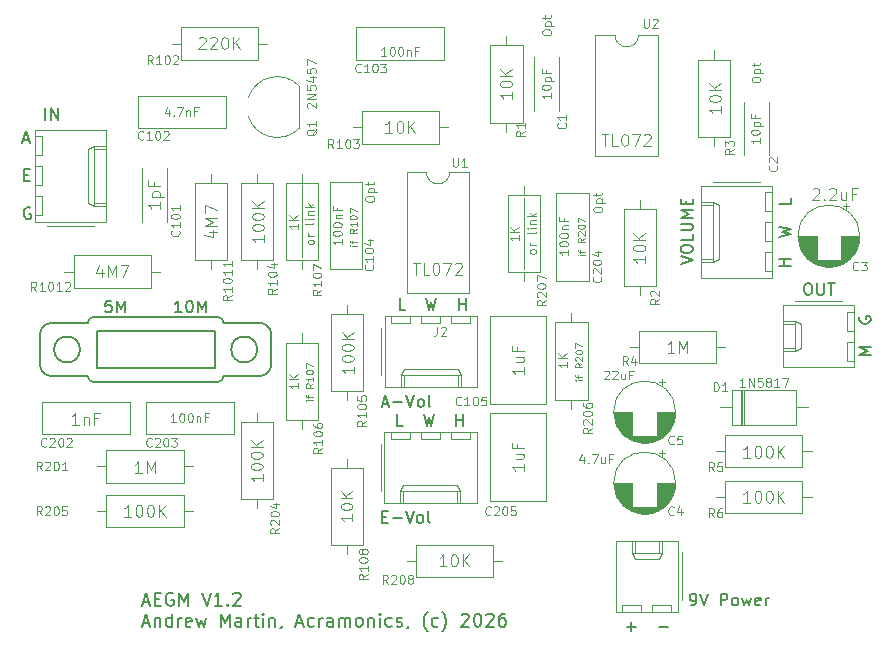
<source format=gbr>
%TF.GenerationSoftware,KiCad,Pcbnew,9.0.0*%
%TF.CreationDate,2026-01-13T09:09:25+00:00*%
%TF.ProjectId,GuitarMixer,47756974-6172-44d6-9978-65722e6b6963,V1.2*%
%TF.SameCoordinates,Original*%
%TF.FileFunction,Legend,Top*%
%TF.FilePolarity,Positive*%
%FSLAX46Y46*%
G04 Gerber Fmt 4.6, Leading zero omitted, Abs format (unit mm)*
G04 Created by KiCad (PCBNEW 9.0.0) date 2026-01-13 09:09:25*
%MOMM*%
%LPD*%
G01*
G04 APERTURE LIST*
%ADD10C,0.093750*%
%ADD11C,0.100000*%
%ADD12C,0.200000*%
%ADD13C,0.075000*%
%ADD14C,0.180000*%
%ADD15C,0.095000*%
%ADD16C,0.120000*%
%ADD17C,0.150000*%
G04 APERTURE END LIST*
D10*
X151553339Y-73116894D02*
X151553339Y-72974037D01*
X151553339Y-72974037D02*
X151589053Y-72902608D01*
X151589053Y-72902608D02*
X151660482Y-72831180D01*
X151660482Y-72831180D02*
X151803339Y-72795465D01*
X151803339Y-72795465D02*
X152053339Y-72795465D01*
X152053339Y-72795465D02*
X152196196Y-72831180D01*
X152196196Y-72831180D02*
X152267625Y-72902608D01*
X152267625Y-72902608D02*
X152303339Y-72974037D01*
X152303339Y-72974037D02*
X152303339Y-73116894D01*
X152303339Y-73116894D02*
X152267625Y-73188323D01*
X152267625Y-73188323D02*
X152196196Y-73259751D01*
X152196196Y-73259751D02*
X152053339Y-73295465D01*
X152053339Y-73295465D02*
X151803339Y-73295465D01*
X151803339Y-73295465D02*
X151660482Y-73259751D01*
X151660482Y-73259751D02*
X151589053Y-73188323D01*
X151589053Y-73188323D02*
X151553339Y-73116894D01*
X151803339Y-72474037D02*
X152553339Y-72474037D01*
X151839053Y-72474037D02*
X151803339Y-72402609D01*
X151803339Y-72402609D02*
X151803339Y-72259751D01*
X151803339Y-72259751D02*
X151839053Y-72188323D01*
X151839053Y-72188323D02*
X151874767Y-72152609D01*
X151874767Y-72152609D02*
X151946196Y-72116894D01*
X151946196Y-72116894D02*
X152160482Y-72116894D01*
X152160482Y-72116894D02*
X152231910Y-72152609D01*
X152231910Y-72152609D02*
X152267625Y-72188323D01*
X152267625Y-72188323D02*
X152303339Y-72259751D01*
X152303339Y-72259751D02*
X152303339Y-72402609D01*
X152303339Y-72402609D02*
X152267625Y-72474037D01*
X151803339Y-71902609D02*
X151803339Y-71616895D01*
X151553339Y-71795466D02*
X152196196Y-71795466D01*
X152196196Y-71795466D02*
X152267625Y-71759752D01*
X152267625Y-71759752D02*
X152303339Y-71688323D01*
X152303339Y-71688323D02*
X152303339Y-71616895D01*
X132253339Y-72216894D02*
X132253339Y-72074037D01*
X132253339Y-72074037D02*
X132289053Y-72002608D01*
X132289053Y-72002608D02*
X132360482Y-71931180D01*
X132360482Y-71931180D02*
X132503339Y-71895465D01*
X132503339Y-71895465D02*
X132753339Y-71895465D01*
X132753339Y-71895465D02*
X132896196Y-71931180D01*
X132896196Y-71931180D02*
X132967625Y-72002608D01*
X132967625Y-72002608D02*
X133003339Y-72074037D01*
X133003339Y-72074037D02*
X133003339Y-72216894D01*
X133003339Y-72216894D02*
X132967625Y-72288323D01*
X132967625Y-72288323D02*
X132896196Y-72359751D01*
X132896196Y-72359751D02*
X132753339Y-72395465D01*
X132753339Y-72395465D02*
X132503339Y-72395465D01*
X132503339Y-72395465D02*
X132360482Y-72359751D01*
X132360482Y-72359751D02*
X132289053Y-72288323D01*
X132289053Y-72288323D02*
X132253339Y-72216894D01*
X132503339Y-71574037D02*
X133253339Y-71574037D01*
X132539053Y-71574037D02*
X132503339Y-71502609D01*
X132503339Y-71502609D02*
X132503339Y-71359751D01*
X132503339Y-71359751D02*
X132539053Y-71288323D01*
X132539053Y-71288323D02*
X132574767Y-71252609D01*
X132574767Y-71252609D02*
X132646196Y-71216894D01*
X132646196Y-71216894D02*
X132860482Y-71216894D01*
X132860482Y-71216894D02*
X132931910Y-71252609D01*
X132931910Y-71252609D02*
X132967625Y-71288323D01*
X132967625Y-71288323D02*
X133003339Y-71359751D01*
X133003339Y-71359751D02*
X133003339Y-71502609D01*
X133003339Y-71502609D02*
X132967625Y-71574037D01*
X132503339Y-71002609D02*
X132503339Y-70716895D01*
X132253339Y-70895466D02*
X132896196Y-70895466D01*
X132896196Y-70895466D02*
X132967625Y-70859752D01*
X132967625Y-70859752D02*
X133003339Y-70788323D01*
X133003339Y-70788323D02*
X133003339Y-70716895D01*
D11*
X145700000Y-72100000D02*
X145700000Y-78100000D01*
X126900000Y-71000000D02*
X126900000Y-77100000D01*
D12*
X159817292Y-106567219D02*
X160007768Y-106567219D01*
X160007768Y-106567219D02*
X160103006Y-106519600D01*
X160103006Y-106519600D02*
X160150625Y-106471980D01*
X160150625Y-106471980D02*
X160245863Y-106329123D01*
X160245863Y-106329123D02*
X160293482Y-106138647D01*
X160293482Y-106138647D02*
X160293482Y-105757695D01*
X160293482Y-105757695D02*
X160245863Y-105662457D01*
X160245863Y-105662457D02*
X160198244Y-105614838D01*
X160198244Y-105614838D02*
X160103006Y-105567219D01*
X160103006Y-105567219D02*
X159912530Y-105567219D01*
X159912530Y-105567219D02*
X159817292Y-105614838D01*
X159817292Y-105614838D02*
X159769673Y-105662457D01*
X159769673Y-105662457D02*
X159722054Y-105757695D01*
X159722054Y-105757695D02*
X159722054Y-105995790D01*
X159722054Y-105995790D02*
X159769673Y-106091028D01*
X159769673Y-106091028D02*
X159817292Y-106138647D01*
X159817292Y-106138647D02*
X159912530Y-106186266D01*
X159912530Y-106186266D02*
X160103006Y-106186266D01*
X160103006Y-106186266D02*
X160198244Y-106138647D01*
X160198244Y-106138647D02*
X160245863Y-106091028D01*
X160245863Y-106091028D02*
X160293482Y-105995790D01*
X160579197Y-105567219D02*
X160912530Y-106567219D01*
X160912530Y-106567219D02*
X161245863Y-105567219D01*
X162341102Y-106567219D02*
X162341102Y-105567219D01*
X162341102Y-105567219D02*
X162722054Y-105567219D01*
X162722054Y-105567219D02*
X162817292Y-105614838D01*
X162817292Y-105614838D02*
X162864911Y-105662457D01*
X162864911Y-105662457D02*
X162912530Y-105757695D01*
X162912530Y-105757695D02*
X162912530Y-105900552D01*
X162912530Y-105900552D02*
X162864911Y-105995790D01*
X162864911Y-105995790D02*
X162817292Y-106043409D01*
X162817292Y-106043409D02*
X162722054Y-106091028D01*
X162722054Y-106091028D02*
X162341102Y-106091028D01*
X163483959Y-106567219D02*
X163388721Y-106519600D01*
X163388721Y-106519600D02*
X163341102Y-106471980D01*
X163341102Y-106471980D02*
X163293483Y-106376742D01*
X163293483Y-106376742D02*
X163293483Y-106091028D01*
X163293483Y-106091028D02*
X163341102Y-105995790D01*
X163341102Y-105995790D02*
X163388721Y-105948171D01*
X163388721Y-105948171D02*
X163483959Y-105900552D01*
X163483959Y-105900552D02*
X163626816Y-105900552D01*
X163626816Y-105900552D02*
X163722054Y-105948171D01*
X163722054Y-105948171D02*
X163769673Y-105995790D01*
X163769673Y-105995790D02*
X163817292Y-106091028D01*
X163817292Y-106091028D02*
X163817292Y-106376742D01*
X163817292Y-106376742D02*
X163769673Y-106471980D01*
X163769673Y-106471980D02*
X163722054Y-106519600D01*
X163722054Y-106519600D02*
X163626816Y-106567219D01*
X163626816Y-106567219D02*
X163483959Y-106567219D01*
X164150626Y-105900552D02*
X164341102Y-106567219D01*
X164341102Y-106567219D02*
X164531578Y-106091028D01*
X164531578Y-106091028D02*
X164722054Y-106567219D01*
X164722054Y-106567219D02*
X164912530Y-105900552D01*
X165674435Y-106519600D02*
X165579197Y-106567219D01*
X165579197Y-106567219D02*
X165388721Y-106567219D01*
X165388721Y-106567219D02*
X165293483Y-106519600D01*
X165293483Y-106519600D02*
X165245864Y-106424361D01*
X165245864Y-106424361D02*
X165245864Y-106043409D01*
X165245864Y-106043409D02*
X165293483Y-105948171D01*
X165293483Y-105948171D02*
X165388721Y-105900552D01*
X165388721Y-105900552D02*
X165579197Y-105900552D01*
X165579197Y-105900552D02*
X165674435Y-105948171D01*
X165674435Y-105948171D02*
X165722054Y-106043409D01*
X165722054Y-106043409D02*
X165722054Y-106138647D01*
X165722054Y-106138647D02*
X165245864Y-106233885D01*
X166150626Y-106567219D02*
X166150626Y-105900552D01*
X166150626Y-106091028D02*
X166198245Y-105995790D01*
X166198245Y-105995790D02*
X166245864Y-105948171D01*
X166245864Y-105948171D02*
X166341102Y-105900552D01*
X166341102Y-105900552D02*
X166436340Y-105900552D01*
X133669673Y-99043409D02*
X134003006Y-99043409D01*
X134145863Y-99567219D02*
X133669673Y-99567219D01*
X133669673Y-99567219D02*
X133669673Y-98567219D01*
X133669673Y-98567219D02*
X134145863Y-98567219D01*
X134574435Y-99186266D02*
X135336340Y-99186266D01*
X135669673Y-98567219D02*
X136003006Y-99567219D01*
X136003006Y-99567219D02*
X136336339Y-98567219D01*
X136812530Y-99567219D02*
X136717292Y-99519600D01*
X136717292Y-99519600D02*
X136669673Y-99471980D01*
X136669673Y-99471980D02*
X136622054Y-99376742D01*
X136622054Y-99376742D02*
X136622054Y-99091028D01*
X136622054Y-99091028D02*
X136669673Y-98995790D01*
X136669673Y-98995790D02*
X136717292Y-98948171D01*
X136717292Y-98948171D02*
X136812530Y-98900552D01*
X136812530Y-98900552D02*
X136955387Y-98900552D01*
X136955387Y-98900552D02*
X137050625Y-98948171D01*
X137050625Y-98948171D02*
X137098244Y-98995790D01*
X137098244Y-98995790D02*
X137145863Y-99091028D01*
X137145863Y-99091028D02*
X137145863Y-99376742D01*
X137145863Y-99376742D02*
X137098244Y-99471980D01*
X137098244Y-99471980D02*
X137050625Y-99519600D01*
X137050625Y-99519600D02*
X136955387Y-99567219D01*
X136955387Y-99567219D02*
X136812530Y-99567219D01*
X137717292Y-99567219D02*
X137622054Y-99519600D01*
X137622054Y-99519600D02*
X137574435Y-99424361D01*
X137574435Y-99424361D02*
X137574435Y-98567219D01*
X175067219Y-85330326D02*
X174067219Y-85330326D01*
X174067219Y-85330326D02*
X174781504Y-84996993D01*
X174781504Y-84996993D02*
X174067219Y-84663660D01*
X174067219Y-84663660D02*
X175067219Y-84663660D01*
X174114838Y-82139850D02*
X174067219Y-82235088D01*
X174067219Y-82235088D02*
X174067219Y-82377945D01*
X174067219Y-82377945D02*
X174114838Y-82520802D01*
X174114838Y-82520802D02*
X174210076Y-82616040D01*
X174210076Y-82616040D02*
X174305314Y-82663659D01*
X174305314Y-82663659D02*
X174495790Y-82711278D01*
X174495790Y-82711278D02*
X174638647Y-82711278D01*
X174638647Y-82711278D02*
X174829123Y-82663659D01*
X174829123Y-82663659D02*
X174924361Y-82616040D01*
X174924361Y-82616040D02*
X175019600Y-82520802D01*
X175019600Y-82520802D02*
X175067219Y-82377945D01*
X175067219Y-82377945D02*
X175067219Y-82282707D01*
X175067219Y-82282707D02*
X175019600Y-82139850D01*
X175019600Y-82139850D02*
X174971980Y-82092231D01*
X174971980Y-82092231D02*
X174638647Y-82092231D01*
X174638647Y-82092231D02*
X174638647Y-82282707D01*
D10*
X146703339Y-76652608D02*
X146667625Y-76724037D01*
X146667625Y-76724037D02*
X146631910Y-76759751D01*
X146631910Y-76759751D02*
X146560482Y-76795465D01*
X146560482Y-76795465D02*
X146346196Y-76795465D01*
X146346196Y-76795465D02*
X146274767Y-76759751D01*
X146274767Y-76759751D02*
X146239053Y-76724037D01*
X146239053Y-76724037D02*
X146203339Y-76652608D01*
X146203339Y-76652608D02*
X146203339Y-76545465D01*
X146203339Y-76545465D02*
X146239053Y-76474037D01*
X146239053Y-76474037D02*
X146274767Y-76438323D01*
X146274767Y-76438323D02*
X146346196Y-76402608D01*
X146346196Y-76402608D02*
X146560482Y-76402608D01*
X146560482Y-76402608D02*
X146631910Y-76438323D01*
X146631910Y-76438323D02*
X146667625Y-76474037D01*
X146667625Y-76474037D02*
X146703339Y-76545465D01*
X146703339Y-76545465D02*
X146703339Y-76652608D01*
X146703339Y-76081180D02*
X146203339Y-76081180D01*
X146346196Y-76081180D02*
X146274767Y-76045466D01*
X146274767Y-76045466D02*
X146239053Y-76009752D01*
X146239053Y-76009752D02*
X146203339Y-75938323D01*
X146203339Y-75938323D02*
X146203339Y-75866894D01*
X146703339Y-74938322D02*
X146667625Y-75009751D01*
X146667625Y-75009751D02*
X146596196Y-75045465D01*
X146596196Y-75045465D02*
X145953339Y-75045465D01*
X146703339Y-74652608D02*
X146203339Y-74652608D01*
X145953339Y-74652608D02*
X145989053Y-74688322D01*
X145989053Y-74688322D02*
X146024767Y-74652608D01*
X146024767Y-74652608D02*
X145989053Y-74616894D01*
X145989053Y-74616894D02*
X145953339Y-74652608D01*
X145953339Y-74652608D02*
X146024767Y-74652608D01*
X146203339Y-74295465D02*
X146703339Y-74295465D01*
X146274767Y-74295465D02*
X146239053Y-74259751D01*
X146239053Y-74259751D02*
X146203339Y-74188322D01*
X146203339Y-74188322D02*
X146203339Y-74081179D01*
X146203339Y-74081179D02*
X146239053Y-74009751D01*
X146239053Y-74009751D02*
X146310482Y-73974037D01*
X146310482Y-73974037D02*
X146703339Y-73974037D01*
X146703339Y-73616894D02*
X145953339Y-73616894D01*
X146417625Y-73545466D02*
X146703339Y-73331180D01*
X146203339Y-73331180D02*
X146489053Y-73616894D01*
D13*
X150822671Y-76907800D02*
X150422671Y-76907800D01*
X150222671Y-76907800D02*
X150251242Y-76936372D01*
X150251242Y-76936372D02*
X150279814Y-76907800D01*
X150279814Y-76907800D02*
X150251242Y-76879229D01*
X150251242Y-76879229D02*
X150222671Y-76907800D01*
X150222671Y-76907800D02*
X150279814Y-76907800D01*
X150422671Y-76707801D02*
X150422671Y-76479229D01*
X150822671Y-76622086D02*
X150308385Y-76622086D01*
X150308385Y-76622086D02*
X150251242Y-76593515D01*
X150251242Y-76593515D02*
X150222671Y-76536372D01*
X150222671Y-76536372D02*
X150222671Y-76479229D01*
X150822671Y-75479229D02*
X150536957Y-75679229D01*
X150822671Y-75822086D02*
X150222671Y-75822086D01*
X150222671Y-75822086D02*
X150222671Y-75593515D01*
X150222671Y-75593515D02*
X150251242Y-75536372D01*
X150251242Y-75536372D02*
X150279814Y-75507801D01*
X150279814Y-75507801D02*
X150336957Y-75479229D01*
X150336957Y-75479229D02*
X150422671Y-75479229D01*
X150422671Y-75479229D02*
X150479814Y-75507801D01*
X150479814Y-75507801D02*
X150508385Y-75536372D01*
X150508385Y-75536372D02*
X150536957Y-75593515D01*
X150536957Y-75593515D02*
X150536957Y-75822086D01*
X150279814Y-75250658D02*
X150251242Y-75222086D01*
X150251242Y-75222086D02*
X150222671Y-75164944D01*
X150222671Y-75164944D02*
X150222671Y-75022086D01*
X150222671Y-75022086D02*
X150251242Y-74964944D01*
X150251242Y-74964944D02*
X150279814Y-74936372D01*
X150279814Y-74936372D02*
X150336957Y-74907801D01*
X150336957Y-74907801D02*
X150394100Y-74907801D01*
X150394100Y-74907801D02*
X150479814Y-74936372D01*
X150479814Y-74936372D02*
X150822671Y-75279229D01*
X150822671Y-75279229D02*
X150822671Y-74907801D01*
X150222671Y-74536372D02*
X150222671Y-74479229D01*
X150222671Y-74479229D02*
X150251242Y-74422086D01*
X150251242Y-74422086D02*
X150279814Y-74393515D01*
X150279814Y-74393515D02*
X150336957Y-74364943D01*
X150336957Y-74364943D02*
X150451242Y-74336372D01*
X150451242Y-74336372D02*
X150594100Y-74336372D01*
X150594100Y-74336372D02*
X150708385Y-74364943D01*
X150708385Y-74364943D02*
X150765528Y-74393515D01*
X150765528Y-74393515D02*
X150794100Y-74422086D01*
X150794100Y-74422086D02*
X150822671Y-74479229D01*
X150822671Y-74479229D02*
X150822671Y-74536372D01*
X150822671Y-74536372D02*
X150794100Y-74593515D01*
X150794100Y-74593515D02*
X150765528Y-74622086D01*
X150765528Y-74622086D02*
X150708385Y-74650657D01*
X150708385Y-74650657D02*
X150594100Y-74679229D01*
X150594100Y-74679229D02*
X150451242Y-74679229D01*
X150451242Y-74679229D02*
X150336957Y-74650657D01*
X150336957Y-74650657D02*
X150279814Y-74622086D01*
X150279814Y-74622086D02*
X150251242Y-74593515D01*
X150251242Y-74593515D02*
X150222671Y-74536372D01*
X150222671Y-74136371D02*
X150222671Y-73736371D01*
X150222671Y-73736371D02*
X150822671Y-73993514D01*
D12*
X103322054Y-67141728D02*
X103798244Y-67141728D01*
X103226816Y-67427443D02*
X103560149Y-66427443D01*
X103560149Y-66427443D02*
X103893482Y-67427443D01*
X103369673Y-70123521D02*
X103703006Y-70123521D01*
X103845863Y-70647331D02*
X103369673Y-70647331D01*
X103369673Y-70647331D02*
X103369673Y-69647331D01*
X103369673Y-69647331D02*
X103845863Y-69647331D01*
X103893482Y-72914838D02*
X103798244Y-72867219D01*
X103798244Y-72867219D02*
X103655387Y-72867219D01*
X103655387Y-72867219D02*
X103512530Y-72914838D01*
X103512530Y-72914838D02*
X103417292Y-73010076D01*
X103417292Y-73010076D02*
X103369673Y-73105314D01*
X103369673Y-73105314D02*
X103322054Y-73295790D01*
X103322054Y-73295790D02*
X103322054Y-73438647D01*
X103322054Y-73438647D02*
X103369673Y-73629123D01*
X103369673Y-73629123D02*
X103417292Y-73724361D01*
X103417292Y-73724361D02*
X103512530Y-73819600D01*
X103512530Y-73819600D02*
X103655387Y-73867219D01*
X103655387Y-73867219D02*
X103750625Y-73867219D01*
X103750625Y-73867219D02*
X103893482Y-73819600D01*
X103893482Y-73819600D02*
X103941101Y-73771980D01*
X103941101Y-73771980D02*
X103941101Y-73438647D01*
X103941101Y-73438647D02*
X103750625Y-73438647D01*
X169660149Y-79267219D02*
X169850625Y-79267219D01*
X169850625Y-79267219D02*
X169945863Y-79314838D01*
X169945863Y-79314838D02*
X170041101Y-79410076D01*
X170041101Y-79410076D02*
X170088720Y-79600552D01*
X170088720Y-79600552D02*
X170088720Y-79933885D01*
X170088720Y-79933885D02*
X170041101Y-80124361D01*
X170041101Y-80124361D02*
X169945863Y-80219600D01*
X169945863Y-80219600D02*
X169850625Y-80267219D01*
X169850625Y-80267219D02*
X169660149Y-80267219D01*
X169660149Y-80267219D02*
X169564911Y-80219600D01*
X169564911Y-80219600D02*
X169469673Y-80124361D01*
X169469673Y-80124361D02*
X169422054Y-79933885D01*
X169422054Y-79933885D02*
X169422054Y-79600552D01*
X169422054Y-79600552D02*
X169469673Y-79410076D01*
X169469673Y-79410076D02*
X169564911Y-79314838D01*
X169564911Y-79314838D02*
X169660149Y-79267219D01*
X170517292Y-79267219D02*
X170517292Y-80076742D01*
X170517292Y-80076742D02*
X170564911Y-80171980D01*
X170564911Y-80171980D02*
X170612530Y-80219600D01*
X170612530Y-80219600D02*
X170707768Y-80267219D01*
X170707768Y-80267219D02*
X170898244Y-80267219D01*
X170898244Y-80267219D02*
X170993482Y-80219600D01*
X170993482Y-80219600D02*
X171041101Y-80171980D01*
X171041101Y-80171980D02*
X171088720Y-80076742D01*
X171088720Y-80076742D02*
X171088720Y-79267219D01*
X171422054Y-79267219D02*
X171993482Y-79267219D01*
X171707768Y-80267219D02*
X171707768Y-79267219D01*
X168267219Y-77830326D02*
X167267219Y-77830326D01*
X167743409Y-77830326D02*
X167743409Y-77258898D01*
X168267219Y-77258898D02*
X167267219Y-77258898D01*
X167267219Y-75354135D02*
X168267219Y-75116040D01*
X168267219Y-75116040D02*
X167552933Y-74925564D01*
X167552933Y-74925564D02*
X168267219Y-74735088D01*
X168267219Y-74735088D02*
X167267219Y-74496993D01*
X168267219Y-72116040D02*
X168267219Y-72592230D01*
X168267219Y-72592230D02*
X167267219Y-72592230D01*
X154369673Y-108386266D02*
X155131578Y-108386266D01*
X154750625Y-108767219D02*
X154750625Y-108005314D01*
X157131578Y-108386266D02*
X157893483Y-108386266D01*
D10*
X164953339Y-62116894D02*
X164953339Y-61974037D01*
X164953339Y-61974037D02*
X164989053Y-61902608D01*
X164989053Y-61902608D02*
X165060482Y-61831180D01*
X165060482Y-61831180D02*
X165203339Y-61795465D01*
X165203339Y-61795465D02*
X165453339Y-61795465D01*
X165453339Y-61795465D02*
X165596196Y-61831180D01*
X165596196Y-61831180D02*
X165667625Y-61902608D01*
X165667625Y-61902608D02*
X165703339Y-61974037D01*
X165703339Y-61974037D02*
X165703339Y-62116894D01*
X165703339Y-62116894D02*
X165667625Y-62188323D01*
X165667625Y-62188323D02*
X165596196Y-62259751D01*
X165596196Y-62259751D02*
X165453339Y-62295465D01*
X165453339Y-62295465D02*
X165203339Y-62295465D01*
X165203339Y-62295465D02*
X165060482Y-62259751D01*
X165060482Y-62259751D02*
X164989053Y-62188323D01*
X164989053Y-62188323D02*
X164953339Y-62116894D01*
X165203339Y-61474037D02*
X165953339Y-61474037D01*
X165239053Y-61474037D02*
X165203339Y-61402609D01*
X165203339Y-61402609D02*
X165203339Y-61259751D01*
X165203339Y-61259751D02*
X165239053Y-61188323D01*
X165239053Y-61188323D02*
X165274767Y-61152609D01*
X165274767Y-61152609D02*
X165346196Y-61116894D01*
X165346196Y-61116894D02*
X165560482Y-61116894D01*
X165560482Y-61116894D02*
X165631910Y-61152609D01*
X165631910Y-61152609D02*
X165667625Y-61188323D01*
X165667625Y-61188323D02*
X165703339Y-61259751D01*
X165703339Y-61259751D02*
X165703339Y-61402609D01*
X165703339Y-61402609D02*
X165667625Y-61474037D01*
X165203339Y-60902609D02*
X165203339Y-60616895D01*
X164953339Y-60795466D02*
X165596196Y-60795466D01*
X165596196Y-60795466D02*
X165667625Y-60759752D01*
X165667625Y-60759752D02*
X165703339Y-60688323D01*
X165703339Y-60688323D02*
X165703339Y-60616895D01*
D13*
X150622671Y-87507800D02*
X150222671Y-87507800D01*
X150022671Y-87507800D02*
X150051242Y-87536372D01*
X150051242Y-87536372D02*
X150079814Y-87507800D01*
X150079814Y-87507800D02*
X150051242Y-87479229D01*
X150051242Y-87479229D02*
X150022671Y-87507800D01*
X150022671Y-87507800D02*
X150079814Y-87507800D01*
X150222671Y-87307801D02*
X150222671Y-87079229D01*
X150622671Y-87222086D02*
X150108385Y-87222086D01*
X150108385Y-87222086D02*
X150051242Y-87193515D01*
X150051242Y-87193515D02*
X150022671Y-87136372D01*
X150022671Y-87136372D02*
X150022671Y-87079229D01*
X150622671Y-86079229D02*
X150336957Y-86279229D01*
X150622671Y-86422086D02*
X150022671Y-86422086D01*
X150022671Y-86422086D02*
X150022671Y-86193515D01*
X150022671Y-86193515D02*
X150051242Y-86136372D01*
X150051242Y-86136372D02*
X150079814Y-86107801D01*
X150079814Y-86107801D02*
X150136957Y-86079229D01*
X150136957Y-86079229D02*
X150222671Y-86079229D01*
X150222671Y-86079229D02*
X150279814Y-86107801D01*
X150279814Y-86107801D02*
X150308385Y-86136372D01*
X150308385Y-86136372D02*
X150336957Y-86193515D01*
X150336957Y-86193515D02*
X150336957Y-86422086D01*
X150079814Y-85850658D02*
X150051242Y-85822086D01*
X150051242Y-85822086D02*
X150022671Y-85764944D01*
X150022671Y-85764944D02*
X150022671Y-85622086D01*
X150022671Y-85622086D02*
X150051242Y-85564944D01*
X150051242Y-85564944D02*
X150079814Y-85536372D01*
X150079814Y-85536372D02*
X150136957Y-85507801D01*
X150136957Y-85507801D02*
X150194100Y-85507801D01*
X150194100Y-85507801D02*
X150279814Y-85536372D01*
X150279814Y-85536372D02*
X150622671Y-85879229D01*
X150622671Y-85879229D02*
X150622671Y-85507801D01*
X150022671Y-85136372D02*
X150022671Y-85079229D01*
X150022671Y-85079229D02*
X150051242Y-85022086D01*
X150051242Y-85022086D02*
X150079814Y-84993515D01*
X150079814Y-84993515D02*
X150136957Y-84964943D01*
X150136957Y-84964943D02*
X150251242Y-84936372D01*
X150251242Y-84936372D02*
X150394100Y-84936372D01*
X150394100Y-84936372D02*
X150508385Y-84964943D01*
X150508385Y-84964943D02*
X150565528Y-84993515D01*
X150565528Y-84993515D02*
X150594100Y-85022086D01*
X150594100Y-85022086D02*
X150622671Y-85079229D01*
X150622671Y-85079229D02*
X150622671Y-85136372D01*
X150622671Y-85136372D02*
X150594100Y-85193515D01*
X150594100Y-85193515D02*
X150565528Y-85222086D01*
X150565528Y-85222086D02*
X150508385Y-85250657D01*
X150508385Y-85250657D02*
X150394100Y-85279229D01*
X150394100Y-85279229D02*
X150251242Y-85279229D01*
X150251242Y-85279229D02*
X150136957Y-85250657D01*
X150136957Y-85250657D02*
X150079814Y-85222086D01*
X150079814Y-85222086D02*
X150051242Y-85193515D01*
X150051242Y-85193515D02*
X150022671Y-85136372D01*
X150022671Y-84736371D02*
X150022671Y-84336371D01*
X150022671Y-84336371D02*
X150622671Y-84593514D01*
D12*
X133722054Y-89481504D02*
X134198244Y-89481504D01*
X133626816Y-89767219D02*
X133960149Y-88767219D01*
X133960149Y-88767219D02*
X134293482Y-89767219D01*
X134626816Y-89386266D02*
X135388721Y-89386266D01*
X135722054Y-88767219D02*
X136055387Y-89767219D01*
X136055387Y-89767219D02*
X136388720Y-88767219D01*
X136864911Y-89767219D02*
X136769673Y-89719600D01*
X136769673Y-89719600D02*
X136722054Y-89671980D01*
X136722054Y-89671980D02*
X136674435Y-89576742D01*
X136674435Y-89576742D02*
X136674435Y-89291028D01*
X136674435Y-89291028D02*
X136722054Y-89195790D01*
X136722054Y-89195790D02*
X136769673Y-89148171D01*
X136769673Y-89148171D02*
X136864911Y-89100552D01*
X136864911Y-89100552D02*
X137007768Y-89100552D01*
X137007768Y-89100552D02*
X137103006Y-89148171D01*
X137103006Y-89148171D02*
X137150625Y-89195790D01*
X137150625Y-89195790D02*
X137198244Y-89291028D01*
X137198244Y-89291028D02*
X137198244Y-89576742D01*
X137198244Y-89576742D02*
X137150625Y-89671980D01*
X137150625Y-89671980D02*
X137103006Y-89719600D01*
X137103006Y-89719600D02*
X137007768Y-89767219D01*
X137007768Y-89767219D02*
X136864911Y-89767219D01*
X137769673Y-89767219D02*
X137674435Y-89719600D01*
X137674435Y-89719600D02*
X137626816Y-89624361D01*
X137626816Y-89624361D02*
X137626816Y-88767219D01*
D10*
X127903339Y-75852608D02*
X127867625Y-75924037D01*
X127867625Y-75924037D02*
X127831910Y-75959751D01*
X127831910Y-75959751D02*
X127760482Y-75995465D01*
X127760482Y-75995465D02*
X127546196Y-75995465D01*
X127546196Y-75995465D02*
X127474767Y-75959751D01*
X127474767Y-75959751D02*
X127439053Y-75924037D01*
X127439053Y-75924037D02*
X127403339Y-75852608D01*
X127403339Y-75852608D02*
X127403339Y-75745465D01*
X127403339Y-75745465D02*
X127439053Y-75674037D01*
X127439053Y-75674037D02*
X127474767Y-75638323D01*
X127474767Y-75638323D02*
X127546196Y-75602608D01*
X127546196Y-75602608D02*
X127760482Y-75602608D01*
X127760482Y-75602608D02*
X127831910Y-75638323D01*
X127831910Y-75638323D02*
X127867625Y-75674037D01*
X127867625Y-75674037D02*
X127903339Y-75745465D01*
X127903339Y-75745465D02*
X127903339Y-75852608D01*
X127903339Y-75281180D02*
X127403339Y-75281180D01*
X127546196Y-75281180D02*
X127474767Y-75245466D01*
X127474767Y-75245466D02*
X127439053Y-75209752D01*
X127439053Y-75209752D02*
X127403339Y-75138323D01*
X127403339Y-75138323D02*
X127403339Y-75066894D01*
X127903339Y-74138322D02*
X127867625Y-74209751D01*
X127867625Y-74209751D02*
X127796196Y-74245465D01*
X127796196Y-74245465D02*
X127153339Y-74245465D01*
X127903339Y-73852608D02*
X127403339Y-73852608D01*
X127153339Y-73852608D02*
X127189053Y-73888322D01*
X127189053Y-73888322D02*
X127224767Y-73852608D01*
X127224767Y-73852608D02*
X127189053Y-73816894D01*
X127189053Y-73816894D02*
X127153339Y-73852608D01*
X127153339Y-73852608D02*
X127224767Y-73852608D01*
X127403339Y-73495465D02*
X127903339Y-73495465D01*
X127474767Y-73495465D02*
X127439053Y-73459751D01*
X127439053Y-73459751D02*
X127403339Y-73388322D01*
X127403339Y-73388322D02*
X127403339Y-73281179D01*
X127403339Y-73281179D02*
X127439053Y-73209751D01*
X127439053Y-73209751D02*
X127510482Y-73174037D01*
X127510482Y-73174037D02*
X127903339Y-73174037D01*
X127903339Y-72816894D02*
X127153339Y-72816894D01*
X127617625Y-72745466D02*
X127903339Y-72531180D01*
X127403339Y-72531180D02*
X127689053Y-72816894D01*
D13*
X131522671Y-76107800D02*
X131122671Y-76107800D01*
X130922671Y-76107800D02*
X130951242Y-76136372D01*
X130951242Y-76136372D02*
X130979814Y-76107800D01*
X130979814Y-76107800D02*
X130951242Y-76079229D01*
X130951242Y-76079229D02*
X130922671Y-76107800D01*
X130922671Y-76107800D02*
X130979814Y-76107800D01*
X131122671Y-75907801D02*
X131122671Y-75679229D01*
X131522671Y-75822086D02*
X131008385Y-75822086D01*
X131008385Y-75822086D02*
X130951242Y-75793515D01*
X130951242Y-75793515D02*
X130922671Y-75736372D01*
X130922671Y-75736372D02*
X130922671Y-75679229D01*
X131522671Y-74679229D02*
X131236957Y-74879229D01*
X131522671Y-75022086D02*
X130922671Y-75022086D01*
X130922671Y-75022086D02*
X130922671Y-74793515D01*
X130922671Y-74793515D02*
X130951242Y-74736372D01*
X130951242Y-74736372D02*
X130979814Y-74707801D01*
X130979814Y-74707801D02*
X131036957Y-74679229D01*
X131036957Y-74679229D02*
X131122671Y-74679229D01*
X131122671Y-74679229D02*
X131179814Y-74707801D01*
X131179814Y-74707801D02*
X131208385Y-74736372D01*
X131208385Y-74736372D02*
X131236957Y-74793515D01*
X131236957Y-74793515D02*
X131236957Y-75022086D01*
X131522671Y-74107801D02*
X131522671Y-74450658D01*
X131522671Y-74279229D02*
X130922671Y-74279229D01*
X130922671Y-74279229D02*
X131008385Y-74336372D01*
X131008385Y-74336372D02*
X131065528Y-74393515D01*
X131065528Y-74393515D02*
X131094100Y-74450658D01*
X130922671Y-73736372D02*
X130922671Y-73679229D01*
X130922671Y-73679229D02*
X130951242Y-73622086D01*
X130951242Y-73622086D02*
X130979814Y-73593515D01*
X130979814Y-73593515D02*
X131036957Y-73564943D01*
X131036957Y-73564943D02*
X131151242Y-73536372D01*
X131151242Y-73536372D02*
X131294100Y-73536372D01*
X131294100Y-73536372D02*
X131408385Y-73564943D01*
X131408385Y-73564943D02*
X131465528Y-73593515D01*
X131465528Y-73593515D02*
X131494100Y-73622086D01*
X131494100Y-73622086D02*
X131522671Y-73679229D01*
X131522671Y-73679229D02*
X131522671Y-73736372D01*
X131522671Y-73736372D02*
X131494100Y-73793515D01*
X131494100Y-73793515D02*
X131465528Y-73822086D01*
X131465528Y-73822086D02*
X131408385Y-73850657D01*
X131408385Y-73850657D02*
X131294100Y-73879229D01*
X131294100Y-73879229D02*
X131151242Y-73879229D01*
X131151242Y-73879229D02*
X131036957Y-73850657D01*
X131036957Y-73850657D02*
X130979814Y-73822086D01*
X130979814Y-73822086D02*
X130951242Y-73793515D01*
X130951242Y-73793515D02*
X130922671Y-73736372D01*
X130922671Y-73336371D02*
X130922671Y-72936371D01*
X130922671Y-72936371D02*
X131522671Y-73193514D01*
D12*
X110745863Y-80767219D02*
X110269673Y-80767219D01*
X110269673Y-80767219D02*
X110222054Y-81243409D01*
X110222054Y-81243409D02*
X110269673Y-81195790D01*
X110269673Y-81195790D02*
X110364911Y-81148171D01*
X110364911Y-81148171D02*
X110603006Y-81148171D01*
X110603006Y-81148171D02*
X110698244Y-81195790D01*
X110698244Y-81195790D02*
X110745863Y-81243409D01*
X110745863Y-81243409D02*
X110793482Y-81338647D01*
X110793482Y-81338647D02*
X110793482Y-81576742D01*
X110793482Y-81576742D02*
X110745863Y-81671980D01*
X110745863Y-81671980D02*
X110698244Y-81719600D01*
X110698244Y-81719600D02*
X110603006Y-81767219D01*
X110603006Y-81767219D02*
X110364911Y-81767219D01*
X110364911Y-81767219D02*
X110269673Y-81719600D01*
X110269673Y-81719600D02*
X110222054Y-81671980D01*
X111222054Y-81767219D02*
X111222054Y-80767219D01*
X111222054Y-80767219D02*
X111555387Y-81481504D01*
X111555387Y-81481504D02*
X111888720Y-80767219D01*
X111888720Y-80767219D02*
X111888720Y-81767219D01*
X116698245Y-81767219D02*
X116126817Y-81767219D01*
X116412531Y-81767219D02*
X116412531Y-80767219D01*
X116412531Y-80767219D02*
X116317293Y-80910076D01*
X116317293Y-80910076D02*
X116222055Y-81005314D01*
X116222055Y-81005314D02*
X116126817Y-81052933D01*
X117317293Y-80767219D02*
X117412531Y-80767219D01*
X117412531Y-80767219D02*
X117507769Y-80814838D01*
X117507769Y-80814838D02*
X117555388Y-80862457D01*
X117555388Y-80862457D02*
X117603007Y-80957695D01*
X117603007Y-80957695D02*
X117650626Y-81148171D01*
X117650626Y-81148171D02*
X117650626Y-81386266D01*
X117650626Y-81386266D02*
X117603007Y-81576742D01*
X117603007Y-81576742D02*
X117555388Y-81671980D01*
X117555388Y-81671980D02*
X117507769Y-81719600D01*
X117507769Y-81719600D02*
X117412531Y-81767219D01*
X117412531Y-81767219D02*
X117317293Y-81767219D01*
X117317293Y-81767219D02*
X117222055Y-81719600D01*
X117222055Y-81719600D02*
X117174436Y-81671980D01*
X117174436Y-81671980D02*
X117126817Y-81576742D01*
X117126817Y-81576742D02*
X117079198Y-81386266D01*
X117079198Y-81386266D02*
X117079198Y-81148171D01*
X117079198Y-81148171D02*
X117126817Y-80957695D01*
X117126817Y-80957695D02*
X117174436Y-80862457D01*
X117174436Y-80862457D02*
X117222055Y-80814838D01*
X117222055Y-80814838D02*
X117317293Y-80767219D01*
X118079198Y-81767219D02*
X118079198Y-80767219D01*
X118079198Y-80767219D02*
X118412531Y-81481504D01*
X118412531Y-81481504D02*
X118745864Y-80767219D01*
X118745864Y-80767219D02*
X118745864Y-81767219D01*
X135445863Y-91367219D02*
X134969673Y-91367219D01*
X134969673Y-91367219D02*
X134969673Y-90367219D01*
X137207769Y-90367219D02*
X137445864Y-91367219D01*
X137445864Y-91367219D02*
X137636340Y-90652933D01*
X137636340Y-90652933D02*
X137826816Y-91367219D01*
X137826816Y-91367219D02*
X138064912Y-90367219D01*
X139969674Y-91367219D02*
X139969674Y-90367219D01*
X139969674Y-90843409D02*
X140541102Y-90843409D01*
X140541102Y-91367219D02*
X140541102Y-90367219D01*
D10*
X147253339Y-58116894D02*
X147253339Y-57974037D01*
X147253339Y-57974037D02*
X147289053Y-57902608D01*
X147289053Y-57902608D02*
X147360482Y-57831180D01*
X147360482Y-57831180D02*
X147503339Y-57795465D01*
X147503339Y-57795465D02*
X147753339Y-57795465D01*
X147753339Y-57795465D02*
X147896196Y-57831180D01*
X147896196Y-57831180D02*
X147967625Y-57902608D01*
X147967625Y-57902608D02*
X148003339Y-57974037D01*
X148003339Y-57974037D02*
X148003339Y-58116894D01*
X148003339Y-58116894D02*
X147967625Y-58188323D01*
X147967625Y-58188323D02*
X147896196Y-58259751D01*
X147896196Y-58259751D02*
X147753339Y-58295465D01*
X147753339Y-58295465D02*
X147503339Y-58295465D01*
X147503339Y-58295465D02*
X147360482Y-58259751D01*
X147360482Y-58259751D02*
X147289053Y-58188323D01*
X147289053Y-58188323D02*
X147253339Y-58116894D01*
X147503339Y-57474037D02*
X148253339Y-57474037D01*
X147539053Y-57474037D02*
X147503339Y-57402609D01*
X147503339Y-57402609D02*
X147503339Y-57259751D01*
X147503339Y-57259751D02*
X147539053Y-57188323D01*
X147539053Y-57188323D02*
X147574767Y-57152609D01*
X147574767Y-57152609D02*
X147646196Y-57116894D01*
X147646196Y-57116894D02*
X147860482Y-57116894D01*
X147860482Y-57116894D02*
X147931910Y-57152609D01*
X147931910Y-57152609D02*
X147967625Y-57188323D01*
X147967625Y-57188323D02*
X148003339Y-57259751D01*
X148003339Y-57259751D02*
X148003339Y-57402609D01*
X148003339Y-57402609D02*
X147967625Y-57474037D01*
X147503339Y-56902609D02*
X147503339Y-56616895D01*
X147253339Y-56795466D02*
X147896196Y-56795466D01*
X147896196Y-56795466D02*
X147967625Y-56759752D01*
X147967625Y-56759752D02*
X148003339Y-56688323D01*
X148003339Y-56688323D02*
X148003339Y-56616895D01*
D12*
X135645863Y-81567219D02*
X135169673Y-81567219D01*
X135169673Y-81567219D02*
X135169673Y-80567219D01*
X137407769Y-80567219D02*
X137645864Y-81567219D01*
X137645864Y-81567219D02*
X137836340Y-80852933D01*
X137836340Y-80852933D02*
X138026816Y-81567219D01*
X138026816Y-81567219D02*
X138264912Y-80567219D01*
X140169674Y-81567219D02*
X140169674Y-80567219D01*
X140169674Y-81043409D02*
X140741102Y-81043409D01*
X140741102Y-81567219D02*
X140741102Y-80567219D01*
X158967219Y-77673183D02*
X159967219Y-77339850D01*
X159967219Y-77339850D02*
X158967219Y-77006517D01*
X158967219Y-76482707D02*
X158967219Y-76292231D01*
X158967219Y-76292231D02*
X159014838Y-76196993D01*
X159014838Y-76196993D02*
X159110076Y-76101755D01*
X159110076Y-76101755D02*
X159300552Y-76054136D01*
X159300552Y-76054136D02*
X159633885Y-76054136D01*
X159633885Y-76054136D02*
X159824361Y-76101755D01*
X159824361Y-76101755D02*
X159919600Y-76196993D01*
X159919600Y-76196993D02*
X159967219Y-76292231D01*
X159967219Y-76292231D02*
X159967219Y-76482707D01*
X159967219Y-76482707D02*
X159919600Y-76577945D01*
X159919600Y-76577945D02*
X159824361Y-76673183D01*
X159824361Y-76673183D02*
X159633885Y-76720802D01*
X159633885Y-76720802D02*
X159300552Y-76720802D01*
X159300552Y-76720802D02*
X159110076Y-76673183D01*
X159110076Y-76673183D02*
X159014838Y-76577945D01*
X159014838Y-76577945D02*
X158967219Y-76482707D01*
X159967219Y-75149374D02*
X159967219Y-75625564D01*
X159967219Y-75625564D02*
X158967219Y-75625564D01*
X158967219Y-74816040D02*
X159776742Y-74816040D01*
X159776742Y-74816040D02*
X159871980Y-74768421D01*
X159871980Y-74768421D02*
X159919600Y-74720802D01*
X159919600Y-74720802D02*
X159967219Y-74625564D01*
X159967219Y-74625564D02*
X159967219Y-74435088D01*
X159967219Y-74435088D02*
X159919600Y-74339850D01*
X159919600Y-74339850D02*
X159871980Y-74292231D01*
X159871980Y-74292231D02*
X159776742Y-74244612D01*
X159776742Y-74244612D02*
X158967219Y-74244612D01*
X159967219Y-73768421D02*
X158967219Y-73768421D01*
X158967219Y-73768421D02*
X159681504Y-73435088D01*
X159681504Y-73435088D02*
X158967219Y-73101755D01*
X158967219Y-73101755D02*
X159967219Y-73101755D01*
X159443409Y-72625564D02*
X159443409Y-72292231D01*
X159967219Y-72149374D02*
X159967219Y-72625564D01*
X159967219Y-72625564D02*
X158967219Y-72625564D01*
X158967219Y-72625564D02*
X158967219Y-72149374D01*
D14*
X113427944Y-106270797D02*
X113951754Y-106270797D01*
X113323182Y-106585082D02*
X113689849Y-105485082D01*
X113689849Y-105485082D02*
X114056516Y-106585082D01*
X114423182Y-106008892D02*
X114789849Y-106008892D01*
X114946992Y-106585082D02*
X114423182Y-106585082D01*
X114423182Y-106585082D02*
X114423182Y-105485082D01*
X114423182Y-105485082D02*
X114946992Y-105485082D01*
X115994611Y-105537463D02*
X115889849Y-105485082D01*
X115889849Y-105485082D02*
X115732706Y-105485082D01*
X115732706Y-105485082D02*
X115575563Y-105537463D01*
X115575563Y-105537463D02*
X115470801Y-105642225D01*
X115470801Y-105642225D02*
X115418420Y-105746987D01*
X115418420Y-105746987D02*
X115366039Y-105956511D01*
X115366039Y-105956511D02*
X115366039Y-106113654D01*
X115366039Y-106113654D02*
X115418420Y-106323178D01*
X115418420Y-106323178D02*
X115470801Y-106427940D01*
X115470801Y-106427940D02*
X115575563Y-106532702D01*
X115575563Y-106532702D02*
X115732706Y-106585082D01*
X115732706Y-106585082D02*
X115837468Y-106585082D01*
X115837468Y-106585082D02*
X115994611Y-106532702D01*
X115994611Y-106532702D02*
X116046992Y-106480321D01*
X116046992Y-106480321D02*
X116046992Y-106113654D01*
X116046992Y-106113654D02*
X115837468Y-106113654D01*
X116518420Y-106585082D02*
X116518420Y-105485082D01*
X116518420Y-105485082D02*
X116885087Y-106270797D01*
X116885087Y-106270797D02*
X117251754Y-105485082D01*
X117251754Y-105485082D02*
X117251754Y-106585082D01*
X118456515Y-105485082D02*
X118823182Y-106585082D01*
X118823182Y-106585082D02*
X119189849Y-105485082D01*
X120132706Y-106585082D02*
X119504134Y-106585082D01*
X119818420Y-106585082D02*
X119818420Y-105485082D01*
X119818420Y-105485082D02*
X119713658Y-105642225D01*
X119713658Y-105642225D02*
X119608896Y-105746987D01*
X119608896Y-105746987D02*
X119504134Y-105799368D01*
X120604134Y-106480321D02*
X120656515Y-106532702D01*
X120656515Y-106532702D02*
X120604134Y-106585082D01*
X120604134Y-106585082D02*
X120551753Y-106532702D01*
X120551753Y-106532702D02*
X120604134Y-106480321D01*
X120604134Y-106480321D02*
X120604134Y-106585082D01*
X121075563Y-105589844D02*
X121127944Y-105537463D01*
X121127944Y-105537463D02*
X121232706Y-105485082D01*
X121232706Y-105485082D02*
X121494611Y-105485082D01*
X121494611Y-105485082D02*
X121599373Y-105537463D01*
X121599373Y-105537463D02*
X121651754Y-105589844D01*
X121651754Y-105589844D02*
X121704135Y-105694606D01*
X121704135Y-105694606D02*
X121704135Y-105799368D01*
X121704135Y-105799368D02*
X121651754Y-105956511D01*
X121651754Y-105956511D02*
X121023182Y-106585082D01*
X121023182Y-106585082D02*
X121704135Y-106585082D01*
X113427944Y-108041735D02*
X113951754Y-108041735D01*
X113323182Y-108356020D02*
X113689849Y-107256020D01*
X113689849Y-107256020D02*
X114056516Y-108356020D01*
X114423182Y-107622687D02*
X114423182Y-108356020D01*
X114423182Y-107727449D02*
X114475563Y-107675068D01*
X114475563Y-107675068D02*
X114580325Y-107622687D01*
X114580325Y-107622687D02*
X114737468Y-107622687D01*
X114737468Y-107622687D02*
X114842230Y-107675068D01*
X114842230Y-107675068D02*
X114894611Y-107779830D01*
X114894611Y-107779830D02*
X114894611Y-108356020D01*
X115889849Y-108356020D02*
X115889849Y-107256020D01*
X115889849Y-108303640D02*
X115785087Y-108356020D01*
X115785087Y-108356020D02*
X115575563Y-108356020D01*
X115575563Y-108356020D02*
X115470801Y-108303640D01*
X115470801Y-108303640D02*
X115418420Y-108251259D01*
X115418420Y-108251259D02*
X115366039Y-108146497D01*
X115366039Y-108146497D02*
X115366039Y-107832211D01*
X115366039Y-107832211D02*
X115418420Y-107727449D01*
X115418420Y-107727449D02*
X115470801Y-107675068D01*
X115470801Y-107675068D02*
X115575563Y-107622687D01*
X115575563Y-107622687D02*
X115785087Y-107622687D01*
X115785087Y-107622687D02*
X115889849Y-107675068D01*
X116413658Y-108356020D02*
X116413658Y-107622687D01*
X116413658Y-107832211D02*
X116466039Y-107727449D01*
X116466039Y-107727449D02*
X116518420Y-107675068D01*
X116518420Y-107675068D02*
X116623182Y-107622687D01*
X116623182Y-107622687D02*
X116727944Y-107622687D01*
X117513658Y-108303640D02*
X117408896Y-108356020D01*
X117408896Y-108356020D02*
X117199372Y-108356020D01*
X117199372Y-108356020D02*
X117094610Y-108303640D01*
X117094610Y-108303640D02*
X117042229Y-108198878D01*
X117042229Y-108198878D02*
X117042229Y-107779830D01*
X117042229Y-107779830D02*
X117094610Y-107675068D01*
X117094610Y-107675068D02*
X117199372Y-107622687D01*
X117199372Y-107622687D02*
X117408896Y-107622687D01*
X117408896Y-107622687D02*
X117513658Y-107675068D01*
X117513658Y-107675068D02*
X117566039Y-107779830D01*
X117566039Y-107779830D02*
X117566039Y-107884592D01*
X117566039Y-107884592D02*
X117042229Y-107989354D01*
X117932705Y-107622687D02*
X118142229Y-108356020D01*
X118142229Y-108356020D02*
X118351753Y-107832211D01*
X118351753Y-107832211D02*
X118561277Y-108356020D01*
X118561277Y-108356020D02*
X118770801Y-107622687D01*
X120027943Y-108356020D02*
X120027943Y-107256020D01*
X120027943Y-107256020D02*
X120394610Y-108041735D01*
X120394610Y-108041735D02*
X120761277Y-107256020D01*
X120761277Y-107256020D02*
X120761277Y-108356020D01*
X121756515Y-108356020D02*
X121756515Y-107779830D01*
X121756515Y-107779830D02*
X121704134Y-107675068D01*
X121704134Y-107675068D02*
X121599372Y-107622687D01*
X121599372Y-107622687D02*
X121389848Y-107622687D01*
X121389848Y-107622687D02*
X121285086Y-107675068D01*
X121756515Y-108303640D02*
X121651753Y-108356020D01*
X121651753Y-108356020D02*
X121389848Y-108356020D01*
X121389848Y-108356020D02*
X121285086Y-108303640D01*
X121285086Y-108303640D02*
X121232705Y-108198878D01*
X121232705Y-108198878D02*
X121232705Y-108094116D01*
X121232705Y-108094116D02*
X121285086Y-107989354D01*
X121285086Y-107989354D02*
X121389848Y-107936973D01*
X121389848Y-107936973D02*
X121651753Y-107936973D01*
X121651753Y-107936973D02*
X121756515Y-107884592D01*
X122280324Y-108356020D02*
X122280324Y-107622687D01*
X122280324Y-107832211D02*
X122332705Y-107727449D01*
X122332705Y-107727449D02*
X122385086Y-107675068D01*
X122385086Y-107675068D02*
X122489848Y-107622687D01*
X122489848Y-107622687D02*
X122594610Y-107622687D01*
X122804133Y-107622687D02*
X123223181Y-107622687D01*
X122961276Y-107256020D02*
X122961276Y-108198878D01*
X122961276Y-108198878D02*
X123013657Y-108303640D01*
X123013657Y-108303640D02*
X123118419Y-108356020D01*
X123118419Y-108356020D02*
X123223181Y-108356020D01*
X123589847Y-108356020D02*
X123589847Y-107622687D01*
X123589847Y-107256020D02*
X123537466Y-107308401D01*
X123537466Y-107308401D02*
X123589847Y-107360782D01*
X123589847Y-107360782D02*
X123642228Y-107308401D01*
X123642228Y-107308401D02*
X123589847Y-107256020D01*
X123589847Y-107256020D02*
X123589847Y-107360782D01*
X124113657Y-107622687D02*
X124113657Y-108356020D01*
X124113657Y-107727449D02*
X124166038Y-107675068D01*
X124166038Y-107675068D02*
X124270800Y-107622687D01*
X124270800Y-107622687D02*
X124427943Y-107622687D01*
X124427943Y-107622687D02*
X124532705Y-107675068D01*
X124532705Y-107675068D02*
X124585086Y-107779830D01*
X124585086Y-107779830D02*
X124585086Y-108356020D01*
X125161276Y-108303640D02*
X125161276Y-108356020D01*
X125161276Y-108356020D02*
X125108895Y-108460782D01*
X125108895Y-108460782D02*
X125056514Y-108513163D01*
X126418419Y-108041735D02*
X126942229Y-108041735D01*
X126313657Y-108356020D02*
X126680324Y-107256020D01*
X126680324Y-107256020D02*
X127046991Y-108356020D01*
X127885086Y-108303640D02*
X127780324Y-108356020D01*
X127780324Y-108356020D02*
X127570800Y-108356020D01*
X127570800Y-108356020D02*
X127466038Y-108303640D01*
X127466038Y-108303640D02*
X127413657Y-108251259D01*
X127413657Y-108251259D02*
X127361276Y-108146497D01*
X127361276Y-108146497D02*
X127361276Y-107832211D01*
X127361276Y-107832211D02*
X127413657Y-107727449D01*
X127413657Y-107727449D02*
X127466038Y-107675068D01*
X127466038Y-107675068D02*
X127570800Y-107622687D01*
X127570800Y-107622687D02*
X127780324Y-107622687D01*
X127780324Y-107622687D02*
X127885086Y-107675068D01*
X128356514Y-108356020D02*
X128356514Y-107622687D01*
X128356514Y-107832211D02*
X128408895Y-107727449D01*
X128408895Y-107727449D02*
X128461276Y-107675068D01*
X128461276Y-107675068D02*
X128566038Y-107622687D01*
X128566038Y-107622687D02*
X128670800Y-107622687D01*
X129508895Y-108356020D02*
X129508895Y-107779830D01*
X129508895Y-107779830D02*
X129456514Y-107675068D01*
X129456514Y-107675068D02*
X129351752Y-107622687D01*
X129351752Y-107622687D02*
X129142228Y-107622687D01*
X129142228Y-107622687D02*
X129037466Y-107675068D01*
X129508895Y-108303640D02*
X129404133Y-108356020D01*
X129404133Y-108356020D02*
X129142228Y-108356020D01*
X129142228Y-108356020D02*
X129037466Y-108303640D01*
X129037466Y-108303640D02*
X128985085Y-108198878D01*
X128985085Y-108198878D02*
X128985085Y-108094116D01*
X128985085Y-108094116D02*
X129037466Y-107989354D01*
X129037466Y-107989354D02*
X129142228Y-107936973D01*
X129142228Y-107936973D02*
X129404133Y-107936973D01*
X129404133Y-107936973D02*
X129508895Y-107884592D01*
X130032704Y-108356020D02*
X130032704Y-107622687D01*
X130032704Y-107727449D02*
X130085085Y-107675068D01*
X130085085Y-107675068D02*
X130189847Y-107622687D01*
X130189847Y-107622687D02*
X130346990Y-107622687D01*
X130346990Y-107622687D02*
X130451752Y-107675068D01*
X130451752Y-107675068D02*
X130504133Y-107779830D01*
X130504133Y-107779830D02*
X130504133Y-108356020D01*
X130504133Y-107779830D02*
X130556514Y-107675068D01*
X130556514Y-107675068D02*
X130661276Y-107622687D01*
X130661276Y-107622687D02*
X130818419Y-107622687D01*
X130818419Y-107622687D02*
X130923180Y-107675068D01*
X130923180Y-107675068D02*
X130975561Y-107779830D01*
X130975561Y-107779830D02*
X130975561Y-108356020D01*
X131656514Y-108356020D02*
X131551752Y-108303640D01*
X131551752Y-108303640D02*
X131499371Y-108251259D01*
X131499371Y-108251259D02*
X131446990Y-108146497D01*
X131446990Y-108146497D02*
X131446990Y-107832211D01*
X131446990Y-107832211D02*
X131499371Y-107727449D01*
X131499371Y-107727449D02*
X131551752Y-107675068D01*
X131551752Y-107675068D02*
X131656514Y-107622687D01*
X131656514Y-107622687D02*
X131813657Y-107622687D01*
X131813657Y-107622687D02*
X131918419Y-107675068D01*
X131918419Y-107675068D02*
X131970800Y-107727449D01*
X131970800Y-107727449D02*
X132023181Y-107832211D01*
X132023181Y-107832211D02*
X132023181Y-108146497D01*
X132023181Y-108146497D02*
X131970800Y-108251259D01*
X131970800Y-108251259D02*
X131918419Y-108303640D01*
X131918419Y-108303640D02*
X131813657Y-108356020D01*
X131813657Y-108356020D02*
X131656514Y-108356020D01*
X132494609Y-107622687D02*
X132494609Y-108356020D01*
X132494609Y-107727449D02*
X132546990Y-107675068D01*
X132546990Y-107675068D02*
X132651752Y-107622687D01*
X132651752Y-107622687D02*
X132808895Y-107622687D01*
X132808895Y-107622687D02*
X132913657Y-107675068D01*
X132913657Y-107675068D02*
X132966038Y-107779830D01*
X132966038Y-107779830D02*
X132966038Y-108356020D01*
X133489847Y-108356020D02*
X133489847Y-107622687D01*
X133489847Y-107256020D02*
X133437466Y-107308401D01*
X133437466Y-107308401D02*
X133489847Y-107360782D01*
X133489847Y-107360782D02*
X133542228Y-107308401D01*
X133542228Y-107308401D02*
X133489847Y-107256020D01*
X133489847Y-107256020D02*
X133489847Y-107360782D01*
X134485086Y-108303640D02*
X134380324Y-108356020D01*
X134380324Y-108356020D02*
X134170800Y-108356020D01*
X134170800Y-108356020D02*
X134066038Y-108303640D01*
X134066038Y-108303640D02*
X134013657Y-108251259D01*
X134013657Y-108251259D02*
X133961276Y-108146497D01*
X133961276Y-108146497D02*
X133961276Y-107832211D01*
X133961276Y-107832211D02*
X134013657Y-107727449D01*
X134013657Y-107727449D02*
X134066038Y-107675068D01*
X134066038Y-107675068D02*
X134170800Y-107622687D01*
X134170800Y-107622687D02*
X134380324Y-107622687D01*
X134380324Y-107622687D02*
X134485086Y-107675068D01*
X134904133Y-108303640D02*
X135008895Y-108356020D01*
X135008895Y-108356020D02*
X135218419Y-108356020D01*
X135218419Y-108356020D02*
X135323181Y-108303640D01*
X135323181Y-108303640D02*
X135375562Y-108198878D01*
X135375562Y-108198878D02*
X135375562Y-108146497D01*
X135375562Y-108146497D02*
X135323181Y-108041735D01*
X135323181Y-108041735D02*
X135218419Y-107989354D01*
X135218419Y-107989354D02*
X135061276Y-107989354D01*
X135061276Y-107989354D02*
X134956514Y-107936973D01*
X134956514Y-107936973D02*
X134904133Y-107832211D01*
X134904133Y-107832211D02*
X134904133Y-107779830D01*
X134904133Y-107779830D02*
X134956514Y-107675068D01*
X134956514Y-107675068D02*
X135061276Y-107622687D01*
X135061276Y-107622687D02*
X135218419Y-107622687D01*
X135218419Y-107622687D02*
X135323181Y-107675068D01*
X135899371Y-108303640D02*
X135899371Y-108356020D01*
X135899371Y-108356020D02*
X135846990Y-108460782D01*
X135846990Y-108460782D02*
X135794609Y-108513163D01*
X137523181Y-108775068D02*
X137470800Y-108722687D01*
X137470800Y-108722687D02*
X137366038Y-108565544D01*
X137366038Y-108565544D02*
X137313657Y-108460782D01*
X137313657Y-108460782D02*
X137261276Y-108303640D01*
X137261276Y-108303640D02*
X137208895Y-108041735D01*
X137208895Y-108041735D02*
X137208895Y-107832211D01*
X137208895Y-107832211D02*
X137261276Y-107570306D01*
X137261276Y-107570306D02*
X137313657Y-107413163D01*
X137313657Y-107413163D02*
X137366038Y-107308401D01*
X137366038Y-107308401D02*
X137470800Y-107151259D01*
X137470800Y-107151259D02*
X137523181Y-107098878D01*
X138413657Y-108303640D02*
X138308895Y-108356020D01*
X138308895Y-108356020D02*
X138099371Y-108356020D01*
X138099371Y-108356020D02*
X137994609Y-108303640D01*
X137994609Y-108303640D02*
X137942228Y-108251259D01*
X137942228Y-108251259D02*
X137889847Y-108146497D01*
X137889847Y-108146497D02*
X137889847Y-107832211D01*
X137889847Y-107832211D02*
X137942228Y-107727449D01*
X137942228Y-107727449D02*
X137994609Y-107675068D01*
X137994609Y-107675068D02*
X138099371Y-107622687D01*
X138099371Y-107622687D02*
X138308895Y-107622687D01*
X138308895Y-107622687D02*
X138413657Y-107675068D01*
X138780323Y-108775068D02*
X138832704Y-108722687D01*
X138832704Y-108722687D02*
X138937466Y-108565544D01*
X138937466Y-108565544D02*
X138989847Y-108460782D01*
X138989847Y-108460782D02*
X139042228Y-108303640D01*
X139042228Y-108303640D02*
X139094609Y-108041735D01*
X139094609Y-108041735D02*
X139094609Y-107832211D01*
X139094609Y-107832211D02*
X139042228Y-107570306D01*
X139042228Y-107570306D02*
X138989847Y-107413163D01*
X138989847Y-107413163D02*
X138937466Y-107308401D01*
X138937466Y-107308401D02*
X138832704Y-107151259D01*
X138832704Y-107151259D02*
X138780323Y-107098878D01*
X140404132Y-107360782D02*
X140456513Y-107308401D01*
X140456513Y-107308401D02*
X140561275Y-107256020D01*
X140561275Y-107256020D02*
X140823180Y-107256020D01*
X140823180Y-107256020D02*
X140927942Y-107308401D01*
X140927942Y-107308401D02*
X140980323Y-107360782D01*
X140980323Y-107360782D02*
X141032704Y-107465544D01*
X141032704Y-107465544D02*
X141032704Y-107570306D01*
X141032704Y-107570306D02*
X140980323Y-107727449D01*
X140980323Y-107727449D02*
X140351751Y-108356020D01*
X140351751Y-108356020D02*
X141032704Y-108356020D01*
X141713656Y-107256020D02*
X141818418Y-107256020D01*
X141818418Y-107256020D02*
X141923180Y-107308401D01*
X141923180Y-107308401D02*
X141975561Y-107360782D01*
X141975561Y-107360782D02*
X142027942Y-107465544D01*
X142027942Y-107465544D02*
X142080323Y-107675068D01*
X142080323Y-107675068D02*
X142080323Y-107936973D01*
X142080323Y-107936973D02*
X142027942Y-108146497D01*
X142027942Y-108146497D02*
X141975561Y-108251259D01*
X141975561Y-108251259D02*
X141923180Y-108303640D01*
X141923180Y-108303640D02*
X141818418Y-108356020D01*
X141818418Y-108356020D02*
X141713656Y-108356020D01*
X141713656Y-108356020D02*
X141608894Y-108303640D01*
X141608894Y-108303640D02*
X141556513Y-108251259D01*
X141556513Y-108251259D02*
X141504132Y-108146497D01*
X141504132Y-108146497D02*
X141451751Y-107936973D01*
X141451751Y-107936973D02*
X141451751Y-107675068D01*
X141451751Y-107675068D02*
X141504132Y-107465544D01*
X141504132Y-107465544D02*
X141556513Y-107360782D01*
X141556513Y-107360782D02*
X141608894Y-107308401D01*
X141608894Y-107308401D02*
X141713656Y-107256020D01*
X142499370Y-107360782D02*
X142551751Y-107308401D01*
X142551751Y-107308401D02*
X142656513Y-107256020D01*
X142656513Y-107256020D02*
X142918418Y-107256020D01*
X142918418Y-107256020D02*
X143023180Y-107308401D01*
X143023180Y-107308401D02*
X143075561Y-107360782D01*
X143075561Y-107360782D02*
X143127942Y-107465544D01*
X143127942Y-107465544D02*
X143127942Y-107570306D01*
X143127942Y-107570306D02*
X143075561Y-107727449D01*
X143075561Y-107727449D02*
X142446989Y-108356020D01*
X142446989Y-108356020D02*
X143127942Y-108356020D01*
X144070799Y-107256020D02*
X143861275Y-107256020D01*
X143861275Y-107256020D02*
X143756513Y-107308401D01*
X143756513Y-107308401D02*
X143704132Y-107360782D01*
X143704132Y-107360782D02*
X143599370Y-107517925D01*
X143599370Y-107517925D02*
X143546989Y-107727449D01*
X143546989Y-107727449D02*
X143546989Y-108146497D01*
X143546989Y-108146497D02*
X143599370Y-108251259D01*
X143599370Y-108251259D02*
X143651751Y-108303640D01*
X143651751Y-108303640D02*
X143756513Y-108356020D01*
X143756513Y-108356020D02*
X143966037Y-108356020D01*
X143966037Y-108356020D02*
X144070799Y-108303640D01*
X144070799Y-108303640D02*
X144123180Y-108251259D01*
X144123180Y-108251259D02*
X144175561Y-108146497D01*
X144175561Y-108146497D02*
X144175561Y-107884592D01*
X144175561Y-107884592D02*
X144123180Y-107779830D01*
X144123180Y-107779830D02*
X144070799Y-107727449D01*
X144070799Y-107727449D02*
X143966037Y-107675068D01*
X143966037Y-107675068D02*
X143756513Y-107675068D01*
X143756513Y-107675068D02*
X143651751Y-107727449D01*
X143651751Y-107727449D02*
X143599370Y-107779830D01*
X143599370Y-107779830D02*
X143546989Y-107884592D01*
D12*
X105169673Y-65467219D02*
X105169673Y-64467219D01*
X105645863Y-65467219D02*
X105645863Y-64467219D01*
X105645863Y-64467219D02*
X106217291Y-65467219D01*
X106217291Y-65467219D02*
X106217291Y-64467219D01*
D13*
X127822671Y-89207800D02*
X127422671Y-89207800D01*
X127222671Y-89207800D02*
X127251242Y-89236372D01*
X127251242Y-89236372D02*
X127279814Y-89207800D01*
X127279814Y-89207800D02*
X127251242Y-89179229D01*
X127251242Y-89179229D02*
X127222671Y-89207800D01*
X127222671Y-89207800D02*
X127279814Y-89207800D01*
X127422671Y-89007801D02*
X127422671Y-88779229D01*
X127822671Y-88922086D02*
X127308385Y-88922086D01*
X127308385Y-88922086D02*
X127251242Y-88893515D01*
X127251242Y-88893515D02*
X127222671Y-88836372D01*
X127222671Y-88836372D02*
X127222671Y-88779229D01*
X127822671Y-87779229D02*
X127536957Y-87979229D01*
X127822671Y-88122086D02*
X127222671Y-88122086D01*
X127222671Y-88122086D02*
X127222671Y-87893515D01*
X127222671Y-87893515D02*
X127251242Y-87836372D01*
X127251242Y-87836372D02*
X127279814Y-87807801D01*
X127279814Y-87807801D02*
X127336957Y-87779229D01*
X127336957Y-87779229D02*
X127422671Y-87779229D01*
X127422671Y-87779229D02*
X127479814Y-87807801D01*
X127479814Y-87807801D02*
X127508385Y-87836372D01*
X127508385Y-87836372D02*
X127536957Y-87893515D01*
X127536957Y-87893515D02*
X127536957Y-88122086D01*
X127822671Y-87207801D02*
X127822671Y-87550658D01*
X127822671Y-87379229D02*
X127222671Y-87379229D01*
X127222671Y-87379229D02*
X127308385Y-87436372D01*
X127308385Y-87436372D02*
X127365528Y-87493515D01*
X127365528Y-87493515D02*
X127394100Y-87550658D01*
X127222671Y-86836372D02*
X127222671Y-86779229D01*
X127222671Y-86779229D02*
X127251242Y-86722086D01*
X127251242Y-86722086D02*
X127279814Y-86693515D01*
X127279814Y-86693515D02*
X127336957Y-86664943D01*
X127336957Y-86664943D02*
X127451242Y-86636372D01*
X127451242Y-86636372D02*
X127594100Y-86636372D01*
X127594100Y-86636372D02*
X127708385Y-86664943D01*
X127708385Y-86664943D02*
X127765528Y-86693515D01*
X127765528Y-86693515D02*
X127794100Y-86722086D01*
X127794100Y-86722086D02*
X127822671Y-86779229D01*
X127822671Y-86779229D02*
X127822671Y-86836372D01*
X127822671Y-86836372D02*
X127794100Y-86893515D01*
X127794100Y-86893515D02*
X127765528Y-86922086D01*
X127765528Y-86922086D02*
X127708385Y-86950657D01*
X127708385Y-86950657D02*
X127594100Y-86979229D01*
X127594100Y-86979229D02*
X127451242Y-86979229D01*
X127451242Y-86979229D02*
X127336957Y-86950657D01*
X127336957Y-86950657D02*
X127279814Y-86922086D01*
X127279814Y-86922086D02*
X127251242Y-86893515D01*
X127251242Y-86893515D02*
X127222671Y-86836372D01*
X127222671Y-86436371D02*
X127222671Y-86036371D01*
X127222671Y-86036371D02*
X127822671Y-86293514D01*
D15*
X163442024Y-67925000D02*
X163084881Y-68175000D01*
X163442024Y-68353571D02*
X162692024Y-68353571D01*
X162692024Y-68353571D02*
X162692024Y-68067857D01*
X162692024Y-68067857D02*
X162727738Y-67996428D01*
X162727738Y-67996428D02*
X162763452Y-67960714D01*
X162763452Y-67960714D02*
X162834881Y-67925000D01*
X162834881Y-67925000D02*
X162942024Y-67925000D01*
X162942024Y-67925000D02*
X163013452Y-67960714D01*
X163013452Y-67960714D02*
X163049167Y-67996428D01*
X163049167Y-67996428D02*
X163084881Y-68067857D01*
X163084881Y-68067857D02*
X163084881Y-68353571D01*
X162692024Y-67675000D02*
X162692024Y-67210714D01*
X162692024Y-67210714D02*
X162977738Y-67460714D01*
X162977738Y-67460714D02*
X162977738Y-67353571D01*
X162977738Y-67353571D02*
X163013452Y-67282143D01*
X163013452Y-67282143D02*
X163049167Y-67246428D01*
X163049167Y-67246428D02*
X163120595Y-67210714D01*
X163120595Y-67210714D02*
X163299167Y-67210714D01*
X163299167Y-67210714D02*
X163370595Y-67246428D01*
X163370595Y-67246428D02*
X163406310Y-67282143D01*
X163406310Y-67282143D02*
X163442024Y-67353571D01*
X163442024Y-67353571D02*
X163442024Y-67567857D01*
X163442024Y-67567857D02*
X163406310Y-67639285D01*
X163406310Y-67639285D02*
X163370595Y-67675000D01*
D11*
X162357419Y-64310476D02*
X162357419Y-64881904D01*
X162357419Y-64596190D02*
X161357419Y-64596190D01*
X161357419Y-64596190D02*
X161500276Y-64691428D01*
X161500276Y-64691428D02*
X161595514Y-64786666D01*
X161595514Y-64786666D02*
X161643133Y-64881904D01*
X161357419Y-63691428D02*
X161357419Y-63596190D01*
X161357419Y-63596190D02*
X161405038Y-63500952D01*
X161405038Y-63500952D02*
X161452657Y-63453333D01*
X161452657Y-63453333D02*
X161547895Y-63405714D01*
X161547895Y-63405714D02*
X161738371Y-63358095D01*
X161738371Y-63358095D02*
X161976466Y-63358095D01*
X161976466Y-63358095D02*
X162166942Y-63405714D01*
X162166942Y-63405714D02*
X162262180Y-63453333D01*
X162262180Y-63453333D02*
X162309800Y-63500952D01*
X162309800Y-63500952D02*
X162357419Y-63596190D01*
X162357419Y-63596190D02*
X162357419Y-63691428D01*
X162357419Y-63691428D02*
X162309800Y-63786666D01*
X162309800Y-63786666D02*
X162262180Y-63834285D01*
X162262180Y-63834285D02*
X162166942Y-63881904D01*
X162166942Y-63881904D02*
X161976466Y-63929523D01*
X161976466Y-63929523D02*
X161738371Y-63929523D01*
X161738371Y-63929523D02*
X161547895Y-63881904D01*
X161547895Y-63881904D02*
X161452657Y-63834285D01*
X161452657Y-63834285D02*
X161405038Y-63786666D01*
X161405038Y-63786666D02*
X161357419Y-63691428D01*
X162357419Y-62929523D02*
X161357419Y-62929523D01*
X162357419Y-62358095D02*
X161785990Y-62786666D01*
X161357419Y-62358095D02*
X161928847Y-62929523D01*
D15*
X161774999Y-95212024D02*
X161524999Y-94854881D01*
X161346428Y-95212024D02*
X161346428Y-94462024D01*
X161346428Y-94462024D02*
X161632142Y-94462024D01*
X161632142Y-94462024D02*
X161703571Y-94497738D01*
X161703571Y-94497738D02*
X161739285Y-94533452D01*
X161739285Y-94533452D02*
X161774999Y-94604881D01*
X161774999Y-94604881D02*
X161774999Y-94712024D01*
X161774999Y-94712024D02*
X161739285Y-94783452D01*
X161739285Y-94783452D02*
X161703571Y-94819167D01*
X161703571Y-94819167D02*
X161632142Y-94854881D01*
X161632142Y-94854881D02*
X161346428Y-94854881D01*
X162453571Y-94462024D02*
X162096428Y-94462024D01*
X162096428Y-94462024D02*
X162060714Y-94819167D01*
X162060714Y-94819167D02*
X162096428Y-94783452D01*
X162096428Y-94783452D02*
X162167857Y-94747738D01*
X162167857Y-94747738D02*
X162346428Y-94747738D01*
X162346428Y-94747738D02*
X162417857Y-94783452D01*
X162417857Y-94783452D02*
X162453571Y-94819167D01*
X162453571Y-94819167D02*
X162489285Y-94890595D01*
X162489285Y-94890595D02*
X162489285Y-95069167D01*
X162489285Y-95069167D02*
X162453571Y-95140595D01*
X162453571Y-95140595D02*
X162417857Y-95176310D01*
X162417857Y-95176310D02*
X162346428Y-95212024D01*
X162346428Y-95212024D02*
X162167857Y-95212024D01*
X162167857Y-95212024D02*
X162096428Y-95176310D01*
X162096428Y-95176310D02*
X162060714Y-95140595D01*
D11*
X164833333Y-94057419D02*
X164261905Y-94057419D01*
X164547619Y-94057419D02*
X164547619Y-93057419D01*
X164547619Y-93057419D02*
X164452381Y-93200276D01*
X164452381Y-93200276D02*
X164357143Y-93295514D01*
X164357143Y-93295514D02*
X164261905Y-93343133D01*
X165452381Y-93057419D02*
X165547619Y-93057419D01*
X165547619Y-93057419D02*
X165642857Y-93105038D01*
X165642857Y-93105038D02*
X165690476Y-93152657D01*
X165690476Y-93152657D02*
X165738095Y-93247895D01*
X165738095Y-93247895D02*
X165785714Y-93438371D01*
X165785714Y-93438371D02*
X165785714Y-93676466D01*
X165785714Y-93676466D02*
X165738095Y-93866942D01*
X165738095Y-93866942D02*
X165690476Y-93962180D01*
X165690476Y-93962180D02*
X165642857Y-94009800D01*
X165642857Y-94009800D02*
X165547619Y-94057419D01*
X165547619Y-94057419D02*
X165452381Y-94057419D01*
X165452381Y-94057419D02*
X165357143Y-94009800D01*
X165357143Y-94009800D02*
X165309524Y-93962180D01*
X165309524Y-93962180D02*
X165261905Y-93866942D01*
X165261905Y-93866942D02*
X165214286Y-93676466D01*
X165214286Y-93676466D02*
X165214286Y-93438371D01*
X165214286Y-93438371D02*
X165261905Y-93247895D01*
X165261905Y-93247895D02*
X165309524Y-93152657D01*
X165309524Y-93152657D02*
X165357143Y-93105038D01*
X165357143Y-93105038D02*
X165452381Y-93057419D01*
X166404762Y-93057419D02*
X166500000Y-93057419D01*
X166500000Y-93057419D02*
X166595238Y-93105038D01*
X166595238Y-93105038D02*
X166642857Y-93152657D01*
X166642857Y-93152657D02*
X166690476Y-93247895D01*
X166690476Y-93247895D02*
X166738095Y-93438371D01*
X166738095Y-93438371D02*
X166738095Y-93676466D01*
X166738095Y-93676466D02*
X166690476Y-93866942D01*
X166690476Y-93866942D02*
X166642857Y-93962180D01*
X166642857Y-93962180D02*
X166595238Y-94009800D01*
X166595238Y-94009800D02*
X166500000Y-94057419D01*
X166500000Y-94057419D02*
X166404762Y-94057419D01*
X166404762Y-94057419D02*
X166309524Y-94009800D01*
X166309524Y-94009800D02*
X166261905Y-93962180D01*
X166261905Y-93962180D02*
X166214286Y-93866942D01*
X166214286Y-93866942D02*
X166166667Y-93676466D01*
X166166667Y-93676466D02*
X166166667Y-93438371D01*
X166166667Y-93438371D02*
X166214286Y-93247895D01*
X166214286Y-93247895D02*
X166261905Y-93152657D01*
X166261905Y-93152657D02*
X166309524Y-93105038D01*
X166309524Y-93105038D02*
X166404762Y-93057419D01*
X167166667Y-94057419D02*
X167166667Y-93057419D01*
X167738095Y-94057419D02*
X167309524Y-93485990D01*
X167738095Y-93057419D02*
X167166667Y-93628847D01*
D15*
X149170595Y-65725000D02*
X149206310Y-65760714D01*
X149206310Y-65760714D02*
X149242024Y-65867857D01*
X149242024Y-65867857D02*
X149242024Y-65939285D01*
X149242024Y-65939285D02*
X149206310Y-66046428D01*
X149206310Y-66046428D02*
X149134881Y-66117857D01*
X149134881Y-66117857D02*
X149063452Y-66153571D01*
X149063452Y-66153571D02*
X148920595Y-66189285D01*
X148920595Y-66189285D02*
X148813452Y-66189285D01*
X148813452Y-66189285D02*
X148670595Y-66153571D01*
X148670595Y-66153571D02*
X148599167Y-66117857D01*
X148599167Y-66117857D02*
X148527738Y-66046428D01*
X148527738Y-66046428D02*
X148492024Y-65939285D01*
X148492024Y-65939285D02*
X148492024Y-65867857D01*
X148492024Y-65867857D02*
X148527738Y-65760714D01*
X148527738Y-65760714D02*
X148563452Y-65725000D01*
X149242024Y-65010714D02*
X149242024Y-65439285D01*
X149242024Y-65225000D02*
X148492024Y-65225000D01*
X148492024Y-65225000D02*
X148599167Y-65296428D01*
X148599167Y-65296428D02*
X148670595Y-65367857D01*
X148670595Y-65367857D02*
X148706310Y-65439285D01*
D10*
X147942089Y-63203571D02*
X147942089Y-63632142D01*
X147942089Y-63417857D02*
X147192089Y-63417857D01*
X147192089Y-63417857D02*
X147299232Y-63489285D01*
X147299232Y-63489285D02*
X147370660Y-63560714D01*
X147370660Y-63560714D02*
X147406375Y-63632142D01*
X147192089Y-62739285D02*
X147192089Y-62667856D01*
X147192089Y-62667856D02*
X147227803Y-62596428D01*
X147227803Y-62596428D02*
X147263517Y-62560714D01*
X147263517Y-62560714D02*
X147334946Y-62524999D01*
X147334946Y-62524999D02*
X147477803Y-62489285D01*
X147477803Y-62489285D02*
X147656375Y-62489285D01*
X147656375Y-62489285D02*
X147799232Y-62524999D01*
X147799232Y-62524999D02*
X147870660Y-62560714D01*
X147870660Y-62560714D02*
X147906375Y-62596428D01*
X147906375Y-62596428D02*
X147942089Y-62667856D01*
X147942089Y-62667856D02*
X147942089Y-62739285D01*
X147942089Y-62739285D02*
X147906375Y-62810714D01*
X147906375Y-62810714D02*
X147870660Y-62846428D01*
X147870660Y-62846428D02*
X147799232Y-62882142D01*
X147799232Y-62882142D02*
X147656375Y-62917856D01*
X147656375Y-62917856D02*
X147477803Y-62917856D01*
X147477803Y-62917856D02*
X147334946Y-62882142D01*
X147334946Y-62882142D02*
X147263517Y-62846428D01*
X147263517Y-62846428D02*
X147227803Y-62810714D01*
X147227803Y-62810714D02*
X147192089Y-62739285D01*
X147442089Y-62167856D02*
X148192089Y-62167856D01*
X147477803Y-62167856D02*
X147442089Y-62096428D01*
X147442089Y-62096428D02*
X147442089Y-61953570D01*
X147442089Y-61953570D02*
X147477803Y-61882142D01*
X147477803Y-61882142D02*
X147513517Y-61846428D01*
X147513517Y-61846428D02*
X147584946Y-61810713D01*
X147584946Y-61810713D02*
X147799232Y-61810713D01*
X147799232Y-61810713D02*
X147870660Y-61846428D01*
X147870660Y-61846428D02*
X147906375Y-61882142D01*
X147906375Y-61882142D02*
X147942089Y-61953570D01*
X147942089Y-61953570D02*
X147942089Y-62096428D01*
X147942089Y-62096428D02*
X147906375Y-62167856D01*
X147549232Y-61239285D02*
X147549232Y-61489285D01*
X147942089Y-61489285D02*
X147192089Y-61489285D01*
X147192089Y-61489285D02*
X147192089Y-61132142D01*
D15*
X167070595Y-69325000D02*
X167106310Y-69360714D01*
X167106310Y-69360714D02*
X167142024Y-69467857D01*
X167142024Y-69467857D02*
X167142024Y-69539285D01*
X167142024Y-69539285D02*
X167106310Y-69646428D01*
X167106310Y-69646428D02*
X167034881Y-69717857D01*
X167034881Y-69717857D02*
X166963452Y-69753571D01*
X166963452Y-69753571D02*
X166820595Y-69789285D01*
X166820595Y-69789285D02*
X166713452Y-69789285D01*
X166713452Y-69789285D02*
X166570595Y-69753571D01*
X166570595Y-69753571D02*
X166499167Y-69717857D01*
X166499167Y-69717857D02*
X166427738Y-69646428D01*
X166427738Y-69646428D02*
X166392024Y-69539285D01*
X166392024Y-69539285D02*
X166392024Y-69467857D01*
X166392024Y-69467857D02*
X166427738Y-69360714D01*
X166427738Y-69360714D02*
X166463452Y-69325000D01*
X166463452Y-69039285D02*
X166427738Y-69003571D01*
X166427738Y-69003571D02*
X166392024Y-68932143D01*
X166392024Y-68932143D02*
X166392024Y-68753571D01*
X166392024Y-68753571D02*
X166427738Y-68682143D01*
X166427738Y-68682143D02*
X166463452Y-68646428D01*
X166463452Y-68646428D02*
X166534881Y-68610714D01*
X166534881Y-68610714D02*
X166606310Y-68610714D01*
X166606310Y-68610714D02*
X166713452Y-68646428D01*
X166713452Y-68646428D02*
X167142024Y-69075000D01*
X167142024Y-69075000D02*
X167142024Y-68610714D01*
D10*
X165642089Y-67003571D02*
X165642089Y-67432142D01*
X165642089Y-67217857D02*
X164892089Y-67217857D01*
X164892089Y-67217857D02*
X164999232Y-67289285D01*
X164999232Y-67289285D02*
X165070660Y-67360714D01*
X165070660Y-67360714D02*
X165106375Y-67432142D01*
X164892089Y-66539285D02*
X164892089Y-66467856D01*
X164892089Y-66467856D02*
X164927803Y-66396428D01*
X164927803Y-66396428D02*
X164963517Y-66360714D01*
X164963517Y-66360714D02*
X165034946Y-66324999D01*
X165034946Y-66324999D02*
X165177803Y-66289285D01*
X165177803Y-66289285D02*
X165356375Y-66289285D01*
X165356375Y-66289285D02*
X165499232Y-66324999D01*
X165499232Y-66324999D02*
X165570660Y-66360714D01*
X165570660Y-66360714D02*
X165606375Y-66396428D01*
X165606375Y-66396428D02*
X165642089Y-66467856D01*
X165642089Y-66467856D02*
X165642089Y-66539285D01*
X165642089Y-66539285D02*
X165606375Y-66610714D01*
X165606375Y-66610714D02*
X165570660Y-66646428D01*
X165570660Y-66646428D02*
X165499232Y-66682142D01*
X165499232Y-66682142D02*
X165356375Y-66717856D01*
X165356375Y-66717856D02*
X165177803Y-66717856D01*
X165177803Y-66717856D02*
X165034946Y-66682142D01*
X165034946Y-66682142D02*
X164963517Y-66646428D01*
X164963517Y-66646428D02*
X164927803Y-66610714D01*
X164927803Y-66610714D02*
X164892089Y-66539285D01*
X165142089Y-65967856D02*
X165892089Y-65967856D01*
X165177803Y-65967856D02*
X165142089Y-65896428D01*
X165142089Y-65896428D02*
X165142089Y-65753570D01*
X165142089Y-65753570D02*
X165177803Y-65682142D01*
X165177803Y-65682142D02*
X165213517Y-65646428D01*
X165213517Y-65646428D02*
X165284946Y-65610713D01*
X165284946Y-65610713D02*
X165499232Y-65610713D01*
X165499232Y-65610713D02*
X165570660Y-65646428D01*
X165570660Y-65646428D02*
X165606375Y-65682142D01*
X165606375Y-65682142D02*
X165642089Y-65753570D01*
X165642089Y-65753570D02*
X165642089Y-65896428D01*
X165642089Y-65896428D02*
X165606375Y-65967856D01*
X165249232Y-65039285D02*
X165249232Y-65289285D01*
X165642089Y-65289285D02*
X164892089Y-65289285D01*
X164892089Y-65289285D02*
X164892089Y-64932142D01*
D15*
X158374999Y-92870595D02*
X158339285Y-92906310D01*
X158339285Y-92906310D02*
X158232142Y-92942024D01*
X158232142Y-92942024D02*
X158160714Y-92942024D01*
X158160714Y-92942024D02*
X158053571Y-92906310D01*
X158053571Y-92906310D02*
X157982142Y-92834881D01*
X157982142Y-92834881D02*
X157946428Y-92763452D01*
X157946428Y-92763452D02*
X157910714Y-92620595D01*
X157910714Y-92620595D02*
X157910714Y-92513452D01*
X157910714Y-92513452D02*
X157946428Y-92370595D01*
X157946428Y-92370595D02*
X157982142Y-92299167D01*
X157982142Y-92299167D02*
X158053571Y-92227738D01*
X158053571Y-92227738D02*
X158160714Y-92192024D01*
X158160714Y-92192024D02*
X158232142Y-92192024D01*
X158232142Y-92192024D02*
X158339285Y-92227738D01*
X158339285Y-92227738D02*
X158374999Y-92263452D01*
X159053571Y-92192024D02*
X158696428Y-92192024D01*
X158696428Y-92192024D02*
X158660714Y-92549167D01*
X158660714Y-92549167D02*
X158696428Y-92513452D01*
X158696428Y-92513452D02*
X158767857Y-92477738D01*
X158767857Y-92477738D02*
X158946428Y-92477738D01*
X158946428Y-92477738D02*
X159017857Y-92513452D01*
X159017857Y-92513452D02*
X159053571Y-92549167D01*
X159053571Y-92549167D02*
X159089285Y-92620595D01*
X159089285Y-92620595D02*
X159089285Y-92799167D01*
X159089285Y-92799167D02*
X159053571Y-92870595D01*
X159053571Y-92870595D02*
X159017857Y-92906310D01*
X159017857Y-92906310D02*
X158946428Y-92942024D01*
X158946428Y-92942024D02*
X158767857Y-92942024D01*
X158767857Y-92942024D02*
X158696428Y-92906310D01*
X158696428Y-92906310D02*
X158660714Y-92870595D01*
D10*
X152467857Y-86763517D02*
X152503571Y-86727803D01*
X152503571Y-86727803D02*
X152575000Y-86692089D01*
X152575000Y-86692089D02*
X152753571Y-86692089D01*
X152753571Y-86692089D02*
X152825000Y-86727803D01*
X152825000Y-86727803D02*
X152860714Y-86763517D01*
X152860714Y-86763517D02*
X152896428Y-86834946D01*
X152896428Y-86834946D02*
X152896428Y-86906375D01*
X152896428Y-86906375D02*
X152860714Y-87013517D01*
X152860714Y-87013517D02*
X152432142Y-87442089D01*
X152432142Y-87442089D02*
X152896428Y-87442089D01*
X153182143Y-86763517D02*
X153217857Y-86727803D01*
X153217857Y-86727803D02*
X153289286Y-86692089D01*
X153289286Y-86692089D02*
X153467857Y-86692089D01*
X153467857Y-86692089D02*
X153539286Y-86727803D01*
X153539286Y-86727803D02*
X153575000Y-86763517D01*
X153575000Y-86763517D02*
X153610714Y-86834946D01*
X153610714Y-86834946D02*
X153610714Y-86906375D01*
X153610714Y-86906375D02*
X153575000Y-87013517D01*
X153575000Y-87013517D02*
X153146428Y-87442089D01*
X153146428Y-87442089D02*
X153610714Y-87442089D01*
X154253572Y-86942089D02*
X154253572Y-87442089D01*
X153932143Y-86942089D02*
X153932143Y-87334946D01*
X153932143Y-87334946D02*
X153967857Y-87406375D01*
X153967857Y-87406375D02*
X154039286Y-87442089D01*
X154039286Y-87442089D02*
X154146429Y-87442089D01*
X154146429Y-87442089D02*
X154217857Y-87406375D01*
X154217857Y-87406375D02*
X154253572Y-87370660D01*
X154860714Y-87049232D02*
X154610714Y-87049232D01*
X154610714Y-87442089D02*
X154610714Y-86692089D01*
X154610714Y-86692089D02*
X154967857Y-86692089D01*
D15*
X173974999Y-78131595D02*
X173939285Y-78167310D01*
X173939285Y-78167310D02*
X173832142Y-78203024D01*
X173832142Y-78203024D02*
X173760714Y-78203024D01*
X173760714Y-78203024D02*
X173653571Y-78167310D01*
X173653571Y-78167310D02*
X173582142Y-78095881D01*
X173582142Y-78095881D02*
X173546428Y-78024452D01*
X173546428Y-78024452D02*
X173510714Y-77881595D01*
X173510714Y-77881595D02*
X173510714Y-77774452D01*
X173510714Y-77774452D02*
X173546428Y-77631595D01*
X173546428Y-77631595D02*
X173582142Y-77560167D01*
X173582142Y-77560167D02*
X173653571Y-77488738D01*
X173653571Y-77488738D02*
X173760714Y-77453024D01*
X173760714Y-77453024D02*
X173832142Y-77453024D01*
X173832142Y-77453024D02*
X173939285Y-77488738D01*
X173939285Y-77488738D02*
X173974999Y-77524452D01*
X174224999Y-77453024D02*
X174689285Y-77453024D01*
X174689285Y-77453024D02*
X174439285Y-77738738D01*
X174439285Y-77738738D02*
X174546428Y-77738738D01*
X174546428Y-77738738D02*
X174617857Y-77774452D01*
X174617857Y-77774452D02*
X174653571Y-77810167D01*
X174653571Y-77810167D02*
X174689285Y-77881595D01*
X174689285Y-77881595D02*
X174689285Y-78060167D01*
X174689285Y-78060167D02*
X174653571Y-78131595D01*
X174653571Y-78131595D02*
X174617857Y-78167310D01*
X174617857Y-78167310D02*
X174546428Y-78203024D01*
X174546428Y-78203024D02*
X174332142Y-78203024D01*
X174332142Y-78203024D02*
X174260714Y-78167310D01*
X174260714Y-78167310D02*
X174224999Y-78131595D01*
D11*
X170119048Y-71352657D02*
X170166667Y-71305038D01*
X170166667Y-71305038D02*
X170261905Y-71257419D01*
X170261905Y-71257419D02*
X170500000Y-71257419D01*
X170500000Y-71257419D02*
X170595238Y-71305038D01*
X170595238Y-71305038D02*
X170642857Y-71352657D01*
X170642857Y-71352657D02*
X170690476Y-71447895D01*
X170690476Y-71447895D02*
X170690476Y-71543133D01*
X170690476Y-71543133D02*
X170642857Y-71685990D01*
X170642857Y-71685990D02*
X170071429Y-72257419D01*
X170071429Y-72257419D02*
X170690476Y-72257419D01*
X171119048Y-72162180D02*
X171166667Y-72209800D01*
X171166667Y-72209800D02*
X171119048Y-72257419D01*
X171119048Y-72257419D02*
X171071429Y-72209800D01*
X171071429Y-72209800D02*
X171119048Y-72162180D01*
X171119048Y-72162180D02*
X171119048Y-72257419D01*
X171547619Y-71352657D02*
X171595238Y-71305038D01*
X171595238Y-71305038D02*
X171690476Y-71257419D01*
X171690476Y-71257419D02*
X171928571Y-71257419D01*
X171928571Y-71257419D02*
X172023809Y-71305038D01*
X172023809Y-71305038D02*
X172071428Y-71352657D01*
X172071428Y-71352657D02*
X172119047Y-71447895D01*
X172119047Y-71447895D02*
X172119047Y-71543133D01*
X172119047Y-71543133D02*
X172071428Y-71685990D01*
X172071428Y-71685990D02*
X171500000Y-72257419D01*
X171500000Y-72257419D02*
X172119047Y-72257419D01*
X172976190Y-71590752D02*
X172976190Y-72257419D01*
X172547619Y-71590752D02*
X172547619Y-72114561D01*
X172547619Y-72114561D02*
X172595238Y-72209800D01*
X172595238Y-72209800D02*
X172690476Y-72257419D01*
X172690476Y-72257419D02*
X172833333Y-72257419D01*
X172833333Y-72257419D02*
X172928571Y-72209800D01*
X172928571Y-72209800D02*
X172976190Y-72162180D01*
X173785714Y-71733609D02*
X173452381Y-71733609D01*
X173452381Y-72257419D02*
X173452381Y-71257419D01*
X173452381Y-71257419D02*
X173928571Y-71257419D01*
D15*
X104860713Y-95142024D02*
X104610713Y-94784881D01*
X104432142Y-95142024D02*
X104432142Y-94392024D01*
X104432142Y-94392024D02*
X104717856Y-94392024D01*
X104717856Y-94392024D02*
X104789285Y-94427738D01*
X104789285Y-94427738D02*
X104824999Y-94463452D01*
X104824999Y-94463452D02*
X104860713Y-94534881D01*
X104860713Y-94534881D02*
X104860713Y-94642024D01*
X104860713Y-94642024D02*
X104824999Y-94713452D01*
X104824999Y-94713452D02*
X104789285Y-94749167D01*
X104789285Y-94749167D02*
X104717856Y-94784881D01*
X104717856Y-94784881D02*
X104432142Y-94784881D01*
X105146428Y-94463452D02*
X105182142Y-94427738D01*
X105182142Y-94427738D02*
X105253571Y-94392024D01*
X105253571Y-94392024D02*
X105432142Y-94392024D01*
X105432142Y-94392024D02*
X105503571Y-94427738D01*
X105503571Y-94427738D02*
X105539285Y-94463452D01*
X105539285Y-94463452D02*
X105574999Y-94534881D01*
X105574999Y-94534881D02*
X105574999Y-94606310D01*
X105574999Y-94606310D02*
X105539285Y-94713452D01*
X105539285Y-94713452D02*
X105110713Y-95142024D01*
X105110713Y-95142024D02*
X105574999Y-95142024D01*
X106039285Y-94392024D02*
X106110714Y-94392024D01*
X106110714Y-94392024D02*
X106182142Y-94427738D01*
X106182142Y-94427738D02*
X106217857Y-94463452D01*
X106217857Y-94463452D02*
X106253571Y-94534881D01*
X106253571Y-94534881D02*
X106289285Y-94677738D01*
X106289285Y-94677738D02*
X106289285Y-94856310D01*
X106289285Y-94856310D02*
X106253571Y-94999167D01*
X106253571Y-94999167D02*
X106217857Y-95070595D01*
X106217857Y-95070595D02*
X106182142Y-95106310D01*
X106182142Y-95106310D02*
X106110714Y-95142024D01*
X106110714Y-95142024D02*
X106039285Y-95142024D01*
X106039285Y-95142024D02*
X105967857Y-95106310D01*
X105967857Y-95106310D02*
X105932142Y-95070595D01*
X105932142Y-95070595D02*
X105896428Y-94999167D01*
X105896428Y-94999167D02*
X105860714Y-94856310D01*
X105860714Y-94856310D02*
X105860714Y-94677738D01*
X105860714Y-94677738D02*
X105896428Y-94534881D01*
X105896428Y-94534881D02*
X105932142Y-94463452D01*
X105932142Y-94463452D02*
X105967857Y-94427738D01*
X105967857Y-94427738D02*
X106039285Y-94392024D01*
X107003571Y-95142024D02*
X106575000Y-95142024D01*
X106789285Y-95142024D02*
X106789285Y-94392024D01*
X106789285Y-94392024D02*
X106717857Y-94499167D01*
X106717857Y-94499167D02*
X106646428Y-94570595D01*
X106646428Y-94570595D02*
X106575000Y-94606310D01*
D11*
X113314285Y-95357419D02*
X112742857Y-95357419D01*
X113028571Y-95357419D02*
X113028571Y-94357419D01*
X113028571Y-94357419D02*
X112933333Y-94500276D01*
X112933333Y-94500276D02*
X112838095Y-94595514D01*
X112838095Y-94595514D02*
X112742857Y-94643133D01*
X113742857Y-95357419D02*
X113742857Y-94357419D01*
X113742857Y-94357419D02*
X114076190Y-95071704D01*
X114076190Y-95071704D02*
X114409523Y-94357419D01*
X114409523Y-94357419D02*
X114409523Y-95357419D01*
D15*
X158374999Y-98870595D02*
X158339285Y-98906310D01*
X158339285Y-98906310D02*
X158232142Y-98942024D01*
X158232142Y-98942024D02*
X158160714Y-98942024D01*
X158160714Y-98942024D02*
X158053571Y-98906310D01*
X158053571Y-98906310D02*
X157982142Y-98834881D01*
X157982142Y-98834881D02*
X157946428Y-98763452D01*
X157946428Y-98763452D02*
X157910714Y-98620595D01*
X157910714Y-98620595D02*
X157910714Y-98513452D01*
X157910714Y-98513452D02*
X157946428Y-98370595D01*
X157946428Y-98370595D02*
X157982142Y-98299167D01*
X157982142Y-98299167D02*
X158053571Y-98227738D01*
X158053571Y-98227738D02*
X158160714Y-98192024D01*
X158160714Y-98192024D02*
X158232142Y-98192024D01*
X158232142Y-98192024D02*
X158339285Y-98227738D01*
X158339285Y-98227738D02*
X158374999Y-98263452D01*
X159017857Y-98442024D02*
X159017857Y-98942024D01*
X158839285Y-98156310D02*
X158660714Y-98692024D01*
X158660714Y-98692024D02*
X159124999Y-98692024D01*
D10*
X150746429Y-94042089D02*
X150746429Y-94542089D01*
X150567857Y-93756375D02*
X150389286Y-94292089D01*
X150389286Y-94292089D02*
X150853571Y-94292089D01*
X151139286Y-94470660D02*
X151175000Y-94506375D01*
X151175000Y-94506375D02*
X151139286Y-94542089D01*
X151139286Y-94542089D02*
X151103572Y-94506375D01*
X151103572Y-94506375D02*
X151139286Y-94470660D01*
X151139286Y-94470660D02*
X151139286Y-94542089D01*
X151425000Y-93792089D02*
X151925000Y-93792089D01*
X151925000Y-93792089D02*
X151603572Y-94542089D01*
X152532144Y-94042089D02*
X152532144Y-94542089D01*
X152210715Y-94042089D02*
X152210715Y-94434946D01*
X152210715Y-94434946D02*
X152246429Y-94506375D01*
X152246429Y-94506375D02*
X152317858Y-94542089D01*
X152317858Y-94542089D02*
X152425001Y-94542089D01*
X152425001Y-94542089D02*
X152496429Y-94506375D01*
X152496429Y-94506375D02*
X152532144Y-94470660D01*
X153139286Y-94149232D02*
X152889286Y-94149232D01*
X152889286Y-94542089D02*
X152889286Y-93792089D01*
X152889286Y-93792089D02*
X153246429Y-93792089D01*
D15*
X113460713Y-67070595D02*
X113424999Y-67106310D01*
X113424999Y-67106310D02*
X113317856Y-67142024D01*
X113317856Y-67142024D02*
X113246428Y-67142024D01*
X113246428Y-67142024D02*
X113139285Y-67106310D01*
X113139285Y-67106310D02*
X113067856Y-67034881D01*
X113067856Y-67034881D02*
X113032142Y-66963452D01*
X113032142Y-66963452D02*
X112996428Y-66820595D01*
X112996428Y-66820595D02*
X112996428Y-66713452D01*
X112996428Y-66713452D02*
X113032142Y-66570595D01*
X113032142Y-66570595D02*
X113067856Y-66499167D01*
X113067856Y-66499167D02*
X113139285Y-66427738D01*
X113139285Y-66427738D02*
X113246428Y-66392024D01*
X113246428Y-66392024D02*
X113317856Y-66392024D01*
X113317856Y-66392024D02*
X113424999Y-66427738D01*
X113424999Y-66427738D02*
X113460713Y-66463452D01*
X114174999Y-67142024D02*
X113746428Y-67142024D01*
X113960713Y-67142024D02*
X113960713Y-66392024D01*
X113960713Y-66392024D02*
X113889285Y-66499167D01*
X113889285Y-66499167D02*
X113817856Y-66570595D01*
X113817856Y-66570595D02*
X113746428Y-66606310D01*
X114639285Y-66392024D02*
X114710714Y-66392024D01*
X114710714Y-66392024D02*
X114782142Y-66427738D01*
X114782142Y-66427738D02*
X114817857Y-66463452D01*
X114817857Y-66463452D02*
X114853571Y-66534881D01*
X114853571Y-66534881D02*
X114889285Y-66677738D01*
X114889285Y-66677738D02*
X114889285Y-66856310D01*
X114889285Y-66856310D02*
X114853571Y-66999167D01*
X114853571Y-66999167D02*
X114817857Y-67070595D01*
X114817857Y-67070595D02*
X114782142Y-67106310D01*
X114782142Y-67106310D02*
X114710714Y-67142024D01*
X114710714Y-67142024D02*
X114639285Y-67142024D01*
X114639285Y-67142024D02*
X114567857Y-67106310D01*
X114567857Y-67106310D02*
X114532142Y-67070595D01*
X114532142Y-67070595D02*
X114496428Y-66999167D01*
X114496428Y-66999167D02*
X114460714Y-66856310D01*
X114460714Y-66856310D02*
X114460714Y-66677738D01*
X114460714Y-66677738D02*
X114496428Y-66534881D01*
X114496428Y-66534881D02*
X114532142Y-66463452D01*
X114532142Y-66463452D02*
X114567857Y-66427738D01*
X114567857Y-66427738D02*
X114639285Y-66392024D01*
X115175000Y-66463452D02*
X115210714Y-66427738D01*
X115210714Y-66427738D02*
X115282143Y-66392024D01*
X115282143Y-66392024D02*
X115460714Y-66392024D01*
X115460714Y-66392024D02*
X115532143Y-66427738D01*
X115532143Y-66427738D02*
X115567857Y-66463452D01*
X115567857Y-66463452D02*
X115603571Y-66534881D01*
X115603571Y-66534881D02*
X115603571Y-66606310D01*
X115603571Y-66606310D02*
X115567857Y-66713452D01*
X115567857Y-66713452D02*
X115139285Y-67142024D01*
X115139285Y-67142024D02*
X115603571Y-67142024D01*
D10*
X115646429Y-64642089D02*
X115646429Y-65142089D01*
X115467857Y-64356375D02*
X115289286Y-64892089D01*
X115289286Y-64892089D02*
X115753571Y-64892089D01*
X116039286Y-65070660D02*
X116075000Y-65106375D01*
X116075000Y-65106375D02*
X116039286Y-65142089D01*
X116039286Y-65142089D02*
X116003572Y-65106375D01*
X116003572Y-65106375D02*
X116039286Y-65070660D01*
X116039286Y-65070660D02*
X116039286Y-65142089D01*
X116325000Y-64392089D02*
X116825000Y-64392089D01*
X116825000Y-64392089D02*
X116503572Y-65142089D01*
X117110715Y-64642089D02*
X117110715Y-65142089D01*
X117110715Y-64713517D02*
X117146429Y-64677803D01*
X117146429Y-64677803D02*
X117217858Y-64642089D01*
X117217858Y-64642089D02*
X117325001Y-64642089D01*
X117325001Y-64642089D02*
X117396429Y-64677803D01*
X117396429Y-64677803D02*
X117432144Y-64749232D01*
X117432144Y-64749232D02*
X117432144Y-65142089D01*
X118039286Y-64749232D02*
X117789286Y-64749232D01*
X117789286Y-65142089D02*
X117789286Y-64392089D01*
X117789286Y-64392089D02*
X118146429Y-64392089D01*
D15*
X124942024Y-100039286D02*
X124584881Y-100289286D01*
X124942024Y-100467857D02*
X124192024Y-100467857D01*
X124192024Y-100467857D02*
X124192024Y-100182143D01*
X124192024Y-100182143D02*
X124227738Y-100110714D01*
X124227738Y-100110714D02*
X124263452Y-100075000D01*
X124263452Y-100075000D02*
X124334881Y-100039286D01*
X124334881Y-100039286D02*
X124442024Y-100039286D01*
X124442024Y-100039286D02*
X124513452Y-100075000D01*
X124513452Y-100075000D02*
X124549167Y-100110714D01*
X124549167Y-100110714D02*
X124584881Y-100182143D01*
X124584881Y-100182143D02*
X124584881Y-100467857D01*
X124263452Y-99753571D02*
X124227738Y-99717857D01*
X124227738Y-99717857D02*
X124192024Y-99646429D01*
X124192024Y-99646429D02*
X124192024Y-99467857D01*
X124192024Y-99467857D02*
X124227738Y-99396429D01*
X124227738Y-99396429D02*
X124263452Y-99360714D01*
X124263452Y-99360714D02*
X124334881Y-99325000D01*
X124334881Y-99325000D02*
X124406310Y-99325000D01*
X124406310Y-99325000D02*
X124513452Y-99360714D01*
X124513452Y-99360714D02*
X124942024Y-99789286D01*
X124942024Y-99789286D02*
X124942024Y-99325000D01*
X124192024Y-98860714D02*
X124192024Y-98789285D01*
X124192024Y-98789285D02*
X124227738Y-98717857D01*
X124227738Y-98717857D02*
X124263452Y-98682143D01*
X124263452Y-98682143D02*
X124334881Y-98646428D01*
X124334881Y-98646428D02*
X124477738Y-98610714D01*
X124477738Y-98610714D02*
X124656310Y-98610714D01*
X124656310Y-98610714D02*
X124799167Y-98646428D01*
X124799167Y-98646428D02*
X124870595Y-98682143D01*
X124870595Y-98682143D02*
X124906310Y-98717857D01*
X124906310Y-98717857D02*
X124942024Y-98789285D01*
X124942024Y-98789285D02*
X124942024Y-98860714D01*
X124942024Y-98860714D02*
X124906310Y-98932143D01*
X124906310Y-98932143D02*
X124870595Y-98967857D01*
X124870595Y-98967857D02*
X124799167Y-99003571D01*
X124799167Y-99003571D02*
X124656310Y-99039285D01*
X124656310Y-99039285D02*
X124477738Y-99039285D01*
X124477738Y-99039285D02*
X124334881Y-99003571D01*
X124334881Y-99003571D02*
X124263452Y-98967857D01*
X124263452Y-98967857D02*
X124227738Y-98932143D01*
X124227738Y-98932143D02*
X124192024Y-98860714D01*
X124442024Y-97967857D02*
X124942024Y-97967857D01*
X124156310Y-98146428D02*
X124692024Y-98324999D01*
X124692024Y-98324999D02*
X124692024Y-97860714D01*
D11*
X123557419Y-95466666D02*
X123557419Y-96038094D01*
X123557419Y-95752380D02*
X122557419Y-95752380D01*
X122557419Y-95752380D02*
X122700276Y-95847618D01*
X122700276Y-95847618D02*
X122795514Y-95942856D01*
X122795514Y-95942856D02*
X122843133Y-96038094D01*
X122557419Y-94847618D02*
X122557419Y-94752380D01*
X122557419Y-94752380D02*
X122605038Y-94657142D01*
X122605038Y-94657142D02*
X122652657Y-94609523D01*
X122652657Y-94609523D02*
X122747895Y-94561904D01*
X122747895Y-94561904D02*
X122938371Y-94514285D01*
X122938371Y-94514285D02*
X123176466Y-94514285D01*
X123176466Y-94514285D02*
X123366942Y-94561904D01*
X123366942Y-94561904D02*
X123462180Y-94609523D01*
X123462180Y-94609523D02*
X123509800Y-94657142D01*
X123509800Y-94657142D02*
X123557419Y-94752380D01*
X123557419Y-94752380D02*
X123557419Y-94847618D01*
X123557419Y-94847618D02*
X123509800Y-94942856D01*
X123509800Y-94942856D02*
X123462180Y-94990475D01*
X123462180Y-94990475D02*
X123366942Y-95038094D01*
X123366942Y-95038094D02*
X123176466Y-95085713D01*
X123176466Y-95085713D02*
X122938371Y-95085713D01*
X122938371Y-95085713D02*
X122747895Y-95038094D01*
X122747895Y-95038094D02*
X122652657Y-94990475D01*
X122652657Y-94990475D02*
X122605038Y-94942856D01*
X122605038Y-94942856D02*
X122557419Y-94847618D01*
X122557419Y-93895237D02*
X122557419Y-93799999D01*
X122557419Y-93799999D02*
X122605038Y-93704761D01*
X122605038Y-93704761D02*
X122652657Y-93657142D01*
X122652657Y-93657142D02*
X122747895Y-93609523D01*
X122747895Y-93609523D02*
X122938371Y-93561904D01*
X122938371Y-93561904D02*
X123176466Y-93561904D01*
X123176466Y-93561904D02*
X123366942Y-93609523D01*
X123366942Y-93609523D02*
X123462180Y-93657142D01*
X123462180Y-93657142D02*
X123509800Y-93704761D01*
X123509800Y-93704761D02*
X123557419Y-93799999D01*
X123557419Y-93799999D02*
X123557419Y-93895237D01*
X123557419Y-93895237D02*
X123509800Y-93990475D01*
X123509800Y-93990475D02*
X123462180Y-94038094D01*
X123462180Y-94038094D02*
X123366942Y-94085713D01*
X123366942Y-94085713D02*
X123176466Y-94133332D01*
X123176466Y-94133332D02*
X122938371Y-94133332D01*
X122938371Y-94133332D02*
X122747895Y-94085713D01*
X122747895Y-94085713D02*
X122652657Y-94038094D01*
X122652657Y-94038094D02*
X122605038Y-93990475D01*
X122605038Y-93990475D02*
X122557419Y-93895237D01*
X123557419Y-93133332D02*
X122557419Y-93133332D01*
X123557419Y-92561904D02*
X122985990Y-92990475D01*
X122557419Y-92561904D02*
X123128847Y-93133332D01*
D15*
X142860713Y-98870595D02*
X142824999Y-98906310D01*
X142824999Y-98906310D02*
X142717856Y-98942024D01*
X142717856Y-98942024D02*
X142646428Y-98942024D01*
X142646428Y-98942024D02*
X142539285Y-98906310D01*
X142539285Y-98906310D02*
X142467856Y-98834881D01*
X142467856Y-98834881D02*
X142432142Y-98763452D01*
X142432142Y-98763452D02*
X142396428Y-98620595D01*
X142396428Y-98620595D02*
X142396428Y-98513452D01*
X142396428Y-98513452D02*
X142432142Y-98370595D01*
X142432142Y-98370595D02*
X142467856Y-98299167D01*
X142467856Y-98299167D02*
X142539285Y-98227738D01*
X142539285Y-98227738D02*
X142646428Y-98192024D01*
X142646428Y-98192024D02*
X142717856Y-98192024D01*
X142717856Y-98192024D02*
X142824999Y-98227738D01*
X142824999Y-98227738D02*
X142860713Y-98263452D01*
X143146428Y-98263452D02*
X143182142Y-98227738D01*
X143182142Y-98227738D02*
X143253571Y-98192024D01*
X143253571Y-98192024D02*
X143432142Y-98192024D01*
X143432142Y-98192024D02*
X143503571Y-98227738D01*
X143503571Y-98227738D02*
X143539285Y-98263452D01*
X143539285Y-98263452D02*
X143574999Y-98334881D01*
X143574999Y-98334881D02*
X143574999Y-98406310D01*
X143574999Y-98406310D02*
X143539285Y-98513452D01*
X143539285Y-98513452D02*
X143110713Y-98942024D01*
X143110713Y-98942024D02*
X143574999Y-98942024D01*
X144039285Y-98192024D02*
X144110714Y-98192024D01*
X144110714Y-98192024D02*
X144182142Y-98227738D01*
X144182142Y-98227738D02*
X144217857Y-98263452D01*
X144217857Y-98263452D02*
X144253571Y-98334881D01*
X144253571Y-98334881D02*
X144289285Y-98477738D01*
X144289285Y-98477738D02*
X144289285Y-98656310D01*
X144289285Y-98656310D02*
X144253571Y-98799167D01*
X144253571Y-98799167D02*
X144217857Y-98870595D01*
X144217857Y-98870595D02*
X144182142Y-98906310D01*
X144182142Y-98906310D02*
X144110714Y-98942024D01*
X144110714Y-98942024D02*
X144039285Y-98942024D01*
X144039285Y-98942024D02*
X143967857Y-98906310D01*
X143967857Y-98906310D02*
X143932142Y-98870595D01*
X143932142Y-98870595D02*
X143896428Y-98799167D01*
X143896428Y-98799167D02*
X143860714Y-98656310D01*
X143860714Y-98656310D02*
X143860714Y-98477738D01*
X143860714Y-98477738D02*
X143896428Y-98334881D01*
X143896428Y-98334881D02*
X143932142Y-98263452D01*
X143932142Y-98263452D02*
X143967857Y-98227738D01*
X143967857Y-98227738D02*
X144039285Y-98192024D01*
X144967857Y-98192024D02*
X144610714Y-98192024D01*
X144610714Y-98192024D02*
X144575000Y-98549167D01*
X144575000Y-98549167D02*
X144610714Y-98513452D01*
X144610714Y-98513452D02*
X144682143Y-98477738D01*
X144682143Y-98477738D02*
X144860714Y-98477738D01*
X144860714Y-98477738D02*
X144932143Y-98513452D01*
X144932143Y-98513452D02*
X144967857Y-98549167D01*
X144967857Y-98549167D02*
X145003571Y-98620595D01*
X145003571Y-98620595D02*
X145003571Y-98799167D01*
X145003571Y-98799167D02*
X144967857Y-98870595D01*
X144967857Y-98870595D02*
X144932143Y-98906310D01*
X144932143Y-98906310D02*
X144860714Y-98942024D01*
X144860714Y-98942024D02*
X144682143Y-98942024D01*
X144682143Y-98942024D02*
X144610714Y-98906310D01*
X144610714Y-98906310D02*
X144575000Y-98870595D01*
D11*
X145657419Y-94595238D02*
X145657419Y-95166666D01*
X145657419Y-94880952D02*
X144657419Y-94880952D01*
X144657419Y-94880952D02*
X144800276Y-94976190D01*
X144800276Y-94976190D02*
X144895514Y-95071428D01*
X144895514Y-95071428D02*
X144943133Y-95166666D01*
X144990752Y-93738095D02*
X145657419Y-93738095D01*
X144990752Y-94166666D02*
X145514561Y-94166666D01*
X145514561Y-94166666D02*
X145609800Y-94119047D01*
X145609800Y-94119047D02*
X145657419Y-94023809D01*
X145657419Y-94023809D02*
X145657419Y-93880952D01*
X145657419Y-93880952D02*
X145609800Y-93785714D01*
X145609800Y-93785714D02*
X145562180Y-93738095D01*
X145133609Y-92928571D02*
X145133609Y-93261904D01*
X145657419Y-93261904D02*
X144657419Y-93261904D01*
X144657419Y-93261904D02*
X144657419Y-92785714D01*
D15*
X128542024Y-79839286D02*
X128184881Y-80089286D01*
X128542024Y-80267857D02*
X127792024Y-80267857D01*
X127792024Y-80267857D02*
X127792024Y-79982143D01*
X127792024Y-79982143D02*
X127827738Y-79910714D01*
X127827738Y-79910714D02*
X127863452Y-79875000D01*
X127863452Y-79875000D02*
X127934881Y-79839286D01*
X127934881Y-79839286D02*
X128042024Y-79839286D01*
X128042024Y-79839286D02*
X128113452Y-79875000D01*
X128113452Y-79875000D02*
X128149167Y-79910714D01*
X128149167Y-79910714D02*
X128184881Y-79982143D01*
X128184881Y-79982143D02*
X128184881Y-80267857D01*
X128542024Y-79125000D02*
X128542024Y-79553571D01*
X128542024Y-79339286D02*
X127792024Y-79339286D01*
X127792024Y-79339286D02*
X127899167Y-79410714D01*
X127899167Y-79410714D02*
X127970595Y-79482143D01*
X127970595Y-79482143D02*
X128006310Y-79553571D01*
X127792024Y-78660714D02*
X127792024Y-78589285D01*
X127792024Y-78589285D02*
X127827738Y-78517857D01*
X127827738Y-78517857D02*
X127863452Y-78482143D01*
X127863452Y-78482143D02*
X127934881Y-78446428D01*
X127934881Y-78446428D02*
X128077738Y-78410714D01*
X128077738Y-78410714D02*
X128256310Y-78410714D01*
X128256310Y-78410714D02*
X128399167Y-78446428D01*
X128399167Y-78446428D02*
X128470595Y-78482143D01*
X128470595Y-78482143D02*
X128506310Y-78517857D01*
X128506310Y-78517857D02*
X128542024Y-78589285D01*
X128542024Y-78589285D02*
X128542024Y-78660714D01*
X128542024Y-78660714D02*
X128506310Y-78732143D01*
X128506310Y-78732143D02*
X128470595Y-78767857D01*
X128470595Y-78767857D02*
X128399167Y-78803571D01*
X128399167Y-78803571D02*
X128256310Y-78839285D01*
X128256310Y-78839285D02*
X128077738Y-78839285D01*
X128077738Y-78839285D02*
X127934881Y-78803571D01*
X127934881Y-78803571D02*
X127863452Y-78767857D01*
X127863452Y-78767857D02*
X127827738Y-78732143D01*
X127827738Y-78732143D02*
X127792024Y-78660714D01*
X127792024Y-78160714D02*
X127792024Y-77660714D01*
X127792024Y-77660714D02*
X128542024Y-77982142D01*
D10*
X126542089Y-74240714D02*
X126542089Y-74669285D01*
X126542089Y-74455000D02*
X125792089Y-74455000D01*
X125792089Y-74455000D02*
X125899232Y-74526428D01*
X125899232Y-74526428D02*
X125970660Y-74597857D01*
X125970660Y-74597857D02*
X126006375Y-74669285D01*
X126542089Y-73919285D02*
X125792089Y-73919285D01*
X126542089Y-73490714D02*
X126113517Y-73812142D01*
X125792089Y-73490714D02*
X126220660Y-73919285D01*
D15*
X145742024Y-66425000D02*
X145384881Y-66675000D01*
X145742024Y-66853571D02*
X144992024Y-66853571D01*
X144992024Y-66853571D02*
X144992024Y-66567857D01*
X144992024Y-66567857D02*
X145027738Y-66496428D01*
X145027738Y-66496428D02*
X145063452Y-66460714D01*
X145063452Y-66460714D02*
X145134881Y-66425000D01*
X145134881Y-66425000D02*
X145242024Y-66425000D01*
X145242024Y-66425000D02*
X145313452Y-66460714D01*
X145313452Y-66460714D02*
X145349167Y-66496428D01*
X145349167Y-66496428D02*
X145384881Y-66567857D01*
X145384881Y-66567857D02*
X145384881Y-66853571D01*
X145742024Y-65710714D02*
X145742024Y-66139285D01*
X145742024Y-65925000D02*
X144992024Y-65925000D01*
X144992024Y-65925000D02*
X145099167Y-65996428D01*
X145099167Y-65996428D02*
X145170595Y-66067857D01*
X145170595Y-66067857D02*
X145206310Y-66139285D01*
D11*
X144657419Y-63090476D02*
X144657419Y-63661904D01*
X144657419Y-63376190D02*
X143657419Y-63376190D01*
X143657419Y-63376190D02*
X143800276Y-63471428D01*
X143800276Y-63471428D02*
X143895514Y-63566666D01*
X143895514Y-63566666D02*
X143943133Y-63661904D01*
X143657419Y-62471428D02*
X143657419Y-62376190D01*
X143657419Y-62376190D02*
X143705038Y-62280952D01*
X143705038Y-62280952D02*
X143752657Y-62233333D01*
X143752657Y-62233333D02*
X143847895Y-62185714D01*
X143847895Y-62185714D02*
X144038371Y-62138095D01*
X144038371Y-62138095D02*
X144276466Y-62138095D01*
X144276466Y-62138095D02*
X144466942Y-62185714D01*
X144466942Y-62185714D02*
X144562180Y-62233333D01*
X144562180Y-62233333D02*
X144609800Y-62280952D01*
X144609800Y-62280952D02*
X144657419Y-62376190D01*
X144657419Y-62376190D02*
X144657419Y-62471428D01*
X144657419Y-62471428D02*
X144609800Y-62566666D01*
X144609800Y-62566666D02*
X144562180Y-62614285D01*
X144562180Y-62614285D02*
X144466942Y-62661904D01*
X144466942Y-62661904D02*
X144276466Y-62709523D01*
X144276466Y-62709523D02*
X144038371Y-62709523D01*
X144038371Y-62709523D02*
X143847895Y-62661904D01*
X143847895Y-62661904D02*
X143752657Y-62614285D01*
X143752657Y-62614285D02*
X143705038Y-62566666D01*
X143705038Y-62566666D02*
X143657419Y-62471428D01*
X144657419Y-61709523D02*
X143657419Y-61709523D01*
X144657419Y-61138095D02*
X144085990Y-61566666D01*
X143657419Y-61138095D02*
X144228847Y-61709523D01*
D15*
X132442024Y-103939286D02*
X132084881Y-104189286D01*
X132442024Y-104367857D02*
X131692024Y-104367857D01*
X131692024Y-104367857D02*
X131692024Y-104082143D01*
X131692024Y-104082143D02*
X131727738Y-104010714D01*
X131727738Y-104010714D02*
X131763452Y-103975000D01*
X131763452Y-103975000D02*
X131834881Y-103939286D01*
X131834881Y-103939286D02*
X131942024Y-103939286D01*
X131942024Y-103939286D02*
X132013452Y-103975000D01*
X132013452Y-103975000D02*
X132049167Y-104010714D01*
X132049167Y-104010714D02*
X132084881Y-104082143D01*
X132084881Y-104082143D02*
X132084881Y-104367857D01*
X132442024Y-103225000D02*
X132442024Y-103653571D01*
X132442024Y-103439286D02*
X131692024Y-103439286D01*
X131692024Y-103439286D02*
X131799167Y-103510714D01*
X131799167Y-103510714D02*
X131870595Y-103582143D01*
X131870595Y-103582143D02*
X131906310Y-103653571D01*
X131692024Y-102760714D02*
X131692024Y-102689285D01*
X131692024Y-102689285D02*
X131727738Y-102617857D01*
X131727738Y-102617857D02*
X131763452Y-102582143D01*
X131763452Y-102582143D02*
X131834881Y-102546428D01*
X131834881Y-102546428D02*
X131977738Y-102510714D01*
X131977738Y-102510714D02*
X132156310Y-102510714D01*
X132156310Y-102510714D02*
X132299167Y-102546428D01*
X132299167Y-102546428D02*
X132370595Y-102582143D01*
X132370595Y-102582143D02*
X132406310Y-102617857D01*
X132406310Y-102617857D02*
X132442024Y-102689285D01*
X132442024Y-102689285D02*
X132442024Y-102760714D01*
X132442024Y-102760714D02*
X132406310Y-102832143D01*
X132406310Y-102832143D02*
X132370595Y-102867857D01*
X132370595Y-102867857D02*
X132299167Y-102903571D01*
X132299167Y-102903571D02*
X132156310Y-102939285D01*
X132156310Y-102939285D02*
X131977738Y-102939285D01*
X131977738Y-102939285D02*
X131834881Y-102903571D01*
X131834881Y-102903571D02*
X131763452Y-102867857D01*
X131763452Y-102867857D02*
X131727738Y-102832143D01*
X131727738Y-102832143D02*
X131692024Y-102760714D01*
X132013452Y-102082142D02*
X131977738Y-102153571D01*
X131977738Y-102153571D02*
X131942024Y-102189285D01*
X131942024Y-102189285D02*
X131870595Y-102224999D01*
X131870595Y-102224999D02*
X131834881Y-102224999D01*
X131834881Y-102224999D02*
X131763452Y-102189285D01*
X131763452Y-102189285D02*
X131727738Y-102153571D01*
X131727738Y-102153571D02*
X131692024Y-102082142D01*
X131692024Y-102082142D02*
X131692024Y-101939285D01*
X131692024Y-101939285D02*
X131727738Y-101867857D01*
X131727738Y-101867857D02*
X131763452Y-101832142D01*
X131763452Y-101832142D02*
X131834881Y-101796428D01*
X131834881Y-101796428D02*
X131870595Y-101796428D01*
X131870595Y-101796428D02*
X131942024Y-101832142D01*
X131942024Y-101832142D02*
X131977738Y-101867857D01*
X131977738Y-101867857D02*
X132013452Y-101939285D01*
X132013452Y-101939285D02*
X132013452Y-102082142D01*
X132013452Y-102082142D02*
X132049167Y-102153571D01*
X132049167Y-102153571D02*
X132084881Y-102189285D01*
X132084881Y-102189285D02*
X132156310Y-102224999D01*
X132156310Y-102224999D02*
X132299167Y-102224999D01*
X132299167Y-102224999D02*
X132370595Y-102189285D01*
X132370595Y-102189285D02*
X132406310Y-102153571D01*
X132406310Y-102153571D02*
X132442024Y-102082142D01*
X132442024Y-102082142D02*
X132442024Y-101939285D01*
X132442024Y-101939285D02*
X132406310Y-101867857D01*
X132406310Y-101867857D02*
X132370595Y-101832142D01*
X132370595Y-101832142D02*
X132299167Y-101796428D01*
X132299167Y-101796428D02*
X132156310Y-101796428D01*
X132156310Y-101796428D02*
X132084881Y-101832142D01*
X132084881Y-101832142D02*
X132049167Y-101867857D01*
X132049167Y-101867857D02*
X132013452Y-101939285D01*
D11*
X131157419Y-98870476D02*
X131157419Y-99441904D01*
X131157419Y-99156190D02*
X130157419Y-99156190D01*
X130157419Y-99156190D02*
X130300276Y-99251428D01*
X130300276Y-99251428D02*
X130395514Y-99346666D01*
X130395514Y-99346666D02*
X130443133Y-99441904D01*
X130157419Y-98251428D02*
X130157419Y-98156190D01*
X130157419Y-98156190D02*
X130205038Y-98060952D01*
X130205038Y-98060952D02*
X130252657Y-98013333D01*
X130252657Y-98013333D02*
X130347895Y-97965714D01*
X130347895Y-97965714D02*
X130538371Y-97918095D01*
X130538371Y-97918095D02*
X130776466Y-97918095D01*
X130776466Y-97918095D02*
X130966942Y-97965714D01*
X130966942Y-97965714D02*
X131062180Y-98013333D01*
X131062180Y-98013333D02*
X131109800Y-98060952D01*
X131109800Y-98060952D02*
X131157419Y-98156190D01*
X131157419Y-98156190D02*
X131157419Y-98251428D01*
X131157419Y-98251428D02*
X131109800Y-98346666D01*
X131109800Y-98346666D02*
X131062180Y-98394285D01*
X131062180Y-98394285D02*
X130966942Y-98441904D01*
X130966942Y-98441904D02*
X130776466Y-98489523D01*
X130776466Y-98489523D02*
X130538371Y-98489523D01*
X130538371Y-98489523D02*
X130347895Y-98441904D01*
X130347895Y-98441904D02*
X130252657Y-98394285D01*
X130252657Y-98394285D02*
X130205038Y-98346666D01*
X130205038Y-98346666D02*
X130157419Y-98251428D01*
X131157419Y-97489523D02*
X130157419Y-97489523D01*
X131157419Y-96918095D02*
X130585990Y-97346666D01*
X130157419Y-96918095D02*
X130728847Y-97489523D01*
D15*
X114160713Y-93070595D02*
X114124999Y-93106310D01*
X114124999Y-93106310D02*
X114017856Y-93142024D01*
X114017856Y-93142024D02*
X113946428Y-93142024D01*
X113946428Y-93142024D02*
X113839285Y-93106310D01*
X113839285Y-93106310D02*
X113767856Y-93034881D01*
X113767856Y-93034881D02*
X113732142Y-92963452D01*
X113732142Y-92963452D02*
X113696428Y-92820595D01*
X113696428Y-92820595D02*
X113696428Y-92713452D01*
X113696428Y-92713452D02*
X113732142Y-92570595D01*
X113732142Y-92570595D02*
X113767856Y-92499167D01*
X113767856Y-92499167D02*
X113839285Y-92427738D01*
X113839285Y-92427738D02*
X113946428Y-92392024D01*
X113946428Y-92392024D02*
X114017856Y-92392024D01*
X114017856Y-92392024D02*
X114124999Y-92427738D01*
X114124999Y-92427738D02*
X114160713Y-92463452D01*
X114446428Y-92463452D02*
X114482142Y-92427738D01*
X114482142Y-92427738D02*
X114553571Y-92392024D01*
X114553571Y-92392024D02*
X114732142Y-92392024D01*
X114732142Y-92392024D02*
X114803571Y-92427738D01*
X114803571Y-92427738D02*
X114839285Y-92463452D01*
X114839285Y-92463452D02*
X114874999Y-92534881D01*
X114874999Y-92534881D02*
X114874999Y-92606310D01*
X114874999Y-92606310D02*
X114839285Y-92713452D01*
X114839285Y-92713452D02*
X114410713Y-93142024D01*
X114410713Y-93142024D02*
X114874999Y-93142024D01*
X115339285Y-92392024D02*
X115410714Y-92392024D01*
X115410714Y-92392024D02*
X115482142Y-92427738D01*
X115482142Y-92427738D02*
X115517857Y-92463452D01*
X115517857Y-92463452D02*
X115553571Y-92534881D01*
X115553571Y-92534881D02*
X115589285Y-92677738D01*
X115589285Y-92677738D02*
X115589285Y-92856310D01*
X115589285Y-92856310D02*
X115553571Y-92999167D01*
X115553571Y-92999167D02*
X115517857Y-93070595D01*
X115517857Y-93070595D02*
X115482142Y-93106310D01*
X115482142Y-93106310D02*
X115410714Y-93142024D01*
X115410714Y-93142024D02*
X115339285Y-93142024D01*
X115339285Y-93142024D02*
X115267857Y-93106310D01*
X115267857Y-93106310D02*
X115232142Y-93070595D01*
X115232142Y-93070595D02*
X115196428Y-92999167D01*
X115196428Y-92999167D02*
X115160714Y-92856310D01*
X115160714Y-92856310D02*
X115160714Y-92677738D01*
X115160714Y-92677738D02*
X115196428Y-92534881D01*
X115196428Y-92534881D02*
X115232142Y-92463452D01*
X115232142Y-92463452D02*
X115267857Y-92427738D01*
X115267857Y-92427738D02*
X115339285Y-92392024D01*
X115839285Y-92392024D02*
X116303571Y-92392024D01*
X116303571Y-92392024D02*
X116053571Y-92677738D01*
X116053571Y-92677738D02*
X116160714Y-92677738D01*
X116160714Y-92677738D02*
X116232143Y-92713452D01*
X116232143Y-92713452D02*
X116267857Y-92749167D01*
X116267857Y-92749167D02*
X116303571Y-92820595D01*
X116303571Y-92820595D02*
X116303571Y-92999167D01*
X116303571Y-92999167D02*
X116267857Y-93070595D01*
X116267857Y-93070595D02*
X116232143Y-93106310D01*
X116232143Y-93106310D02*
X116160714Y-93142024D01*
X116160714Y-93142024D02*
X115946428Y-93142024D01*
X115946428Y-93142024D02*
X115875000Y-93106310D01*
X115875000Y-93106310D02*
X115839285Y-93070595D01*
D10*
X116219285Y-91042089D02*
X115790714Y-91042089D01*
X116004999Y-91042089D02*
X116004999Y-90292089D01*
X116004999Y-90292089D02*
X115933571Y-90399232D01*
X115933571Y-90399232D02*
X115862142Y-90470660D01*
X115862142Y-90470660D02*
X115790714Y-90506375D01*
X116683571Y-90292089D02*
X116755000Y-90292089D01*
X116755000Y-90292089D02*
X116826428Y-90327803D01*
X116826428Y-90327803D02*
X116862143Y-90363517D01*
X116862143Y-90363517D02*
X116897857Y-90434946D01*
X116897857Y-90434946D02*
X116933571Y-90577803D01*
X116933571Y-90577803D02*
X116933571Y-90756375D01*
X116933571Y-90756375D02*
X116897857Y-90899232D01*
X116897857Y-90899232D02*
X116862143Y-90970660D01*
X116862143Y-90970660D02*
X116826428Y-91006375D01*
X116826428Y-91006375D02*
X116755000Y-91042089D01*
X116755000Y-91042089D02*
X116683571Y-91042089D01*
X116683571Y-91042089D02*
X116612143Y-91006375D01*
X116612143Y-91006375D02*
X116576428Y-90970660D01*
X116576428Y-90970660D02*
X116540714Y-90899232D01*
X116540714Y-90899232D02*
X116505000Y-90756375D01*
X116505000Y-90756375D02*
X116505000Y-90577803D01*
X116505000Y-90577803D02*
X116540714Y-90434946D01*
X116540714Y-90434946D02*
X116576428Y-90363517D01*
X116576428Y-90363517D02*
X116612143Y-90327803D01*
X116612143Y-90327803D02*
X116683571Y-90292089D01*
X117397857Y-90292089D02*
X117469286Y-90292089D01*
X117469286Y-90292089D02*
X117540714Y-90327803D01*
X117540714Y-90327803D02*
X117576429Y-90363517D01*
X117576429Y-90363517D02*
X117612143Y-90434946D01*
X117612143Y-90434946D02*
X117647857Y-90577803D01*
X117647857Y-90577803D02*
X117647857Y-90756375D01*
X117647857Y-90756375D02*
X117612143Y-90899232D01*
X117612143Y-90899232D02*
X117576429Y-90970660D01*
X117576429Y-90970660D02*
X117540714Y-91006375D01*
X117540714Y-91006375D02*
X117469286Y-91042089D01*
X117469286Y-91042089D02*
X117397857Y-91042089D01*
X117397857Y-91042089D02*
X117326429Y-91006375D01*
X117326429Y-91006375D02*
X117290714Y-90970660D01*
X117290714Y-90970660D02*
X117255000Y-90899232D01*
X117255000Y-90899232D02*
X117219286Y-90756375D01*
X117219286Y-90756375D02*
X117219286Y-90577803D01*
X117219286Y-90577803D02*
X117255000Y-90434946D01*
X117255000Y-90434946D02*
X117290714Y-90363517D01*
X117290714Y-90363517D02*
X117326429Y-90327803D01*
X117326429Y-90327803D02*
X117397857Y-90292089D01*
X117969286Y-90542089D02*
X117969286Y-91042089D01*
X117969286Y-90613517D02*
X118005000Y-90577803D01*
X118005000Y-90577803D02*
X118076429Y-90542089D01*
X118076429Y-90542089D02*
X118183572Y-90542089D01*
X118183572Y-90542089D02*
X118255000Y-90577803D01*
X118255000Y-90577803D02*
X118290715Y-90649232D01*
X118290715Y-90649232D02*
X118290715Y-91042089D01*
X118897857Y-90649232D02*
X118647857Y-90649232D01*
X118647857Y-91042089D02*
X118647857Y-90292089D01*
X118647857Y-90292089D02*
X119005000Y-90292089D01*
D15*
X138350000Y-82972024D02*
X138350000Y-83507738D01*
X138350000Y-83507738D02*
X138314285Y-83614881D01*
X138314285Y-83614881D02*
X138242857Y-83686310D01*
X138242857Y-83686310D02*
X138135714Y-83722024D01*
X138135714Y-83722024D02*
X138064285Y-83722024D01*
X138671429Y-83043452D02*
X138707143Y-83007738D01*
X138707143Y-83007738D02*
X138778572Y-82972024D01*
X138778572Y-82972024D02*
X138957143Y-82972024D01*
X138957143Y-82972024D02*
X139028572Y-83007738D01*
X139028572Y-83007738D02*
X139064286Y-83043452D01*
X139064286Y-83043452D02*
X139100000Y-83114881D01*
X139100000Y-83114881D02*
X139100000Y-83186310D01*
X139100000Y-83186310D02*
X139064286Y-83293452D01*
X139064286Y-83293452D02*
X138635714Y-83722024D01*
X138635714Y-83722024D02*
X139100000Y-83722024D01*
X140360713Y-89570595D02*
X140324999Y-89606310D01*
X140324999Y-89606310D02*
X140217856Y-89642024D01*
X140217856Y-89642024D02*
X140146428Y-89642024D01*
X140146428Y-89642024D02*
X140039285Y-89606310D01*
X140039285Y-89606310D02*
X139967856Y-89534881D01*
X139967856Y-89534881D02*
X139932142Y-89463452D01*
X139932142Y-89463452D02*
X139896428Y-89320595D01*
X139896428Y-89320595D02*
X139896428Y-89213452D01*
X139896428Y-89213452D02*
X139932142Y-89070595D01*
X139932142Y-89070595D02*
X139967856Y-88999167D01*
X139967856Y-88999167D02*
X140039285Y-88927738D01*
X140039285Y-88927738D02*
X140146428Y-88892024D01*
X140146428Y-88892024D02*
X140217856Y-88892024D01*
X140217856Y-88892024D02*
X140324999Y-88927738D01*
X140324999Y-88927738D02*
X140360713Y-88963452D01*
X141074999Y-89642024D02*
X140646428Y-89642024D01*
X140860713Y-89642024D02*
X140860713Y-88892024D01*
X140860713Y-88892024D02*
X140789285Y-88999167D01*
X140789285Y-88999167D02*
X140717856Y-89070595D01*
X140717856Y-89070595D02*
X140646428Y-89106310D01*
X141539285Y-88892024D02*
X141610714Y-88892024D01*
X141610714Y-88892024D02*
X141682142Y-88927738D01*
X141682142Y-88927738D02*
X141717857Y-88963452D01*
X141717857Y-88963452D02*
X141753571Y-89034881D01*
X141753571Y-89034881D02*
X141789285Y-89177738D01*
X141789285Y-89177738D02*
X141789285Y-89356310D01*
X141789285Y-89356310D02*
X141753571Y-89499167D01*
X141753571Y-89499167D02*
X141717857Y-89570595D01*
X141717857Y-89570595D02*
X141682142Y-89606310D01*
X141682142Y-89606310D02*
X141610714Y-89642024D01*
X141610714Y-89642024D02*
X141539285Y-89642024D01*
X141539285Y-89642024D02*
X141467857Y-89606310D01*
X141467857Y-89606310D02*
X141432142Y-89570595D01*
X141432142Y-89570595D02*
X141396428Y-89499167D01*
X141396428Y-89499167D02*
X141360714Y-89356310D01*
X141360714Y-89356310D02*
X141360714Y-89177738D01*
X141360714Y-89177738D02*
X141396428Y-89034881D01*
X141396428Y-89034881D02*
X141432142Y-88963452D01*
X141432142Y-88963452D02*
X141467857Y-88927738D01*
X141467857Y-88927738D02*
X141539285Y-88892024D01*
X142467857Y-88892024D02*
X142110714Y-88892024D01*
X142110714Y-88892024D02*
X142075000Y-89249167D01*
X142075000Y-89249167D02*
X142110714Y-89213452D01*
X142110714Y-89213452D02*
X142182143Y-89177738D01*
X142182143Y-89177738D02*
X142360714Y-89177738D01*
X142360714Y-89177738D02*
X142432143Y-89213452D01*
X142432143Y-89213452D02*
X142467857Y-89249167D01*
X142467857Y-89249167D02*
X142503571Y-89320595D01*
X142503571Y-89320595D02*
X142503571Y-89499167D01*
X142503571Y-89499167D02*
X142467857Y-89570595D01*
X142467857Y-89570595D02*
X142432143Y-89606310D01*
X142432143Y-89606310D02*
X142360714Y-89642024D01*
X142360714Y-89642024D02*
X142182143Y-89642024D01*
X142182143Y-89642024D02*
X142110714Y-89606310D01*
X142110714Y-89606310D02*
X142075000Y-89570595D01*
D11*
X145657419Y-86395238D02*
X145657419Y-86966666D01*
X145657419Y-86680952D02*
X144657419Y-86680952D01*
X144657419Y-86680952D02*
X144800276Y-86776190D01*
X144800276Y-86776190D02*
X144895514Y-86871428D01*
X144895514Y-86871428D02*
X144943133Y-86966666D01*
X144990752Y-85538095D02*
X145657419Y-85538095D01*
X144990752Y-85966666D02*
X145514561Y-85966666D01*
X145514561Y-85966666D02*
X145609800Y-85919047D01*
X145609800Y-85919047D02*
X145657419Y-85823809D01*
X145657419Y-85823809D02*
X145657419Y-85680952D01*
X145657419Y-85680952D02*
X145609800Y-85585714D01*
X145609800Y-85585714D02*
X145562180Y-85538095D01*
X145133609Y-84728571D02*
X145133609Y-85061904D01*
X145657419Y-85061904D02*
X144657419Y-85061904D01*
X144657419Y-85061904D02*
X144657419Y-84585714D01*
D15*
X114260713Y-60742024D02*
X114010713Y-60384881D01*
X113832142Y-60742024D02*
X113832142Y-59992024D01*
X113832142Y-59992024D02*
X114117856Y-59992024D01*
X114117856Y-59992024D02*
X114189285Y-60027738D01*
X114189285Y-60027738D02*
X114224999Y-60063452D01*
X114224999Y-60063452D02*
X114260713Y-60134881D01*
X114260713Y-60134881D02*
X114260713Y-60242024D01*
X114260713Y-60242024D02*
X114224999Y-60313452D01*
X114224999Y-60313452D02*
X114189285Y-60349167D01*
X114189285Y-60349167D02*
X114117856Y-60384881D01*
X114117856Y-60384881D02*
X113832142Y-60384881D01*
X114974999Y-60742024D02*
X114546428Y-60742024D01*
X114760713Y-60742024D02*
X114760713Y-59992024D01*
X114760713Y-59992024D02*
X114689285Y-60099167D01*
X114689285Y-60099167D02*
X114617856Y-60170595D01*
X114617856Y-60170595D02*
X114546428Y-60206310D01*
X115439285Y-59992024D02*
X115510714Y-59992024D01*
X115510714Y-59992024D02*
X115582142Y-60027738D01*
X115582142Y-60027738D02*
X115617857Y-60063452D01*
X115617857Y-60063452D02*
X115653571Y-60134881D01*
X115653571Y-60134881D02*
X115689285Y-60277738D01*
X115689285Y-60277738D02*
X115689285Y-60456310D01*
X115689285Y-60456310D02*
X115653571Y-60599167D01*
X115653571Y-60599167D02*
X115617857Y-60670595D01*
X115617857Y-60670595D02*
X115582142Y-60706310D01*
X115582142Y-60706310D02*
X115510714Y-60742024D01*
X115510714Y-60742024D02*
X115439285Y-60742024D01*
X115439285Y-60742024D02*
X115367857Y-60706310D01*
X115367857Y-60706310D02*
X115332142Y-60670595D01*
X115332142Y-60670595D02*
X115296428Y-60599167D01*
X115296428Y-60599167D02*
X115260714Y-60456310D01*
X115260714Y-60456310D02*
X115260714Y-60277738D01*
X115260714Y-60277738D02*
X115296428Y-60134881D01*
X115296428Y-60134881D02*
X115332142Y-60063452D01*
X115332142Y-60063452D02*
X115367857Y-60027738D01*
X115367857Y-60027738D02*
X115439285Y-59992024D01*
X115975000Y-60063452D02*
X116010714Y-60027738D01*
X116010714Y-60027738D02*
X116082143Y-59992024D01*
X116082143Y-59992024D02*
X116260714Y-59992024D01*
X116260714Y-59992024D02*
X116332143Y-60027738D01*
X116332143Y-60027738D02*
X116367857Y-60063452D01*
X116367857Y-60063452D02*
X116403571Y-60134881D01*
X116403571Y-60134881D02*
X116403571Y-60206310D01*
X116403571Y-60206310D02*
X116367857Y-60313452D01*
X116367857Y-60313452D02*
X115939285Y-60742024D01*
X115939285Y-60742024D02*
X116403571Y-60742024D01*
D11*
X118161905Y-58552657D02*
X118209524Y-58505038D01*
X118209524Y-58505038D02*
X118304762Y-58457419D01*
X118304762Y-58457419D02*
X118542857Y-58457419D01*
X118542857Y-58457419D02*
X118638095Y-58505038D01*
X118638095Y-58505038D02*
X118685714Y-58552657D01*
X118685714Y-58552657D02*
X118733333Y-58647895D01*
X118733333Y-58647895D02*
X118733333Y-58743133D01*
X118733333Y-58743133D02*
X118685714Y-58885990D01*
X118685714Y-58885990D02*
X118114286Y-59457419D01*
X118114286Y-59457419D02*
X118733333Y-59457419D01*
X119114286Y-58552657D02*
X119161905Y-58505038D01*
X119161905Y-58505038D02*
X119257143Y-58457419D01*
X119257143Y-58457419D02*
X119495238Y-58457419D01*
X119495238Y-58457419D02*
X119590476Y-58505038D01*
X119590476Y-58505038D02*
X119638095Y-58552657D01*
X119638095Y-58552657D02*
X119685714Y-58647895D01*
X119685714Y-58647895D02*
X119685714Y-58743133D01*
X119685714Y-58743133D02*
X119638095Y-58885990D01*
X119638095Y-58885990D02*
X119066667Y-59457419D01*
X119066667Y-59457419D02*
X119685714Y-59457419D01*
X120304762Y-58457419D02*
X120400000Y-58457419D01*
X120400000Y-58457419D02*
X120495238Y-58505038D01*
X120495238Y-58505038D02*
X120542857Y-58552657D01*
X120542857Y-58552657D02*
X120590476Y-58647895D01*
X120590476Y-58647895D02*
X120638095Y-58838371D01*
X120638095Y-58838371D02*
X120638095Y-59076466D01*
X120638095Y-59076466D02*
X120590476Y-59266942D01*
X120590476Y-59266942D02*
X120542857Y-59362180D01*
X120542857Y-59362180D02*
X120495238Y-59409800D01*
X120495238Y-59409800D02*
X120400000Y-59457419D01*
X120400000Y-59457419D02*
X120304762Y-59457419D01*
X120304762Y-59457419D02*
X120209524Y-59409800D01*
X120209524Y-59409800D02*
X120161905Y-59362180D01*
X120161905Y-59362180D02*
X120114286Y-59266942D01*
X120114286Y-59266942D02*
X120066667Y-59076466D01*
X120066667Y-59076466D02*
X120066667Y-58838371D01*
X120066667Y-58838371D02*
X120114286Y-58647895D01*
X120114286Y-58647895D02*
X120161905Y-58552657D01*
X120161905Y-58552657D02*
X120209524Y-58505038D01*
X120209524Y-58505038D02*
X120304762Y-58457419D01*
X121066667Y-59457419D02*
X121066667Y-58457419D01*
X121638095Y-59457419D02*
X121209524Y-58885990D01*
X121638095Y-58457419D02*
X121066667Y-59028847D01*
D15*
X128113452Y-66241428D02*
X128077738Y-66312857D01*
X128077738Y-66312857D02*
X128006310Y-66384285D01*
X128006310Y-66384285D02*
X127899167Y-66491428D01*
X127899167Y-66491428D02*
X127863452Y-66562857D01*
X127863452Y-66562857D02*
X127863452Y-66634285D01*
X128042024Y-66598571D02*
X128006310Y-66670000D01*
X128006310Y-66670000D02*
X127934881Y-66741428D01*
X127934881Y-66741428D02*
X127792024Y-66777142D01*
X127792024Y-66777142D02*
X127542024Y-66777142D01*
X127542024Y-66777142D02*
X127399167Y-66741428D01*
X127399167Y-66741428D02*
X127327738Y-66670000D01*
X127327738Y-66670000D02*
X127292024Y-66598571D01*
X127292024Y-66598571D02*
X127292024Y-66455714D01*
X127292024Y-66455714D02*
X127327738Y-66384285D01*
X127327738Y-66384285D02*
X127399167Y-66312857D01*
X127399167Y-66312857D02*
X127542024Y-66277142D01*
X127542024Y-66277142D02*
X127792024Y-66277142D01*
X127792024Y-66277142D02*
X127934881Y-66312857D01*
X127934881Y-66312857D02*
X128006310Y-66384285D01*
X128006310Y-66384285D02*
X128042024Y-66455714D01*
X128042024Y-66455714D02*
X128042024Y-66598571D01*
X128042024Y-65562857D02*
X128042024Y-65991428D01*
X128042024Y-65777143D02*
X127292024Y-65777143D01*
X127292024Y-65777143D02*
X127399167Y-65848571D01*
X127399167Y-65848571D02*
X127470595Y-65920000D01*
X127470595Y-65920000D02*
X127506310Y-65991428D01*
D10*
X127363517Y-64435714D02*
X127327803Y-64400000D01*
X127327803Y-64400000D02*
X127292089Y-64328572D01*
X127292089Y-64328572D02*
X127292089Y-64150000D01*
X127292089Y-64150000D02*
X127327803Y-64078572D01*
X127327803Y-64078572D02*
X127363517Y-64042857D01*
X127363517Y-64042857D02*
X127434946Y-64007143D01*
X127434946Y-64007143D02*
X127506375Y-64007143D01*
X127506375Y-64007143D02*
X127613517Y-64042857D01*
X127613517Y-64042857D02*
X128042089Y-64471429D01*
X128042089Y-64471429D02*
X128042089Y-64007143D01*
X128042089Y-63685714D02*
X127292089Y-63685714D01*
X127292089Y-63685714D02*
X128042089Y-63257143D01*
X128042089Y-63257143D02*
X127292089Y-63257143D01*
X127292089Y-62542857D02*
X127292089Y-62900000D01*
X127292089Y-62900000D02*
X127649232Y-62935714D01*
X127649232Y-62935714D02*
X127613517Y-62900000D01*
X127613517Y-62900000D02*
X127577803Y-62828572D01*
X127577803Y-62828572D02*
X127577803Y-62650000D01*
X127577803Y-62650000D02*
X127613517Y-62578572D01*
X127613517Y-62578572D02*
X127649232Y-62542857D01*
X127649232Y-62542857D02*
X127720660Y-62507143D01*
X127720660Y-62507143D02*
X127899232Y-62507143D01*
X127899232Y-62507143D02*
X127970660Y-62542857D01*
X127970660Y-62542857D02*
X128006375Y-62578572D01*
X128006375Y-62578572D02*
X128042089Y-62650000D01*
X128042089Y-62650000D02*
X128042089Y-62828572D01*
X128042089Y-62828572D02*
X128006375Y-62900000D01*
X128006375Y-62900000D02*
X127970660Y-62935714D01*
X127542089Y-61864286D02*
X128042089Y-61864286D01*
X127256375Y-62042857D02*
X127792089Y-62221428D01*
X127792089Y-62221428D02*
X127792089Y-61757143D01*
X127292089Y-61114285D02*
X127292089Y-61471428D01*
X127292089Y-61471428D02*
X127649232Y-61507142D01*
X127649232Y-61507142D02*
X127613517Y-61471428D01*
X127613517Y-61471428D02*
X127577803Y-61400000D01*
X127577803Y-61400000D02*
X127577803Y-61221428D01*
X127577803Y-61221428D02*
X127613517Y-61150000D01*
X127613517Y-61150000D02*
X127649232Y-61114285D01*
X127649232Y-61114285D02*
X127720660Y-61078571D01*
X127720660Y-61078571D02*
X127899232Y-61078571D01*
X127899232Y-61078571D02*
X127970660Y-61114285D01*
X127970660Y-61114285D02*
X128006375Y-61150000D01*
X128006375Y-61150000D02*
X128042089Y-61221428D01*
X128042089Y-61221428D02*
X128042089Y-61400000D01*
X128042089Y-61400000D02*
X128006375Y-61471428D01*
X128006375Y-61471428D02*
X127970660Y-61507142D01*
X127292089Y-60828571D02*
X127292089Y-60328571D01*
X127292089Y-60328571D02*
X128042089Y-60649999D01*
D15*
X157142024Y-80625000D02*
X156784881Y-80875000D01*
X157142024Y-81053571D02*
X156392024Y-81053571D01*
X156392024Y-81053571D02*
X156392024Y-80767857D01*
X156392024Y-80767857D02*
X156427738Y-80696428D01*
X156427738Y-80696428D02*
X156463452Y-80660714D01*
X156463452Y-80660714D02*
X156534881Y-80625000D01*
X156534881Y-80625000D02*
X156642024Y-80625000D01*
X156642024Y-80625000D02*
X156713452Y-80660714D01*
X156713452Y-80660714D02*
X156749167Y-80696428D01*
X156749167Y-80696428D02*
X156784881Y-80767857D01*
X156784881Y-80767857D02*
X156784881Y-81053571D01*
X156463452Y-80339285D02*
X156427738Y-80303571D01*
X156427738Y-80303571D02*
X156392024Y-80232143D01*
X156392024Y-80232143D02*
X156392024Y-80053571D01*
X156392024Y-80053571D02*
X156427738Y-79982143D01*
X156427738Y-79982143D02*
X156463452Y-79946428D01*
X156463452Y-79946428D02*
X156534881Y-79910714D01*
X156534881Y-79910714D02*
X156606310Y-79910714D01*
X156606310Y-79910714D02*
X156713452Y-79946428D01*
X156713452Y-79946428D02*
X157142024Y-80375000D01*
X157142024Y-80375000D02*
X157142024Y-79910714D01*
D11*
X155957419Y-76970476D02*
X155957419Y-77541904D01*
X155957419Y-77256190D02*
X154957419Y-77256190D01*
X154957419Y-77256190D02*
X155100276Y-77351428D01*
X155100276Y-77351428D02*
X155195514Y-77446666D01*
X155195514Y-77446666D02*
X155243133Y-77541904D01*
X154957419Y-76351428D02*
X154957419Y-76256190D01*
X154957419Y-76256190D02*
X155005038Y-76160952D01*
X155005038Y-76160952D02*
X155052657Y-76113333D01*
X155052657Y-76113333D02*
X155147895Y-76065714D01*
X155147895Y-76065714D02*
X155338371Y-76018095D01*
X155338371Y-76018095D02*
X155576466Y-76018095D01*
X155576466Y-76018095D02*
X155766942Y-76065714D01*
X155766942Y-76065714D02*
X155862180Y-76113333D01*
X155862180Y-76113333D02*
X155909800Y-76160952D01*
X155909800Y-76160952D02*
X155957419Y-76256190D01*
X155957419Y-76256190D02*
X155957419Y-76351428D01*
X155957419Y-76351428D02*
X155909800Y-76446666D01*
X155909800Y-76446666D02*
X155862180Y-76494285D01*
X155862180Y-76494285D02*
X155766942Y-76541904D01*
X155766942Y-76541904D02*
X155576466Y-76589523D01*
X155576466Y-76589523D02*
X155338371Y-76589523D01*
X155338371Y-76589523D02*
X155147895Y-76541904D01*
X155147895Y-76541904D02*
X155052657Y-76494285D01*
X155052657Y-76494285D02*
X155005038Y-76446666D01*
X155005038Y-76446666D02*
X154957419Y-76351428D01*
X155957419Y-75589523D02*
X154957419Y-75589523D01*
X155957419Y-75018095D02*
X155385990Y-75446666D01*
X154957419Y-75018095D02*
X155528847Y-75589523D01*
D15*
X134160713Y-104742024D02*
X133910713Y-104384881D01*
X133732142Y-104742024D02*
X133732142Y-103992024D01*
X133732142Y-103992024D02*
X134017856Y-103992024D01*
X134017856Y-103992024D02*
X134089285Y-104027738D01*
X134089285Y-104027738D02*
X134124999Y-104063452D01*
X134124999Y-104063452D02*
X134160713Y-104134881D01*
X134160713Y-104134881D02*
X134160713Y-104242024D01*
X134160713Y-104242024D02*
X134124999Y-104313452D01*
X134124999Y-104313452D02*
X134089285Y-104349167D01*
X134089285Y-104349167D02*
X134017856Y-104384881D01*
X134017856Y-104384881D02*
X133732142Y-104384881D01*
X134446428Y-104063452D02*
X134482142Y-104027738D01*
X134482142Y-104027738D02*
X134553571Y-103992024D01*
X134553571Y-103992024D02*
X134732142Y-103992024D01*
X134732142Y-103992024D02*
X134803571Y-104027738D01*
X134803571Y-104027738D02*
X134839285Y-104063452D01*
X134839285Y-104063452D02*
X134874999Y-104134881D01*
X134874999Y-104134881D02*
X134874999Y-104206310D01*
X134874999Y-104206310D02*
X134839285Y-104313452D01*
X134839285Y-104313452D02*
X134410713Y-104742024D01*
X134410713Y-104742024D02*
X134874999Y-104742024D01*
X135339285Y-103992024D02*
X135410714Y-103992024D01*
X135410714Y-103992024D02*
X135482142Y-104027738D01*
X135482142Y-104027738D02*
X135517857Y-104063452D01*
X135517857Y-104063452D02*
X135553571Y-104134881D01*
X135553571Y-104134881D02*
X135589285Y-104277738D01*
X135589285Y-104277738D02*
X135589285Y-104456310D01*
X135589285Y-104456310D02*
X135553571Y-104599167D01*
X135553571Y-104599167D02*
X135517857Y-104670595D01*
X135517857Y-104670595D02*
X135482142Y-104706310D01*
X135482142Y-104706310D02*
X135410714Y-104742024D01*
X135410714Y-104742024D02*
X135339285Y-104742024D01*
X135339285Y-104742024D02*
X135267857Y-104706310D01*
X135267857Y-104706310D02*
X135232142Y-104670595D01*
X135232142Y-104670595D02*
X135196428Y-104599167D01*
X135196428Y-104599167D02*
X135160714Y-104456310D01*
X135160714Y-104456310D02*
X135160714Y-104277738D01*
X135160714Y-104277738D02*
X135196428Y-104134881D01*
X135196428Y-104134881D02*
X135232142Y-104063452D01*
X135232142Y-104063452D02*
X135267857Y-104027738D01*
X135267857Y-104027738D02*
X135339285Y-103992024D01*
X136017857Y-104313452D02*
X135946428Y-104277738D01*
X135946428Y-104277738D02*
X135910714Y-104242024D01*
X135910714Y-104242024D02*
X135875000Y-104170595D01*
X135875000Y-104170595D02*
X135875000Y-104134881D01*
X135875000Y-104134881D02*
X135910714Y-104063452D01*
X135910714Y-104063452D02*
X135946428Y-104027738D01*
X135946428Y-104027738D02*
X136017857Y-103992024D01*
X136017857Y-103992024D02*
X136160714Y-103992024D01*
X136160714Y-103992024D02*
X136232143Y-104027738D01*
X136232143Y-104027738D02*
X136267857Y-104063452D01*
X136267857Y-104063452D02*
X136303571Y-104134881D01*
X136303571Y-104134881D02*
X136303571Y-104170595D01*
X136303571Y-104170595D02*
X136267857Y-104242024D01*
X136267857Y-104242024D02*
X136232143Y-104277738D01*
X136232143Y-104277738D02*
X136160714Y-104313452D01*
X136160714Y-104313452D02*
X136017857Y-104313452D01*
X136017857Y-104313452D02*
X135946428Y-104349167D01*
X135946428Y-104349167D02*
X135910714Y-104384881D01*
X135910714Y-104384881D02*
X135875000Y-104456310D01*
X135875000Y-104456310D02*
X135875000Y-104599167D01*
X135875000Y-104599167D02*
X135910714Y-104670595D01*
X135910714Y-104670595D02*
X135946428Y-104706310D01*
X135946428Y-104706310D02*
X136017857Y-104742024D01*
X136017857Y-104742024D02*
X136160714Y-104742024D01*
X136160714Y-104742024D02*
X136232143Y-104706310D01*
X136232143Y-104706310D02*
X136267857Y-104670595D01*
X136267857Y-104670595D02*
X136303571Y-104599167D01*
X136303571Y-104599167D02*
X136303571Y-104456310D01*
X136303571Y-104456310D02*
X136267857Y-104384881D01*
X136267857Y-104384881D02*
X136232143Y-104349167D01*
X136232143Y-104349167D02*
X136160714Y-104313452D01*
D11*
X139109523Y-103257419D02*
X138538095Y-103257419D01*
X138823809Y-103257419D02*
X138823809Y-102257419D01*
X138823809Y-102257419D02*
X138728571Y-102400276D01*
X138728571Y-102400276D02*
X138633333Y-102495514D01*
X138633333Y-102495514D02*
X138538095Y-102543133D01*
X139728571Y-102257419D02*
X139823809Y-102257419D01*
X139823809Y-102257419D02*
X139919047Y-102305038D01*
X139919047Y-102305038D02*
X139966666Y-102352657D01*
X139966666Y-102352657D02*
X140014285Y-102447895D01*
X140014285Y-102447895D02*
X140061904Y-102638371D01*
X140061904Y-102638371D02*
X140061904Y-102876466D01*
X140061904Y-102876466D02*
X140014285Y-103066942D01*
X140014285Y-103066942D02*
X139966666Y-103162180D01*
X139966666Y-103162180D02*
X139919047Y-103209800D01*
X139919047Y-103209800D02*
X139823809Y-103257419D01*
X139823809Y-103257419D02*
X139728571Y-103257419D01*
X139728571Y-103257419D02*
X139633333Y-103209800D01*
X139633333Y-103209800D02*
X139585714Y-103162180D01*
X139585714Y-103162180D02*
X139538095Y-103066942D01*
X139538095Y-103066942D02*
X139490476Y-102876466D01*
X139490476Y-102876466D02*
X139490476Y-102638371D01*
X139490476Y-102638371D02*
X139538095Y-102447895D01*
X139538095Y-102447895D02*
X139585714Y-102352657D01*
X139585714Y-102352657D02*
X139633333Y-102305038D01*
X139633333Y-102305038D02*
X139728571Y-102257419D01*
X140490476Y-103257419D02*
X140490476Y-102257419D01*
X141061904Y-103257419D02*
X140633333Y-102685990D01*
X141061904Y-102257419D02*
X140490476Y-102828847D01*
D15*
X120942024Y-80296429D02*
X120584881Y-80546429D01*
X120942024Y-80725000D02*
X120192024Y-80725000D01*
X120192024Y-80725000D02*
X120192024Y-80439286D01*
X120192024Y-80439286D02*
X120227738Y-80367857D01*
X120227738Y-80367857D02*
X120263452Y-80332143D01*
X120263452Y-80332143D02*
X120334881Y-80296429D01*
X120334881Y-80296429D02*
X120442024Y-80296429D01*
X120442024Y-80296429D02*
X120513452Y-80332143D01*
X120513452Y-80332143D02*
X120549167Y-80367857D01*
X120549167Y-80367857D02*
X120584881Y-80439286D01*
X120584881Y-80439286D02*
X120584881Y-80725000D01*
X120942024Y-79582143D02*
X120942024Y-80010714D01*
X120942024Y-79796429D02*
X120192024Y-79796429D01*
X120192024Y-79796429D02*
X120299167Y-79867857D01*
X120299167Y-79867857D02*
X120370595Y-79939286D01*
X120370595Y-79939286D02*
X120406310Y-80010714D01*
X120192024Y-79117857D02*
X120192024Y-79046428D01*
X120192024Y-79046428D02*
X120227738Y-78975000D01*
X120227738Y-78975000D02*
X120263452Y-78939286D01*
X120263452Y-78939286D02*
X120334881Y-78903571D01*
X120334881Y-78903571D02*
X120477738Y-78867857D01*
X120477738Y-78867857D02*
X120656310Y-78867857D01*
X120656310Y-78867857D02*
X120799167Y-78903571D01*
X120799167Y-78903571D02*
X120870595Y-78939286D01*
X120870595Y-78939286D02*
X120906310Y-78975000D01*
X120906310Y-78975000D02*
X120942024Y-79046428D01*
X120942024Y-79046428D02*
X120942024Y-79117857D01*
X120942024Y-79117857D02*
X120906310Y-79189286D01*
X120906310Y-79189286D02*
X120870595Y-79225000D01*
X120870595Y-79225000D02*
X120799167Y-79260714D01*
X120799167Y-79260714D02*
X120656310Y-79296428D01*
X120656310Y-79296428D02*
X120477738Y-79296428D01*
X120477738Y-79296428D02*
X120334881Y-79260714D01*
X120334881Y-79260714D02*
X120263452Y-79225000D01*
X120263452Y-79225000D02*
X120227738Y-79189286D01*
X120227738Y-79189286D02*
X120192024Y-79117857D01*
X120942024Y-78153571D02*
X120942024Y-78582142D01*
X120942024Y-78367857D02*
X120192024Y-78367857D01*
X120192024Y-78367857D02*
X120299167Y-78439285D01*
X120299167Y-78439285D02*
X120370595Y-78510714D01*
X120370595Y-78510714D02*
X120406310Y-78582142D01*
X120942024Y-77439285D02*
X120942024Y-77867856D01*
X120942024Y-77653571D02*
X120192024Y-77653571D01*
X120192024Y-77653571D02*
X120299167Y-77724999D01*
X120299167Y-77724999D02*
X120370595Y-77796428D01*
X120370595Y-77796428D02*
X120406310Y-77867856D01*
D11*
X118990752Y-74937142D02*
X119657419Y-74937142D01*
X118609800Y-75175237D02*
X119324085Y-75413332D01*
X119324085Y-75413332D02*
X119324085Y-74794285D01*
X119657419Y-74413332D02*
X118657419Y-74413332D01*
X118657419Y-74413332D02*
X119371704Y-74079999D01*
X119371704Y-74079999D02*
X118657419Y-73746666D01*
X118657419Y-73746666D02*
X119657419Y-73746666D01*
X118657419Y-73365713D02*
X118657419Y-72699047D01*
X118657419Y-72699047D02*
X119657419Y-73127618D01*
D15*
X129560713Y-67842024D02*
X129310713Y-67484881D01*
X129132142Y-67842024D02*
X129132142Y-67092024D01*
X129132142Y-67092024D02*
X129417856Y-67092024D01*
X129417856Y-67092024D02*
X129489285Y-67127738D01*
X129489285Y-67127738D02*
X129524999Y-67163452D01*
X129524999Y-67163452D02*
X129560713Y-67234881D01*
X129560713Y-67234881D02*
X129560713Y-67342024D01*
X129560713Y-67342024D02*
X129524999Y-67413452D01*
X129524999Y-67413452D02*
X129489285Y-67449167D01*
X129489285Y-67449167D02*
X129417856Y-67484881D01*
X129417856Y-67484881D02*
X129132142Y-67484881D01*
X130274999Y-67842024D02*
X129846428Y-67842024D01*
X130060713Y-67842024D02*
X130060713Y-67092024D01*
X130060713Y-67092024D02*
X129989285Y-67199167D01*
X129989285Y-67199167D02*
X129917856Y-67270595D01*
X129917856Y-67270595D02*
X129846428Y-67306310D01*
X130739285Y-67092024D02*
X130810714Y-67092024D01*
X130810714Y-67092024D02*
X130882142Y-67127738D01*
X130882142Y-67127738D02*
X130917857Y-67163452D01*
X130917857Y-67163452D02*
X130953571Y-67234881D01*
X130953571Y-67234881D02*
X130989285Y-67377738D01*
X130989285Y-67377738D02*
X130989285Y-67556310D01*
X130989285Y-67556310D02*
X130953571Y-67699167D01*
X130953571Y-67699167D02*
X130917857Y-67770595D01*
X130917857Y-67770595D02*
X130882142Y-67806310D01*
X130882142Y-67806310D02*
X130810714Y-67842024D01*
X130810714Y-67842024D02*
X130739285Y-67842024D01*
X130739285Y-67842024D02*
X130667857Y-67806310D01*
X130667857Y-67806310D02*
X130632142Y-67770595D01*
X130632142Y-67770595D02*
X130596428Y-67699167D01*
X130596428Y-67699167D02*
X130560714Y-67556310D01*
X130560714Y-67556310D02*
X130560714Y-67377738D01*
X130560714Y-67377738D02*
X130596428Y-67234881D01*
X130596428Y-67234881D02*
X130632142Y-67163452D01*
X130632142Y-67163452D02*
X130667857Y-67127738D01*
X130667857Y-67127738D02*
X130739285Y-67092024D01*
X131239285Y-67092024D02*
X131703571Y-67092024D01*
X131703571Y-67092024D02*
X131453571Y-67377738D01*
X131453571Y-67377738D02*
X131560714Y-67377738D01*
X131560714Y-67377738D02*
X131632143Y-67413452D01*
X131632143Y-67413452D02*
X131667857Y-67449167D01*
X131667857Y-67449167D02*
X131703571Y-67520595D01*
X131703571Y-67520595D02*
X131703571Y-67699167D01*
X131703571Y-67699167D02*
X131667857Y-67770595D01*
X131667857Y-67770595D02*
X131632143Y-67806310D01*
X131632143Y-67806310D02*
X131560714Y-67842024D01*
X131560714Y-67842024D02*
X131346428Y-67842024D01*
X131346428Y-67842024D02*
X131275000Y-67806310D01*
X131275000Y-67806310D02*
X131239285Y-67770595D01*
D11*
X134529523Y-66557419D02*
X133958095Y-66557419D01*
X134243809Y-66557419D02*
X134243809Y-65557419D01*
X134243809Y-65557419D02*
X134148571Y-65700276D01*
X134148571Y-65700276D02*
X134053333Y-65795514D01*
X134053333Y-65795514D02*
X133958095Y-65843133D01*
X135148571Y-65557419D02*
X135243809Y-65557419D01*
X135243809Y-65557419D02*
X135339047Y-65605038D01*
X135339047Y-65605038D02*
X135386666Y-65652657D01*
X135386666Y-65652657D02*
X135434285Y-65747895D01*
X135434285Y-65747895D02*
X135481904Y-65938371D01*
X135481904Y-65938371D02*
X135481904Y-66176466D01*
X135481904Y-66176466D02*
X135434285Y-66366942D01*
X135434285Y-66366942D02*
X135386666Y-66462180D01*
X135386666Y-66462180D02*
X135339047Y-66509800D01*
X135339047Y-66509800D02*
X135243809Y-66557419D01*
X135243809Y-66557419D02*
X135148571Y-66557419D01*
X135148571Y-66557419D02*
X135053333Y-66509800D01*
X135053333Y-66509800D02*
X135005714Y-66462180D01*
X135005714Y-66462180D02*
X134958095Y-66366942D01*
X134958095Y-66366942D02*
X134910476Y-66176466D01*
X134910476Y-66176466D02*
X134910476Y-65938371D01*
X134910476Y-65938371D02*
X134958095Y-65747895D01*
X134958095Y-65747895D02*
X135005714Y-65652657D01*
X135005714Y-65652657D02*
X135053333Y-65605038D01*
X135053333Y-65605038D02*
X135148571Y-65557419D01*
X135910476Y-66557419D02*
X135910476Y-65557419D01*
X136481904Y-66557419D02*
X136053333Y-65985990D01*
X136481904Y-65557419D02*
X135910476Y-66128847D01*
D15*
X147542024Y-80739286D02*
X147184881Y-80989286D01*
X147542024Y-81167857D02*
X146792024Y-81167857D01*
X146792024Y-81167857D02*
X146792024Y-80882143D01*
X146792024Y-80882143D02*
X146827738Y-80810714D01*
X146827738Y-80810714D02*
X146863452Y-80775000D01*
X146863452Y-80775000D02*
X146934881Y-80739286D01*
X146934881Y-80739286D02*
X147042024Y-80739286D01*
X147042024Y-80739286D02*
X147113452Y-80775000D01*
X147113452Y-80775000D02*
X147149167Y-80810714D01*
X147149167Y-80810714D02*
X147184881Y-80882143D01*
X147184881Y-80882143D02*
X147184881Y-81167857D01*
X146863452Y-80453571D02*
X146827738Y-80417857D01*
X146827738Y-80417857D02*
X146792024Y-80346429D01*
X146792024Y-80346429D02*
X146792024Y-80167857D01*
X146792024Y-80167857D02*
X146827738Y-80096429D01*
X146827738Y-80096429D02*
X146863452Y-80060714D01*
X146863452Y-80060714D02*
X146934881Y-80025000D01*
X146934881Y-80025000D02*
X147006310Y-80025000D01*
X147006310Y-80025000D02*
X147113452Y-80060714D01*
X147113452Y-80060714D02*
X147542024Y-80489286D01*
X147542024Y-80489286D02*
X147542024Y-80025000D01*
X146792024Y-79560714D02*
X146792024Y-79489285D01*
X146792024Y-79489285D02*
X146827738Y-79417857D01*
X146827738Y-79417857D02*
X146863452Y-79382143D01*
X146863452Y-79382143D02*
X146934881Y-79346428D01*
X146934881Y-79346428D02*
X147077738Y-79310714D01*
X147077738Y-79310714D02*
X147256310Y-79310714D01*
X147256310Y-79310714D02*
X147399167Y-79346428D01*
X147399167Y-79346428D02*
X147470595Y-79382143D01*
X147470595Y-79382143D02*
X147506310Y-79417857D01*
X147506310Y-79417857D02*
X147542024Y-79489285D01*
X147542024Y-79489285D02*
X147542024Y-79560714D01*
X147542024Y-79560714D02*
X147506310Y-79632143D01*
X147506310Y-79632143D02*
X147470595Y-79667857D01*
X147470595Y-79667857D02*
X147399167Y-79703571D01*
X147399167Y-79703571D02*
X147256310Y-79739285D01*
X147256310Y-79739285D02*
X147077738Y-79739285D01*
X147077738Y-79739285D02*
X146934881Y-79703571D01*
X146934881Y-79703571D02*
X146863452Y-79667857D01*
X146863452Y-79667857D02*
X146827738Y-79632143D01*
X146827738Y-79632143D02*
X146792024Y-79560714D01*
X146792024Y-79060714D02*
X146792024Y-78560714D01*
X146792024Y-78560714D02*
X147542024Y-78882142D01*
D11*
X145241764Y-75240714D02*
X145241764Y-75669285D01*
X145241764Y-75455000D02*
X144491764Y-75455000D01*
X144491764Y-75455000D02*
X144598907Y-75526428D01*
X144598907Y-75526428D02*
X144670335Y-75597857D01*
X144670335Y-75597857D02*
X144706050Y-75669285D01*
X145241764Y-74919285D02*
X144491764Y-74919285D01*
X145241764Y-74490714D02*
X144813192Y-74812142D01*
X144491764Y-74490714D02*
X144920335Y-74919285D01*
D15*
X131860713Y-61370595D02*
X131824999Y-61406310D01*
X131824999Y-61406310D02*
X131717856Y-61442024D01*
X131717856Y-61442024D02*
X131646428Y-61442024D01*
X131646428Y-61442024D02*
X131539285Y-61406310D01*
X131539285Y-61406310D02*
X131467856Y-61334881D01*
X131467856Y-61334881D02*
X131432142Y-61263452D01*
X131432142Y-61263452D02*
X131396428Y-61120595D01*
X131396428Y-61120595D02*
X131396428Y-61013452D01*
X131396428Y-61013452D02*
X131432142Y-60870595D01*
X131432142Y-60870595D02*
X131467856Y-60799167D01*
X131467856Y-60799167D02*
X131539285Y-60727738D01*
X131539285Y-60727738D02*
X131646428Y-60692024D01*
X131646428Y-60692024D02*
X131717856Y-60692024D01*
X131717856Y-60692024D02*
X131824999Y-60727738D01*
X131824999Y-60727738D02*
X131860713Y-60763452D01*
X132574999Y-61442024D02*
X132146428Y-61442024D01*
X132360713Y-61442024D02*
X132360713Y-60692024D01*
X132360713Y-60692024D02*
X132289285Y-60799167D01*
X132289285Y-60799167D02*
X132217856Y-60870595D01*
X132217856Y-60870595D02*
X132146428Y-60906310D01*
X133039285Y-60692024D02*
X133110714Y-60692024D01*
X133110714Y-60692024D02*
X133182142Y-60727738D01*
X133182142Y-60727738D02*
X133217857Y-60763452D01*
X133217857Y-60763452D02*
X133253571Y-60834881D01*
X133253571Y-60834881D02*
X133289285Y-60977738D01*
X133289285Y-60977738D02*
X133289285Y-61156310D01*
X133289285Y-61156310D02*
X133253571Y-61299167D01*
X133253571Y-61299167D02*
X133217857Y-61370595D01*
X133217857Y-61370595D02*
X133182142Y-61406310D01*
X133182142Y-61406310D02*
X133110714Y-61442024D01*
X133110714Y-61442024D02*
X133039285Y-61442024D01*
X133039285Y-61442024D02*
X132967857Y-61406310D01*
X132967857Y-61406310D02*
X132932142Y-61370595D01*
X132932142Y-61370595D02*
X132896428Y-61299167D01*
X132896428Y-61299167D02*
X132860714Y-61156310D01*
X132860714Y-61156310D02*
X132860714Y-60977738D01*
X132860714Y-60977738D02*
X132896428Y-60834881D01*
X132896428Y-60834881D02*
X132932142Y-60763452D01*
X132932142Y-60763452D02*
X132967857Y-60727738D01*
X132967857Y-60727738D02*
X133039285Y-60692024D01*
X133539285Y-60692024D02*
X134003571Y-60692024D01*
X134003571Y-60692024D02*
X133753571Y-60977738D01*
X133753571Y-60977738D02*
X133860714Y-60977738D01*
X133860714Y-60977738D02*
X133932143Y-61013452D01*
X133932143Y-61013452D02*
X133967857Y-61049167D01*
X133967857Y-61049167D02*
X134003571Y-61120595D01*
X134003571Y-61120595D02*
X134003571Y-61299167D01*
X134003571Y-61299167D02*
X133967857Y-61370595D01*
X133967857Y-61370595D02*
X133932143Y-61406310D01*
X133932143Y-61406310D02*
X133860714Y-61442024D01*
X133860714Y-61442024D02*
X133646428Y-61442024D01*
X133646428Y-61442024D02*
X133575000Y-61406310D01*
X133575000Y-61406310D02*
X133539285Y-61370595D01*
D10*
X134039285Y-60042089D02*
X133610714Y-60042089D01*
X133824999Y-60042089D02*
X133824999Y-59292089D01*
X133824999Y-59292089D02*
X133753571Y-59399232D01*
X133753571Y-59399232D02*
X133682142Y-59470660D01*
X133682142Y-59470660D02*
X133610714Y-59506375D01*
X134503571Y-59292089D02*
X134575000Y-59292089D01*
X134575000Y-59292089D02*
X134646428Y-59327803D01*
X134646428Y-59327803D02*
X134682143Y-59363517D01*
X134682143Y-59363517D02*
X134717857Y-59434946D01*
X134717857Y-59434946D02*
X134753571Y-59577803D01*
X134753571Y-59577803D02*
X134753571Y-59756375D01*
X134753571Y-59756375D02*
X134717857Y-59899232D01*
X134717857Y-59899232D02*
X134682143Y-59970660D01*
X134682143Y-59970660D02*
X134646428Y-60006375D01*
X134646428Y-60006375D02*
X134575000Y-60042089D01*
X134575000Y-60042089D02*
X134503571Y-60042089D01*
X134503571Y-60042089D02*
X134432143Y-60006375D01*
X134432143Y-60006375D02*
X134396428Y-59970660D01*
X134396428Y-59970660D02*
X134360714Y-59899232D01*
X134360714Y-59899232D02*
X134325000Y-59756375D01*
X134325000Y-59756375D02*
X134325000Y-59577803D01*
X134325000Y-59577803D02*
X134360714Y-59434946D01*
X134360714Y-59434946D02*
X134396428Y-59363517D01*
X134396428Y-59363517D02*
X134432143Y-59327803D01*
X134432143Y-59327803D02*
X134503571Y-59292089D01*
X135217857Y-59292089D02*
X135289286Y-59292089D01*
X135289286Y-59292089D02*
X135360714Y-59327803D01*
X135360714Y-59327803D02*
X135396429Y-59363517D01*
X135396429Y-59363517D02*
X135432143Y-59434946D01*
X135432143Y-59434946D02*
X135467857Y-59577803D01*
X135467857Y-59577803D02*
X135467857Y-59756375D01*
X135467857Y-59756375D02*
X135432143Y-59899232D01*
X135432143Y-59899232D02*
X135396429Y-59970660D01*
X135396429Y-59970660D02*
X135360714Y-60006375D01*
X135360714Y-60006375D02*
X135289286Y-60042089D01*
X135289286Y-60042089D02*
X135217857Y-60042089D01*
X135217857Y-60042089D02*
X135146429Y-60006375D01*
X135146429Y-60006375D02*
X135110714Y-59970660D01*
X135110714Y-59970660D02*
X135075000Y-59899232D01*
X135075000Y-59899232D02*
X135039286Y-59756375D01*
X135039286Y-59756375D02*
X135039286Y-59577803D01*
X135039286Y-59577803D02*
X135075000Y-59434946D01*
X135075000Y-59434946D02*
X135110714Y-59363517D01*
X135110714Y-59363517D02*
X135146429Y-59327803D01*
X135146429Y-59327803D02*
X135217857Y-59292089D01*
X135789286Y-59542089D02*
X135789286Y-60042089D01*
X135789286Y-59613517D02*
X135825000Y-59577803D01*
X135825000Y-59577803D02*
X135896429Y-59542089D01*
X135896429Y-59542089D02*
X136003572Y-59542089D01*
X136003572Y-59542089D02*
X136075000Y-59577803D01*
X136075000Y-59577803D02*
X136110715Y-59649232D01*
X136110715Y-59649232D02*
X136110715Y-60042089D01*
X136717857Y-59649232D02*
X136467857Y-59649232D01*
X136467857Y-60042089D02*
X136467857Y-59292089D01*
X136467857Y-59292089D02*
X136825000Y-59292089D01*
D15*
X152170595Y-78739286D02*
X152206310Y-78775000D01*
X152206310Y-78775000D02*
X152242024Y-78882143D01*
X152242024Y-78882143D02*
X152242024Y-78953571D01*
X152242024Y-78953571D02*
X152206310Y-79060714D01*
X152206310Y-79060714D02*
X152134881Y-79132143D01*
X152134881Y-79132143D02*
X152063452Y-79167857D01*
X152063452Y-79167857D02*
X151920595Y-79203571D01*
X151920595Y-79203571D02*
X151813452Y-79203571D01*
X151813452Y-79203571D02*
X151670595Y-79167857D01*
X151670595Y-79167857D02*
X151599167Y-79132143D01*
X151599167Y-79132143D02*
X151527738Y-79060714D01*
X151527738Y-79060714D02*
X151492024Y-78953571D01*
X151492024Y-78953571D02*
X151492024Y-78882143D01*
X151492024Y-78882143D02*
X151527738Y-78775000D01*
X151527738Y-78775000D02*
X151563452Y-78739286D01*
X151563452Y-78453571D02*
X151527738Y-78417857D01*
X151527738Y-78417857D02*
X151492024Y-78346429D01*
X151492024Y-78346429D02*
X151492024Y-78167857D01*
X151492024Y-78167857D02*
X151527738Y-78096429D01*
X151527738Y-78096429D02*
X151563452Y-78060714D01*
X151563452Y-78060714D02*
X151634881Y-78025000D01*
X151634881Y-78025000D02*
X151706310Y-78025000D01*
X151706310Y-78025000D02*
X151813452Y-78060714D01*
X151813452Y-78060714D02*
X152242024Y-78489286D01*
X152242024Y-78489286D02*
X152242024Y-78025000D01*
X151492024Y-77560714D02*
X151492024Y-77489285D01*
X151492024Y-77489285D02*
X151527738Y-77417857D01*
X151527738Y-77417857D02*
X151563452Y-77382143D01*
X151563452Y-77382143D02*
X151634881Y-77346428D01*
X151634881Y-77346428D02*
X151777738Y-77310714D01*
X151777738Y-77310714D02*
X151956310Y-77310714D01*
X151956310Y-77310714D02*
X152099167Y-77346428D01*
X152099167Y-77346428D02*
X152170595Y-77382143D01*
X152170595Y-77382143D02*
X152206310Y-77417857D01*
X152206310Y-77417857D02*
X152242024Y-77489285D01*
X152242024Y-77489285D02*
X152242024Y-77560714D01*
X152242024Y-77560714D02*
X152206310Y-77632143D01*
X152206310Y-77632143D02*
X152170595Y-77667857D01*
X152170595Y-77667857D02*
X152099167Y-77703571D01*
X152099167Y-77703571D02*
X151956310Y-77739285D01*
X151956310Y-77739285D02*
X151777738Y-77739285D01*
X151777738Y-77739285D02*
X151634881Y-77703571D01*
X151634881Y-77703571D02*
X151563452Y-77667857D01*
X151563452Y-77667857D02*
X151527738Y-77632143D01*
X151527738Y-77632143D02*
X151492024Y-77560714D01*
X151742024Y-76667857D02*
X152242024Y-76667857D01*
X151456310Y-76846428D02*
X151992024Y-77024999D01*
X151992024Y-77024999D02*
X151992024Y-76560714D01*
D10*
X149442089Y-76460714D02*
X149442089Y-76889285D01*
X149442089Y-76675000D02*
X148692089Y-76675000D01*
X148692089Y-76675000D02*
X148799232Y-76746428D01*
X148799232Y-76746428D02*
X148870660Y-76817857D01*
X148870660Y-76817857D02*
X148906375Y-76889285D01*
X148692089Y-75996428D02*
X148692089Y-75924999D01*
X148692089Y-75924999D02*
X148727803Y-75853571D01*
X148727803Y-75853571D02*
X148763517Y-75817857D01*
X148763517Y-75817857D02*
X148834946Y-75782142D01*
X148834946Y-75782142D02*
X148977803Y-75746428D01*
X148977803Y-75746428D02*
X149156375Y-75746428D01*
X149156375Y-75746428D02*
X149299232Y-75782142D01*
X149299232Y-75782142D02*
X149370660Y-75817857D01*
X149370660Y-75817857D02*
X149406375Y-75853571D01*
X149406375Y-75853571D02*
X149442089Y-75924999D01*
X149442089Y-75924999D02*
X149442089Y-75996428D01*
X149442089Y-75996428D02*
X149406375Y-76067857D01*
X149406375Y-76067857D02*
X149370660Y-76103571D01*
X149370660Y-76103571D02*
X149299232Y-76139285D01*
X149299232Y-76139285D02*
X149156375Y-76174999D01*
X149156375Y-76174999D02*
X148977803Y-76174999D01*
X148977803Y-76174999D02*
X148834946Y-76139285D01*
X148834946Y-76139285D02*
X148763517Y-76103571D01*
X148763517Y-76103571D02*
X148727803Y-76067857D01*
X148727803Y-76067857D02*
X148692089Y-75996428D01*
X148692089Y-75282142D02*
X148692089Y-75210713D01*
X148692089Y-75210713D02*
X148727803Y-75139285D01*
X148727803Y-75139285D02*
X148763517Y-75103571D01*
X148763517Y-75103571D02*
X148834946Y-75067856D01*
X148834946Y-75067856D02*
X148977803Y-75032142D01*
X148977803Y-75032142D02*
X149156375Y-75032142D01*
X149156375Y-75032142D02*
X149299232Y-75067856D01*
X149299232Y-75067856D02*
X149370660Y-75103571D01*
X149370660Y-75103571D02*
X149406375Y-75139285D01*
X149406375Y-75139285D02*
X149442089Y-75210713D01*
X149442089Y-75210713D02*
X149442089Y-75282142D01*
X149442089Y-75282142D02*
X149406375Y-75353571D01*
X149406375Y-75353571D02*
X149370660Y-75389285D01*
X149370660Y-75389285D02*
X149299232Y-75424999D01*
X149299232Y-75424999D02*
X149156375Y-75460713D01*
X149156375Y-75460713D02*
X148977803Y-75460713D01*
X148977803Y-75460713D02*
X148834946Y-75424999D01*
X148834946Y-75424999D02*
X148763517Y-75389285D01*
X148763517Y-75389285D02*
X148727803Y-75353571D01*
X148727803Y-75353571D02*
X148692089Y-75282142D01*
X148942089Y-74710713D02*
X149442089Y-74710713D01*
X149013517Y-74710713D02*
X148977803Y-74674999D01*
X148977803Y-74674999D02*
X148942089Y-74603570D01*
X148942089Y-74603570D02*
X148942089Y-74496427D01*
X148942089Y-74496427D02*
X148977803Y-74424999D01*
X148977803Y-74424999D02*
X149049232Y-74389285D01*
X149049232Y-74389285D02*
X149442089Y-74389285D01*
X149049232Y-73782142D02*
X149049232Y-74032142D01*
X149442089Y-74032142D02*
X148692089Y-74032142D01*
X148692089Y-74032142D02*
X148692089Y-73674999D01*
D15*
X155828571Y-56892024D02*
X155828571Y-57499167D01*
X155828571Y-57499167D02*
X155864285Y-57570595D01*
X155864285Y-57570595D02*
X155900000Y-57606310D01*
X155900000Y-57606310D02*
X155971428Y-57642024D01*
X155971428Y-57642024D02*
X156114285Y-57642024D01*
X156114285Y-57642024D02*
X156185714Y-57606310D01*
X156185714Y-57606310D02*
X156221428Y-57570595D01*
X156221428Y-57570595D02*
X156257142Y-57499167D01*
X156257142Y-57499167D02*
X156257142Y-56892024D01*
X156578571Y-56963452D02*
X156614285Y-56927738D01*
X156614285Y-56927738D02*
X156685714Y-56892024D01*
X156685714Y-56892024D02*
X156864285Y-56892024D01*
X156864285Y-56892024D02*
X156935714Y-56927738D01*
X156935714Y-56927738D02*
X156971428Y-56963452D01*
X156971428Y-56963452D02*
X157007142Y-57034881D01*
X157007142Y-57034881D02*
X157007142Y-57106310D01*
X157007142Y-57106310D02*
X156971428Y-57213452D01*
X156971428Y-57213452D02*
X156542856Y-57642024D01*
X156542856Y-57642024D02*
X157007142Y-57642024D01*
D11*
X152270952Y-66657419D02*
X152842380Y-66657419D01*
X152556666Y-67657419D02*
X152556666Y-66657419D01*
X153651904Y-67657419D02*
X153175714Y-67657419D01*
X153175714Y-67657419D02*
X153175714Y-66657419D01*
X154175714Y-66657419D02*
X154270952Y-66657419D01*
X154270952Y-66657419D02*
X154366190Y-66705038D01*
X154366190Y-66705038D02*
X154413809Y-66752657D01*
X154413809Y-66752657D02*
X154461428Y-66847895D01*
X154461428Y-66847895D02*
X154509047Y-67038371D01*
X154509047Y-67038371D02*
X154509047Y-67276466D01*
X154509047Y-67276466D02*
X154461428Y-67466942D01*
X154461428Y-67466942D02*
X154413809Y-67562180D01*
X154413809Y-67562180D02*
X154366190Y-67609800D01*
X154366190Y-67609800D02*
X154270952Y-67657419D01*
X154270952Y-67657419D02*
X154175714Y-67657419D01*
X154175714Y-67657419D02*
X154080476Y-67609800D01*
X154080476Y-67609800D02*
X154032857Y-67562180D01*
X154032857Y-67562180D02*
X153985238Y-67466942D01*
X153985238Y-67466942D02*
X153937619Y-67276466D01*
X153937619Y-67276466D02*
X153937619Y-67038371D01*
X153937619Y-67038371D02*
X153985238Y-66847895D01*
X153985238Y-66847895D02*
X154032857Y-66752657D01*
X154032857Y-66752657D02*
X154080476Y-66705038D01*
X154080476Y-66705038D02*
X154175714Y-66657419D01*
X154842381Y-66657419D02*
X155509047Y-66657419D01*
X155509047Y-66657419D02*
X155080476Y-67657419D01*
X155842381Y-66752657D02*
X155890000Y-66705038D01*
X155890000Y-66705038D02*
X155985238Y-66657419D01*
X155985238Y-66657419D02*
X156223333Y-66657419D01*
X156223333Y-66657419D02*
X156318571Y-66705038D01*
X156318571Y-66705038D02*
X156366190Y-66752657D01*
X156366190Y-66752657D02*
X156413809Y-66847895D01*
X156413809Y-66847895D02*
X156413809Y-66943133D01*
X156413809Y-66943133D02*
X156366190Y-67085990D01*
X156366190Y-67085990D02*
X155794762Y-67657419D01*
X155794762Y-67657419D02*
X156413809Y-67657419D01*
D15*
X104403570Y-79942024D02*
X104153570Y-79584881D01*
X103974999Y-79942024D02*
X103974999Y-79192024D01*
X103974999Y-79192024D02*
X104260713Y-79192024D01*
X104260713Y-79192024D02*
X104332142Y-79227738D01*
X104332142Y-79227738D02*
X104367856Y-79263452D01*
X104367856Y-79263452D02*
X104403570Y-79334881D01*
X104403570Y-79334881D02*
X104403570Y-79442024D01*
X104403570Y-79442024D02*
X104367856Y-79513452D01*
X104367856Y-79513452D02*
X104332142Y-79549167D01*
X104332142Y-79549167D02*
X104260713Y-79584881D01*
X104260713Y-79584881D02*
X103974999Y-79584881D01*
X105117856Y-79942024D02*
X104689285Y-79942024D01*
X104903570Y-79942024D02*
X104903570Y-79192024D01*
X104903570Y-79192024D02*
X104832142Y-79299167D01*
X104832142Y-79299167D02*
X104760713Y-79370595D01*
X104760713Y-79370595D02*
X104689285Y-79406310D01*
X105582142Y-79192024D02*
X105653571Y-79192024D01*
X105653571Y-79192024D02*
X105724999Y-79227738D01*
X105724999Y-79227738D02*
X105760714Y-79263452D01*
X105760714Y-79263452D02*
X105796428Y-79334881D01*
X105796428Y-79334881D02*
X105832142Y-79477738D01*
X105832142Y-79477738D02*
X105832142Y-79656310D01*
X105832142Y-79656310D02*
X105796428Y-79799167D01*
X105796428Y-79799167D02*
X105760714Y-79870595D01*
X105760714Y-79870595D02*
X105724999Y-79906310D01*
X105724999Y-79906310D02*
X105653571Y-79942024D01*
X105653571Y-79942024D02*
X105582142Y-79942024D01*
X105582142Y-79942024D02*
X105510714Y-79906310D01*
X105510714Y-79906310D02*
X105474999Y-79870595D01*
X105474999Y-79870595D02*
X105439285Y-79799167D01*
X105439285Y-79799167D02*
X105403571Y-79656310D01*
X105403571Y-79656310D02*
X105403571Y-79477738D01*
X105403571Y-79477738D02*
X105439285Y-79334881D01*
X105439285Y-79334881D02*
X105474999Y-79263452D01*
X105474999Y-79263452D02*
X105510714Y-79227738D01*
X105510714Y-79227738D02*
X105582142Y-79192024D01*
X106546428Y-79942024D02*
X106117857Y-79942024D01*
X106332142Y-79942024D02*
X106332142Y-79192024D01*
X106332142Y-79192024D02*
X106260714Y-79299167D01*
X106260714Y-79299167D02*
X106189285Y-79370595D01*
X106189285Y-79370595D02*
X106117857Y-79406310D01*
X106832143Y-79263452D02*
X106867857Y-79227738D01*
X106867857Y-79227738D02*
X106939286Y-79192024D01*
X106939286Y-79192024D02*
X107117857Y-79192024D01*
X107117857Y-79192024D02*
X107189286Y-79227738D01*
X107189286Y-79227738D02*
X107225000Y-79263452D01*
X107225000Y-79263452D02*
X107260714Y-79334881D01*
X107260714Y-79334881D02*
X107260714Y-79406310D01*
X107260714Y-79406310D02*
X107225000Y-79513452D01*
X107225000Y-79513452D02*
X106796428Y-79942024D01*
X106796428Y-79942024D02*
X107260714Y-79942024D01*
D11*
X109962857Y-78090752D02*
X109962857Y-78757419D01*
X109724762Y-77709800D02*
X109486667Y-78424085D01*
X109486667Y-78424085D02*
X110105714Y-78424085D01*
X110486667Y-78757419D02*
X110486667Y-77757419D01*
X110486667Y-77757419D02*
X110820000Y-78471704D01*
X110820000Y-78471704D02*
X111153333Y-77757419D01*
X111153333Y-77757419D02*
X111153333Y-78757419D01*
X111534286Y-77757419D02*
X112200952Y-77757419D01*
X112200952Y-77757419D02*
X111772381Y-78757419D01*
D15*
X151442024Y-91539286D02*
X151084881Y-91789286D01*
X151442024Y-91967857D02*
X150692024Y-91967857D01*
X150692024Y-91967857D02*
X150692024Y-91682143D01*
X150692024Y-91682143D02*
X150727738Y-91610714D01*
X150727738Y-91610714D02*
X150763452Y-91575000D01*
X150763452Y-91575000D02*
X150834881Y-91539286D01*
X150834881Y-91539286D02*
X150942024Y-91539286D01*
X150942024Y-91539286D02*
X151013452Y-91575000D01*
X151013452Y-91575000D02*
X151049167Y-91610714D01*
X151049167Y-91610714D02*
X151084881Y-91682143D01*
X151084881Y-91682143D02*
X151084881Y-91967857D01*
X150763452Y-91253571D02*
X150727738Y-91217857D01*
X150727738Y-91217857D02*
X150692024Y-91146429D01*
X150692024Y-91146429D02*
X150692024Y-90967857D01*
X150692024Y-90967857D02*
X150727738Y-90896429D01*
X150727738Y-90896429D02*
X150763452Y-90860714D01*
X150763452Y-90860714D02*
X150834881Y-90825000D01*
X150834881Y-90825000D02*
X150906310Y-90825000D01*
X150906310Y-90825000D02*
X151013452Y-90860714D01*
X151013452Y-90860714D02*
X151442024Y-91289286D01*
X151442024Y-91289286D02*
X151442024Y-90825000D01*
X150692024Y-90360714D02*
X150692024Y-90289285D01*
X150692024Y-90289285D02*
X150727738Y-90217857D01*
X150727738Y-90217857D02*
X150763452Y-90182143D01*
X150763452Y-90182143D02*
X150834881Y-90146428D01*
X150834881Y-90146428D02*
X150977738Y-90110714D01*
X150977738Y-90110714D02*
X151156310Y-90110714D01*
X151156310Y-90110714D02*
X151299167Y-90146428D01*
X151299167Y-90146428D02*
X151370595Y-90182143D01*
X151370595Y-90182143D02*
X151406310Y-90217857D01*
X151406310Y-90217857D02*
X151442024Y-90289285D01*
X151442024Y-90289285D02*
X151442024Y-90360714D01*
X151442024Y-90360714D02*
X151406310Y-90432143D01*
X151406310Y-90432143D02*
X151370595Y-90467857D01*
X151370595Y-90467857D02*
X151299167Y-90503571D01*
X151299167Y-90503571D02*
X151156310Y-90539285D01*
X151156310Y-90539285D02*
X150977738Y-90539285D01*
X150977738Y-90539285D02*
X150834881Y-90503571D01*
X150834881Y-90503571D02*
X150763452Y-90467857D01*
X150763452Y-90467857D02*
X150727738Y-90432143D01*
X150727738Y-90432143D02*
X150692024Y-90360714D01*
X150692024Y-89467857D02*
X150692024Y-89610714D01*
X150692024Y-89610714D02*
X150727738Y-89682142D01*
X150727738Y-89682142D02*
X150763452Y-89717857D01*
X150763452Y-89717857D02*
X150870595Y-89789285D01*
X150870595Y-89789285D02*
X151013452Y-89824999D01*
X151013452Y-89824999D02*
X151299167Y-89824999D01*
X151299167Y-89824999D02*
X151370595Y-89789285D01*
X151370595Y-89789285D02*
X151406310Y-89753571D01*
X151406310Y-89753571D02*
X151442024Y-89682142D01*
X151442024Y-89682142D02*
X151442024Y-89539285D01*
X151442024Y-89539285D02*
X151406310Y-89467857D01*
X151406310Y-89467857D02*
X151370595Y-89432142D01*
X151370595Y-89432142D02*
X151299167Y-89396428D01*
X151299167Y-89396428D02*
X151120595Y-89396428D01*
X151120595Y-89396428D02*
X151049167Y-89432142D01*
X151049167Y-89432142D02*
X151013452Y-89467857D01*
X151013452Y-89467857D02*
X150977738Y-89539285D01*
X150977738Y-89539285D02*
X150977738Y-89682142D01*
X150977738Y-89682142D02*
X151013452Y-89753571D01*
X151013452Y-89753571D02*
X151049167Y-89789285D01*
X151049167Y-89789285D02*
X151120595Y-89824999D01*
D10*
X149342089Y-85960714D02*
X149342089Y-86389285D01*
X149342089Y-86175000D02*
X148592089Y-86175000D01*
X148592089Y-86175000D02*
X148699232Y-86246428D01*
X148699232Y-86246428D02*
X148770660Y-86317857D01*
X148770660Y-86317857D02*
X148806375Y-86389285D01*
X149342089Y-85639285D02*
X148592089Y-85639285D01*
X149342089Y-85210714D02*
X148913517Y-85532142D01*
X148592089Y-85210714D02*
X149020660Y-85639285D01*
D15*
X161746428Y-88442024D02*
X161746428Y-87692024D01*
X161746428Y-87692024D02*
X161924999Y-87692024D01*
X161924999Y-87692024D02*
X162032142Y-87727738D01*
X162032142Y-87727738D02*
X162103571Y-87799167D01*
X162103571Y-87799167D02*
X162139285Y-87870595D01*
X162139285Y-87870595D02*
X162174999Y-88013452D01*
X162174999Y-88013452D02*
X162174999Y-88120595D01*
X162174999Y-88120595D02*
X162139285Y-88263452D01*
X162139285Y-88263452D02*
X162103571Y-88334881D01*
X162103571Y-88334881D02*
X162032142Y-88406310D01*
X162032142Y-88406310D02*
X161924999Y-88442024D01*
X161924999Y-88442024D02*
X161746428Y-88442024D01*
X162889285Y-88442024D02*
X162460714Y-88442024D01*
X162674999Y-88442024D02*
X162674999Y-87692024D01*
X162674999Y-87692024D02*
X162603571Y-87799167D01*
X162603571Y-87799167D02*
X162532142Y-87870595D01*
X162532142Y-87870595D02*
X162460714Y-87906310D01*
D10*
X164392856Y-88042089D02*
X163964285Y-88042089D01*
X164178570Y-88042089D02*
X164178570Y-87292089D01*
X164178570Y-87292089D02*
X164107142Y-87399232D01*
X164107142Y-87399232D02*
X164035713Y-87470660D01*
X164035713Y-87470660D02*
X163964285Y-87506375D01*
X164714285Y-88042089D02*
X164714285Y-87292089D01*
X164714285Y-87292089D02*
X165142856Y-88042089D01*
X165142856Y-88042089D02*
X165142856Y-87292089D01*
X165857142Y-87292089D02*
X165499999Y-87292089D01*
X165499999Y-87292089D02*
X165464285Y-87649232D01*
X165464285Y-87649232D02*
X165499999Y-87613517D01*
X165499999Y-87613517D02*
X165571428Y-87577803D01*
X165571428Y-87577803D02*
X165749999Y-87577803D01*
X165749999Y-87577803D02*
X165821428Y-87613517D01*
X165821428Y-87613517D02*
X165857142Y-87649232D01*
X165857142Y-87649232D02*
X165892856Y-87720660D01*
X165892856Y-87720660D02*
X165892856Y-87899232D01*
X165892856Y-87899232D02*
X165857142Y-87970660D01*
X165857142Y-87970660D02*
X165821428Y-88006375D01*
X165821428Y-88006375D02*
X165749999Y-88042089D01*
X165749999Y-88042089D02*
X165571428Y-88042089D01*
X165571428Y-88042089D02*
X165499999Y-88006375D01*
X165499999Y-88006375D02*
X165464285Y-87970660D01*
X166321428Y-87613517D02*
X166249999Y-87577803D01*
X166249999Y-87577803D02*
X166214285Y-87542089D01*
X166214285Y-87542089D02*
X166178571Y-87470660D01*
X166178571Y-87470660D02*
X166178571Y-87434946D01*
X166178571Y-87434946D02*
X166214285Y-87363517D01*
X166214285Y-87363517D02*
X166249999Y-87327803D01*
X166249999Y-87327803D02*
X166321428Y-87292089D01*
X166321428Y-87292089D02*
X166464285Y-87292089D01*
X166464285Y-87292089D02*
X166535714Y-87327803D01*
X166535714Y-87327803D02*
X166571428Y-87363517D01*
X166571428Y-87363517D02*
X166607142Y-87434946D01*
X166607142Y-87434946D02*
X166607142Y-87470660D01*
X166607142Y-87470660D02*
X166571428Y-87542089D01*
X166571428Y-87542089D02*
X166535714Y-87577803D01*
X166535714Y-87577803D02*
X166464285Y-87613517D01*
X166464285Y-87613517D02*
X166321428Y-87613517D01*
X166321428Y-87613517D02*
X166249999Y-87649232D01*
X166249999Y-87649232D02*
X166214285Y-87684946D01*
X166214285Y-87684946D02*
X166178571Y-87756375D01*
X166178571Y-87756375D02*
X166178571Y-87899232D01*
X166178571Y-87899232D02*
X166214285Y-87970660D01*
X166214285Y-87970660D02*
X166249999Y-88006375D01*
X166249999Y-88006375D02*
X166321428Y-88042089D01*
X166321428Y-88042089D02*
X166464285Y-88042089D01*
X166464285Y-88042089D02*
X166535714Y-88006375D01*
X166535714Y-88006375D02*
X166571428Y-87970660D01*
X166571428Y-87970660D02*
X166607142Y-87899232D01*
X166607142Y-87899232D02*
X166607142Y-87756375D01*
X166607142Y-87756375D02*
X166571428Y-87684946D01*
X166571428Y-87684946D02*
X166535714Y-87649232D01*
X166535714Y-87649232D02*
X166464285Y-87613517D01*
X167321428Y-88042089D02*
X166892857Y-88042089D01*
X167107142Y-88042089D02*
X167107142Y-87292089D01*
X167107142Y-87292089D02*
X167035714Y-87399232D01*
X167035714Y-87399232D02*
X166964285Y-87470660D01*
X166964285Y-87470660D02*
X166892857Y-87506375D01*
X167571428Y-87292089D02*
X168071428Y-87292089D01*
X168071428Y-87292089D02*
X167750000Y-88042089D01*
D15*
X139663571Y-68692024D02*
X139663571Y-69299167D01*
X139663571Y-69299167D02*
X139699285Y-69370595D01*
X139699285Y-69370595D02*
X139735000Y-69406310D01*
X139735000Y-69406310D02*
X139806428Y-69442024D01*
X139806428Y-69442024D02*
X139949285Y-69442024D01*
X139949285Y-69442024D02*
X140020714Y-69406310D01*
X140020714Y-69406310D02*
X140056428Y-69370595D01*
X140056428Y-69370595D02*
X140092142Y-69299167D01*
X140092142Y-69299167D02*
X140092142Y-68692024D01*
X140842142Y-69442024D02*
X140413571Y-69442024D01*
X140627856Y-69442024D02*
X140627856Y-68692024D01*
X140627856Y-68692024D02*
X140556428Y-68799167D01*
X140556428Y-68799167D02*
X140484999Y-68870595D01*
X140484999Y-68870595D02*
X140413571Y-68906310D01*
D11*
X136290952Y-77557419D02*
X136862380Y-77557419D01*
X136576666Y-78557419D02*
X136576666Y-77557419D01*
X137671904Y-78557419D02*
X137195714Y-78557419D01*
X137195714Y-78557419D02*
X137195714Y-77557419D01*
X138195714Y-77557419D02*
X138290952Y-77557419D01*
X138290952Y-77557419D02*
X138386190Y-77605038D01*
X138386190Y-77605038D02*
X138433809Y-77652657D01*
X138433809Y-77652657D02*
X138481428Y-77747895D01*
X138481428Y-77747895D02*
X138529047Y-77938371D01*
X138529047Y-77938371D02*
X138529047Y-78176466D01*
X138529047Y-78176466D02*
X138481428Y-78366942D01*
X138481428Y-78366942D02*
X138433809Y-78462180D01*
X138433809Y-78462180D02*
X138386190Y-78509800D01*
X138386190Y-78509800D02*
X138290952Y-78557419D01*
X138290952Y-78557419D02*
X138195714Y-78557419D01*
X138195714Y-78557419D02*
X138100476Y-78509800D01*
X138100476Y-78509800D02*
X138052857Y-78462180D01*
X138052857Y-78462180D02*
X138005238Y-78366942D01*
X138005238Y-78366942D02*
X137957619Y-78176466D01*
X137957619Y-78176466D02*
X137957619Y-77938371D01*
X137957619Y-77938371D02*
X138005238Y-77747895D01*
X138005238Y-77747895D02*
X138052857Y-77652657D01*
X138052857Y-77652657D02*
X138100476Y-77605038D01*
X138100476Y-77605038D02*
X138195714Y-77557419D01*
X138862381Y-77557419D02*
X139529047Y-77557419D01*
X139529047Y-77557419D02*
X139100476Y-78557419D01*
X139862381Y-77652657D02*
X139910000Y-77605038D01*
X139910000Y-77605038D02*
X140005238Y-77557419D01*
X140005238Y-77557419D02*
X140243333Y-77557419D01*
X140243333Y-77557419D02*
X140338571Y-77605038D01*
X140338571Y-77605038D02*
X140386190Y-77652657D01*
X140386190Y-77652657D02*
X140433809Y-77747895D01*
X140433809Y-77747895D02*
X140433809Y-77843133D01*
X140433809Y-77843133D02*
X140386190Y-77985990D01*
X140386190Y-77985990D02*
X139814762Y-78557419D01*
X139814762Y-78557419D02*
X140433809Y-78557419D01*
D15*
X161774999Y-99112024D02*
X161524999Y-98754881D01*
X161346428Y-99112024D02*
X161346428Y-98362024D01*
X161346428Y-98362024D02*
X161632142Y-98362024D01*
X161632142Y-98362024D02*
X161703571Y-98397738D01*
X161703571Y-98397738D02*
X161739285Y-98433452D01*
X161739285Y-98433452D02*
X161774999Y-98504881D01*
X161774999Y-98504881D02*
X161774999Y-98612024D01*
X161774999Y-98612024D02*
X161739285Y-98683452D01*
X161739285Y-98683452D02*
X161703571Y-98719167D01*
X161703571Y-98719167D02*
X161632142Y-98754881D01*
X161632142Y-98754881D02*
X161346428Y-98754881D01*
X162417857Y-98362024D02*
X162274999Y-98362024D01*
X162274999Y-98362024D02*
X162203571Y-98397738D01*
X162203571Y-98397738D02*
X162167857Y-98433452D01*
X162167857Y-98433452D02*
X162096428Y-98540595D01*
X162096428Y-98540595D02*
X162060714Y-98683452D01*
X162060714Y-98683452D02*
X162060714Y-98969167D01*
X162060714Y-98969167D02*
X162096428Y-99040595D01*
X162096428Y-99040595D02*
X162132142Y-99076310D01*
X162132142Y-99076310D02*
X162203571Y-99112024D01*
X162203571Y-99112024D02*
X162346428Y-99112024D01*
X162346428Y-99112024D02*
X162417857Y-99076310D01*
X162417857Y-99076310D02*
X162453571Y-99040595D01*
X162453571Y-99040595D02*
X162489285Y-98969167D01*
X162489285Y-98969167D02*
X162489285Y-98790595D01*
X162489285Y-98790595D02*
X162453571Y-98719167D01*
X162453571Y-98719167D02*
X162417857Y-98683452D01*
X162417857Y-98683452D02*
X162346428Y-98647738D01*
X162346428Y-98647738D02*
X162203571Y-98647738D01*
X162203571Y-98647738D02*
X162132142Y-98683452D01*
X162132142Y-98683452D02*
X162096428Y-98719167D01*
X162096428Y-98719167D02*
X162060714Y-98790595D01*
D11*
X164833333Y-97857419D02*
X164261905Y-97857419D01*
X164547619Y-97857419D02*
X164547619Y-96857419D01*
X164547619Y-96857419D02*
X164452381Y-97000276D01*
X164452381Y-97000276D02*
X164357143Y-97095514D01*
X164357143Y-97095514D02*
X164261905Y-97143133D01*
X165452381Y-96857419D02*
X165547619Y-96857419D01*
X165547619Y-96857419D02*
X165642857Y-96905038D01*
X165642857Y-96905038D02*
X165690476Y-96952657D01*
X165690476Y-96952657D02*
X165738095Y-97047895D01*
X165738095Y-97047895D02*
X165785714Y-97238371D01*
X165785714Y-97238371D02*
X165785714Y-97476466D01*
X165785714Y-97476466D02*
X165738095Y-97666942D01*
X165738095Y-97666942D02*
X165690476Y-97762180D01*
X165690476Y-97762180D02*
X165642857Y-97809800D01*
X165642857Y-97809800D02*
X165547619Y-97857419D01*
X165547619Y-97857419D02*
X165452381Y-97857419D01*
X165452381Y-97857419D02*
X165357143Y-97809800D01*
X165357143Y-97809800D02*
X165309524Y-97762180D01*
X165309524Y-97762180D02*
X165261905Y-97666942D01*
X165261905Y-97666942D02*
X165214286Y-97476466D01*
X165214286Y-97476466D02*
X165214286Y-97238371D01*
X165214286Y-97238371D02*
X165261905Y-97047895D01*
X165261905Y-97047895D02*
X165309524Y-96952657D01*
X165309524Y-96952657D02*
X165357143Y-96905038D01*
X165357143Y-96905038D02*
X165452381Y-96857419D01*
X166404762Y-96857419D02*
X166500000Y-96857419D01*
X166500000Y-96857419D02*
X166595238Y-96905038D01*
X166595238Y-96905038D02*
X166642857Y-96952657D01*
X166642857Y-96952657D02*
X166690476Y-97047895D01*
X166690476Y-97047895D02*
X166738095Y-97238371D01*
X166738095Y-97238371D02*
X166738095Y-97476466D01*
X166738095Y-97476466D02*
X166690476Y-97666942D01*
X166690476Y-97666942D02*
X166642857Y-97762180D01*
X166642857Y-97762180D02*
X166595238Y-97809800D01*
X166595238Y-97809800D02*
X166500000Y-97857419D01*
X166500000Y-97857419D02*
X166404762Y-97857419D01*
X166404762Y-97857419D02*
X166309524Y-97809800D01*
X166309524Y-97809800D02*
X166261905Y-97762180D01*
X166261905Y-97762180D02*
X166214286Y-97666942D01*
X166214286Y-97666942D02*
X166166667Y-97476466D01*
X166166667Y-97476466D02*
X166166667Y-97238371D01*
X166166667Y-97238371D02*
X166214286Y-97047895D01*
X166214286Y-97047895D02*
X166261905Y-96952657D01*
X166261905Y-96952657D02*
X166309524Y-96905038D01*
X166309524Y-96905038D02*
X166404762Y-96857419D01*
X167166667Y-97857419D02*
X167166667Y-96857419D01*
X167738095Y-97857419D02*
X167309524Y-97285990D01*
X167738095Y-96857419D02*
X167166667Y-97428847D01*
D15*
X124742024Y-79739286D02*
X124384881Y-79989286D01*
X124742024Y-80167857D02*
X123992024Y-80167857D01*
X123992024Y-80167857D02*
X123992024Y-79882143D01*
X123992024Y-79882143D02*
X124027738Y-79810714D01*
X124027738Y-79810714D02*
X124063452Y-79775000D01*
X124063452Y-79775000D02*
X124134881Y-79739286D01*
X124134881Y-79739286D02*
X124242024Y-79739286D01*
X124242024Y-79739286D02*
X124313452Y-79775000D01*
X124313452Y-79775000D02*
X124349167Y-79810714D01*
X124349167Y-79810714D02*
X124384881Y-79882143D01*
X124384881Y-79882143D02*
X124384881Y-80167857D01*
X124742024Y-79025000D02*
X124742024Y-79453571D01*
X124742024Y-79239286D02*
X123992024Y-79239286D01*
X123992024Y-79239286D02*
X124099167Y-79310714D01*
X124099167Y-79310714D02*
X124170595Y-79382143D01*
X124170595Y-79382143D02*
X124206310Y-79453571D01*
X123992024Y-78560714D02*
X123992024Y-78489285D01*
X123992024Y-78489285D02*
X124027738Y-78417857D01*
X124027738Y-78417857D02*
X124063452Y-78382143D01*
X124063452Y-78382143D02*
X124134881Y-78346428D01*
X124134881Y-78346428D02*
X124277738Y-78310714D01*
X124277738Y-78310714D02*
X124456310Y-78310714D01*
X124456310Y-78310714D02*
X124599167Y-78346428D01*
X124599167Y-78346428D02*
X124670595Y-78382143D01*
X124670595Y-78382143D02*
X124706310Y-78417857D01*
X124706310Y-78417857D02*
X124742024Y-78489285D01*
X124742024Y-78489285D02*
X124742024Y-78560714D01*
X124742024Y-78560714D02*
X124706310Y-78632143D01*
X124706310Y-78632143D02*
X124670595Y-78667857D01*
X124670595Y-78667857D02*
X124599167Y-78703571D01*
X124599167Y-78703571D02*
X124456310Y-78739285D01*
X124456310Y-78739285D02*
X124277738Y-78739285D01*
X124277738Y-78739285D02*
X124134881Y-78703571D01*
X124134881Y-78703571D02*
X124063452Y-78667857D01*
X124063452Y-78667857D02*
X124027738Y-78632143D01*
X124027738Y-78632143D02*
X123992024Y-78560714D01*
X124242024Y-77667857D02*
X124742024Y-77667857D01*
X123956310Y-77846428D02*
X124492024Y-78024999D01*
X124492024Y-78024999D02*
X124492024Y-77560714D01*
D11*
X123657419Y-75246666D02*
X123657419Y-75818094D01*
X123657419Y-75532380D02*
X122657419Y-75532380D01*
X122657419Y-75532380D02*
X122800276Y-75627618D01*
X122800276Y-75627618D02*
X122895514Y-75722856D01*
X122895514Y-75722856D02*
X122943133Y-75818094D01*
X122657419Y-74627618D02*
X122657419Y-74532380D01*
X122657419Y-74532380D02*
X122705038Y-74437142D01*
X122705038Y-74437142D02*
X122752657Y-74389523D01*
X122752657Y-74389523D02*
X122847895Y-74341904D01*
X122847895Y-74341904D02*
X123038371Y-74294285D01*
X123038371Y-74294285D02*
X123276466Y-74294285D01*
X123276466Y-74294285D02*
X123466942Y-74341904D01*
X123466942Y-74341904D02*
X123562180Y-74389523D01*
X123562180Y-74389523D02*
X123609800Y-74437142D01*
X123609800Y-74437142D02*
X123657419Y-74532380D01*
X123657419Y-74532380D02*
X123657419Y-74627618D01*
X123657419Y-74627618D02*
X123609800Y-74722856D01*
X123609800Y-74722856D02*
X123562180Y-74770475D01*
X123562180Y-74770475D02*
X123466942Y-74818094D01*
X123466942Y-74818094D02*
X123276466Y-74865713D01*
X123276466Y-74865713D02*
X123038371Y-74865713D01*
X123038371Y-74865713D02*
X122847895Y-74818094D01*
X122847895Y-74818094D02*
X122752657Y-74770475D01*
X122752657Y-74770475D02*
X122705038Y-74722856D01*
X122705038Y-74722856D02*
X122657419Y-74627618D01*
X122657419Y-73675237D02*
X122657419Y-73579999D01*
X122657419Y-73579999D02*
X122705038Y-73484761D01*
X122705038Y-73484761D02*
X122752657Y-73437142D01*
X122752657Y-73437142D02*
X122847895Y-73389523D01*
X122847895Y-73389523D02*
X123038371Y-73341904D01*
X123038371Y-73341904D02*
X123276466Y-73341904D01*
X123276466Y-73341904D02*
X123466942Y-73389523D01*
X123466942Y-73389523D02*
X123562180Y-73437142D01*
X123562180Y-73437142D02*
X123609800Y-73484761D01*
X123609800Y-73484761D02*
X123657419Y-73579999D01*
X123657419Y-73579999D02*
X123657419Y-73675237D01*
X123657419Y-73675237D02*
X123609800Y-73770475D01*
X123609800Y-73770475D02*
X123562180Y-73818094D01*
X123562180Y-73818094D02*
X123466942Y-73865713D01*
X123466942Y-73865713D02*
X123276466Y-73913332D01*
X123276466Y-73913332D02*
X123038371Y-73913332D01*
X123038371Y-73913332D02*
X122847895Y-73865713D01*
X122847895Y-73865713D02*
X122752657Y-73818094D01*
X122752657Y-73818094D02*
X122705038Y-73770475D01*
X122705038Y-73770475D02*
X122657419Y-73675237D01*
X123657419Y-72913332D02*
X122657419Y-72913332D01*
X123657419Y-72341904D02*
X123085990Y-72770475D01*
X122657419Y-72341904D02*
X123228847Y-72913332D01*
D15*
X104860713Y-98942024D02*
X104610713Y-98584881D01*
X104432142Y-98942024D02*
X104432142Y-98192024D01*
X104432142Y-98192024D02*
X104717856Y-98192024D01*
X104717856Y-98192024D02*
X104789285Y-98227738D01*
X104789285Y-98227738D02*
X104824999Y-98263452D01*
X104824999Y-98263452D02*
X104860713Y-98334881D01*
X104860713Y-98334881D02*
X104860713Y-98442024D01*
X104860713Y-98442024D02*
X104824999Y-98513452D01*
X104824999Y-98513452D02*
X104789285Y-98549167D01*
X104789285Y-98549167D02*
X104717856Y-98584881D01*
X104717856Y-98584881D02*
X104432142Y-98584881D01*
X105146428Y-98263452D02*
X105182142Y-98227738D01*
X105182142Y-98227738D02*
X105253571Y-98192024D01*
X105253571Y-98192024D02*
X105432142Y-98192024D01*
X105432142Y-98192024D02*
X105503571Y-98227738D01*
X105503571Y-98227738D02*
X105539285Y-98263452D01*
X105539285Y-98263452D02*
X105574999Y-98334881D01*
X105574999Y-98334881D02*
X105574999Y-98406310D01*
X105574999Y-98406310D02*
X105539285Y-98513452D01*
X105539285Y-98513452D02*
X105110713Y-98942024D01*
X105110713Y-98942024D02*
X105574999Y-98942024D01*
X106039285Y-98192024D02*
X106110714Y-98192024D01*
X106110714Y-98192024D02*
X106182142Y-98227738D01*
X106182142Y-98227738D02*
X106217857Y-98263452D01*
X106217857Y-98263452D02*
X106253571Y-98334881D01*
X106253571Y-98334881D02*
X106289285Y-98477738D01*
X106289285Y-98477738D02*
X106289285Y-98656310D01*
X106289285Y-98656310D02*
X106253571Y-98799167D01*
X106253571Y-98799167D02*
X106217857Y-98870595D01*
X106217857Y-98870595D02*
X106182142Y-98906310D01*
X106182142Y-98906310D02*
X106110714Y-98942024D01*
X106110714Y-98942024D02*
X106039285Y-98942024D01*
X106039285Y-98942024D02*
X105967857Y-98906310D01*
X105967857Y-98906310D02*
X105932142Y-98870595D01*
X105932142Y-98870595D02*
X105896428Y-98799167D01*
X105896428Y-98799167D02*
X105860714Y-98656310D01*
X105860714Y-98656310D02*
X105860714Y-98477738D01*
X105860714Y-98477738D02*
X105896428Y-98334881D01*
X105896428Y-98334881D02*
X105932142Y-98263452D01*
X105932142Y-98263452D02*
X105967857Y-98227738D01*
X105967857Y-98227738D02*
X106039285Y-98192024D01*
X106967857Y-98192024D02*
X106610714Y-98192024D01*
X106610714Y-98192024D02*
X106575000Y-98549167D01*
X106575000Y-98549167D02*
X106610714Y-98513452D01*
X106610714Y-98513452D02*
X106682143Y-98477738D01*
X106682143Y-98477738D02*
X106860714Y-98477738D01*
X106860714Y-98477738D02*
X106932143Y-98513452D01*
X106932143Y-98513452D02*
X106967857Y-98549167D01*
X106967857Y-98549167D02*
X107003571Y-98620595D01*
X107003571Y-98620595D02*
X107003571Y-98799167D01*
X107003571Y-98799167D02*
X106967857Y-98870595D01*
X106967857Y-98870595D02*
X106932143Y-98906310D01*
X106932143Y-98906310D02*
X106860714Y-98942024D01*
X106860714Y-98942024D02*
X106682143Y-98942024D01*
X106682143Y-98942024D02*
X106610714Y-98906310D01*
X106610714Y-98906310D02*
X106575000Y-98870595D01*
D11*
X112433333Y-99057419D02*
X111861905Y-99057419D01*
X112147619Y-99057419D02*
X112147619Y-98057419D01*
X112147619Y-98057419D02*
X112052381Y-98200276D01*
X112052381Y-98200276D02*
X111957143Y-98295514D01*
X111957143Y-98295514D02*
X111861905Y-98343133D01*
X113052381Y-98057419D02*
X113147619Y-98057419D01*
X113147619Y-98057419D02*
X113242857Y-98105038D01*
X113242857Y-98105038D02*
X113290476Y-98152657D01*
X113290476Y-98152657D02*
X113338095Y-98247895D01*
X113338095Y-98247895D02*
X113385714Y-98438371D01*
X113385714Y-98438371D02*
X113385714Y-98676466D01*
X113385714Y-98676466D02*
X113338095Y-98866942D01*
X113338095Y-98866942D02*
X113290476Y-98962180D01*
X113290476Y-98962180D02*
X113242857Y-99009800D01*
X113242857Y-99009800D02*
X113147619Y-99057419D01*
X113147619Y-99057419D02*
X113052381Y-99057419D01*
X113052381Y-99057419D02*
X112957143Y-99009800D01*
X112957143Y-99009800D02*
X112909524Y-98962180D01*
X112909524Y-98962180D02*
X112861905Y-98866942D01*
X112861905Y-98866942D02*
X112814286Y-98676466D01*
X112814286Y-98676466D02*
X112814286Y-98438371D01*
X112814286Y-98438371D02*
X112861905Y-98247895D01*
X112861905Y-98247895D02*
X112909524Y-98152657D01*
X112909524Y-98152657D02*
X112957143Y-98105038D01*
X112957143Y-98105038D02*
X113052381Y-98057419D01*
X114004762Y-98057419D02*
X114100000Y-98057419D01*
X114100000Y-98057419D02*
X114195238Y-98105038D01*
X114195238Y-98105038D02*
X114242857Y-98152657D01*
X114242857Y-98152657D02*
X114290476Y-98247895D01*
X114290476Y-98247895D02*
X114338095Y-98438371D01*
X114338095Y-98438371D02*
X114338095Y-98676466D01*
X114338095Y-98676466D02*
X114290476Y-98866942D01*
X114290476Y-98866942D02*
X114242857Y-98962180D01*
X114242857Y-98962180D02*
X114195238Y-99009800D01*
X114195238Y-99009800D02*
X114100000Y-99057419D01*
X114100000Y-99057419D02*
X114004762Y-99057419D01*
X114004762Y-99057419D02*
X113909524Y-99009800D01*
X113909524Y-99009800D02*
X113861905Y-98962180D01*
X113861905Y-98962180D02*
X113814286Y-98866942D01*
X113814286Y-98866942D02*
X113766667Y-98676466D01*
X113766667Y-98676466D02*
X113766667Y-98438371D01*
X113766667Y-98438371D02*
X113814286Y-98247895D01*
X113814286Y-98247895D02*
X113861905Y-98152657D01*
X113861905Y-98152657D02*
X113909524Y-98105038D01*
X113909524Y-98105038D02*
X114004762Y-98057419D01*
X114766667Y-99057419D02*
X114766667Y-98057419D01*
X115338095Y-99057419D02*
X114909524Y-98485990D01*
X115338095Y-98057419D02*
X114766667Y-98628847D01*
D15*
X132342024Y-90939286D02*
X131984881Y-91189286D01*
X132342024Y-91367857D02*
X131592024Y-91367857D01*
X131592024Y-91367857D02*
X131592024Y-91082143D01*
X131592024Y-91082143D02*
X131627738Y-91010714D01*
X131627738Y-91010714D02*
X131663452Y-90975000D01*
X131663452Y-90975000D02*
X131734881Y-90939286D01*
X131734881Y-90939286D02*
X131842024Y-90939286D01*
X131842024Y-90939286D02*
X131913452Y-90975000D01*
X131913452Y-90975000D02*
X131949167Y-91010714D01*
X131949167Y-91010714D02*
X131984881Y-91082143D01*
X131984881Y-91082143D02*
X131984881Y-91367857D01*
X132342024Y-90225000D02*
X132342024Y-90653571D01*
X132342024Y-90439286D02*
X131592024Y-90439286D01*
X131592024Y-90439286D02*
X131699167Y-90510714D01*
X131699167Y-90510714D02*
X131770595Y-90582143D01*
X131770595Y-90582143D02*
X131806310Y-90653571D01*
X131592024Y-89760714D02*
X131592024Y-89689285D01*
X131592024Y-89689285D02*
X131627738Y-89617857D01*
X131627738Y-89617857D02*
X131663452Y-89582143D01*
X131663452Y-89582143D02*
X131734881Y-89546428D01*
X131734881Y-89546428D02*
X131877738Y-89510714D01*
X131877738Y-89510714D02*
X132056310Y-89510714D01*
X132056310Y-89510714D02*
X132199167Y-89546428D01*
X132199167Y-89546428D02*
X132270595Y-89582143D01*
X132270595Y-89582143D02*
X132306310Y-89617857D01*
X132306310Y-89617857D02*
X132342024Y-89689285D01*
X132342024Y-89689285D02*
X132342024Y-89760714D01*
X132342024Y-89760714D02*
X132306310Y-89832143D01*
X132306310Y-89832143D02*
X132270595Y-89867857D01*
X132270595Y-89867857D02*
X132199167Y-89903571D01*
X132199167Y-89903571D02*
X132056310Y-89939285D01*
X132056310Y-89939285D02*
X131877738Y-89939285D01*
X131877738Y-89939285D02*
X131734881Y-89903571D01*
X131734881Y-89903571D02*
X131663452Y-89867857D01*
X131663452Y-89867857D02*
X131627738Y-89832143D01*
X131627738Y-89832143D02*
X131592024Y-89760714D01*
X131592024Y-88832142D02*
X131592024Y-89189285D01*
X131592024Y-89189285D02*
X131949167Y-89224999D01*
X131949167Y-89224999D02*
X131913452Y-89189285D01*
X131913452Y-89189285D02*
X131877738Y-89117857D01*
X131877738Y-89117857D02*
X131877738Y-88939285D01*
X131877738Y-88939285D02*
X131913452Y-88867857D01*
X131913452Y-88867857D02*
X131949167Y-88832142D01*
X131949167Y-88832142D02*
X132020595Y-88796428D01*
X132020595Y-88796428D02*
X132199167Y-88796428D01*
X132199167Y-88796428D02*
X132270595Y-88832142D01*
X132270595Y-88832142D02*
X132306310Y-88867857D01*
X132306310Y-88867857D02*
X132342024Y-88939285D01*
X132342024Y-88939285D02*
X132342024Y-89117857D01*
X132342024Y-89117857D02*
X132306310Y-89189285D01*
X132306310Y-89189285D02*
X132270595Y-89224999D01*
D11*
X131257419Y-86346666D02*
X131257419Y-86918094D01*
X131257419Y-86632380D02*
X130257419Y-86632380D01*
X130257419Y-86632380D02*
X130400276Y-86727618D01*
X130400276Y-86727618D02*
X130495514Y-86822856D01*
X130495514Y-86822856D02*
X130543133Y-86918094D01*
X130257419Y-85727618D02*
X130257419Y-85632380D01*
X130257419Y-85632380D02*
X130305038Y-85537142D01*
X130305038Y-85537142D02*
X130352657Y-85489523D01*
X130352657Y-85489523D02*
X130447895Y-85441904D01*
X130447895Y-85441904D02*
X130638371Y-85394285D01*
X130638371Y-85394285D02*
X130876466Y-85394285D01*
X130876466Y-85394285D02*
X131066942Y-85441904D01*
X131066942Y-85441904D02*
X131162180Y-85489523D01*
X131162180Y-85489523D02*
X131209800Y-85537142D01*
X131209800Y-85537142D02*
X131257419Y-85632380D01*
X131257419Y-85632380D02*
X131257419Y-85727618D01*
X131257419Y-85727618D02*
X131209800Y-85822856D01*
X131209800Y-85822856D02*
X131162180Y-85870475D01*
X131162180Y-85870475D02*
X131066942Y-85918094D01*
X131066942Y-85918094D02*
X130876466Y-85965713D01*
X130876466Y-85965713D02*
X130638371Y-85965713D01*
X130638371Y-85965713D02*
X130447895Y-85918094D01*
X130447895Y-85918094D02*
X130352657Y-85870475D01*
X130352657Y-85870475D02*
X130305038Y-85822856D01*
X130305038Y-85822856D02*
X130257419Y-85727618D01*
X130257419Y-84775237D02*
X130257419Y-84679999D01*
X130257419Y-84679999D02*
X130305038Y-84584761D01*
X130305038Y-84584761D02*
X130352657Y-84537142D01*
X130352657Y-84537142D02*
X130447895Y-84489523D01*
X130447895Y-84489523D02*
X130638371Y-84441904D01*
X130638371Y-84441904D02*
X130876466Y-84441904D01*
X130876466Y-84441904D02*
X131066942Y-84489523D01*
X131066942Y-84489523D02*
X131162180Y-84537142D01*
X131162180Y-84537142D02*
X131209800Y-84584761D01*
X131209800Y-84584761D02*
X131257419Y-84679999D01*
X131257419Y-84679999D02*
X131257419Y-84775237D01*
X131257419Y-84775237D02*
X131209800Y-84870475D01*
X131209800Y-84870475D02*
X131162180Y-84918094D01*
X131162180Y-84918094D02*
X131066942Y-84965713D01*
X131066942Y-84965713D02*
X130876466Y-85013332D01*
X130876466Y-85013332D02*
X130638371Y-85013332D01*
X130638371Y-85013332D02*
X130447895Y-84965713D01*
X130447895Y-84965713D02*
X130352657Y-84918094D01*
X130352657Y-84918094D02*
X130305038Y-84870475D01*
X130305038Y-84870475D02*
X130257419Y-84775237D01*
X131257419Y-84013332D02*
X130257419Y-84013332D01*
X131257419Y-83441904D02*
X130685990Y-83870475D01*
X130257419Y-83441904D02*
X130828847Y-84013332D01*
D15*
X128612024Y-93239286D02*
X128254881Y-93489286D01*
X128612024Y-93667857D02*
X127862024Y-93667857D01*
X127862024Y-93667857D02*
X127862024Y-93382143D01*
X127862024Y-93382143D02*
X127897738Y-93310714D01*
X127897738Y-93310714D02*
X127933452Y-93275000D01*
X127933452Y-93275000D02*
X128004881Y-93239286D01*
X128004881Y-93239286D02*
X128112024Y-93239286D01*
X128112024Y-93239286D02*
X128183452Y-93275000D01*
X128183452Y-93275000D02*
X128219167Y-93310714D01*
X128219167Y-93310714D02*
X128254881Y-93382143D01*
X128254881Y-93382143D02*
X128254881Y-93667857D01*
X128612024Y-92525000D02*
X128612024Y-92953571D01*
X128612024Y-92739286D02*
X127862024Y-92739286D01*
X127862024Y-92739286D02*
X127969167Y-92810714D01*
X127969167Y-92810714D02*
X128040595Y-92882143D01*
X128040595Y-92882143D02*
X128076310Y-92953571D01*
X127862024Y-92060714D02*
X127862024Y-91989285D01*
X127862024Y-91989285D02*
X127897738Y-91917857D01*
X127897738Y-91917857D02*
X127933452Y-91882143D01*
X127933452Y-91882143D02*
X128004881Y-91846428D01*
X128004881Y-91846428D02*
X128147738Y-91810714D01*
X128147738Y-91810714D02*
X128326310Y-91810714D01*
X128326310Y-91810714D02*
X128469167Y-91846428D01*
X128469167Y-91846428D02*
X128540595Y-91882143D01*
X128540595Y-91882143D02*
X128576310Y-91917857D01*
X128576310Y-91917857D02*
X128612024Y-91989285D01*
X128612024Y-91989285D02*
X128612024Y-92060714D01*
X128612024Y-92060714D02*
X128576310Y-92132143D01*
X128576310Y-92132143D02*
X128540595Y-92167857D01*
X128540595Y-92167857D02*
X128469167Y-92203571D01*
X128469167Y-92203571D02*
X128326310Y-92239285D01*
X128326310Y-92239285D02*
X128147738Y-92239285D01*
X128147738Y-92239285D02*
X128004881Y-92203571D01*
X128004881Y-92203571D02*
X127933452Y-92167857D01*
X127933452Y-92167857D02*
X127897738Y-92132143D01*
X127897738Y-92132143D02*
X127862024Y-92060714D01*
X127862024Y-91167857D02*
X127862024Y-91310714D01*
X127862024Y-91310714D02*
X127897738Y-91382142D01*
X127897738Y-91382142D02*
X127933452Y-91417857D01*
X127933452Y-91417857D02*
X128040595Y-91489285D01*
X128040595Y-91489285D02*
X128183452Y-91524999D01*
X128183452Y-91524999D02*
X128469167Y-91524999D01*
X128469167Y-91524999D02*
X128540595Y-91489285D01*
X128540595Y-91489285D02*
X128576310Y-91453571D01*
X128576310Y-91453571D02*
X128612024Y-91382142D01*
X128612024Y-91382142D02*
X128612024Y-91239285D01*
X128612024Y-91239285D02*
X128576310Y-91167857D01*
X128576310Y-91167857D02*
X128540595Y-91132142D01*
X128540595Y-91132142D02*
X128469167Y-91096428D01*
X128469167Y-91096428D02*
X128290595Y-91096428D01*
X128290595Y-91096428D02*
X128219167Y-91132142D01*
X128219167Y-91132142D02*
X128183452Y-91167857D01*
X128183452Y-91167857D02*
X128147738Y-91239285D01*
X128147738Y-91239285D02*
X128147738Y-91382142D01*
X128147738Y-91382142D02*
X128183452Y-91453571D01*
X128183452Y-91453571D02*
X128219167Y-91489285D01*
X128219167Y-91489285D02*
X128290595Y-91524999D01*
D10*
X126542089Y-87740714D02*
X126542089Y-88169285D01*
X126542089Y-87955000D02*
X125792089Y-87955000D01*
X125792089Y-87955000D02*
X125899232Y-88026428D01*
X125899232Y-88026428D02*
X125970660Y-88097857D01*
X125970660Y-88097857D02*
X126006375Y-88169285D01*
X126542089Y-87419285D02*
X125792089Y-87419285D01*
X126542089Y-86990714D02*
X126113517Y-87312142D01*
X125792089Y-86990714D02*
X126220660Y-87419285D01*
D15*
X132870595Y-77739286D02*
X132906310Y-77775000D01*
X132906310Y-77775000D02*
X132942024Y-77882143D01*
X132942024Y-77882143D02*
X132942024Y-77953571D01*
X132942024Y-77953571D02*
X132906310Y-78060714D01*
X132906310Y-78060714D02*
X132834881Y-78132143D01*
X132834881Y-78132143D02*
X132763452Y-78167857D01*
X132763452Y-78167857D02*
X132620595Y-78203571D01*
X132620595Y-78203571D02*
X132513452Y-78203571D01*
X132513452Y-78203571D02*
X132370595Y-78167857D01*
X132370595Y-78167857D02*
X132299167Y-78132143D01*
X132299167Y-78132143D02*
X132227738Y-78060714D01*
X132227738Y-78060714D02*
X132192024Y-77953571D01*
X132192024Y-77953571D02*
X132192024Y-77882143D01*
X132192024Y-77882143D02*
X132227738Y-77775000D01*
X132227738Y-77775000D02*
X132263452Y-77739286D01*
X132942024Y-77025000D02*
X132942024Y-77453571D01*
X132942024Y-77239286D02*
X132192024Y-77239286D01*
X132192024Y-77239286D02*
X132299167Y-77310714D01*
X132299167Y-77310714D02*
X132370595Y-77382143D01*
X132370595Y-77382143D02*
X132406310Y-77453571D01*
X132192024Y-76560714D02*
X132192024Y-76489285D01*
X132192024Y-76489285D02*
X132227738Y-76417857D01*
X132227738Y-76417857D02*
X132263452Y-76382143D01*
X132263452Y-76382143D02*
X132334881Y-76346428D01*
X132334881Y-76346428D02*
X132477738Y-76310714D01*
X132477738Y-76310714D02*
X132656310Y-76310714D01*
X132656310Y-76310714D02*
X132799167Y-76346428D01*
X132799167Y-76346428D02*
X132870595Y-76382143D01*
X132870595Y-76382143D02*
X132906310Y-76417857D01*
X132906310Y-76417857D02*
X132942024Y-76489285D01*
X132942024Y-76489285D02*
X132942024Y-76560714D01*
X132942024Y-76560714D02*
X132906310Y-76632143D01*
X132906310Y-76632143D02*
X132870595Y-76667857D01*
X132870595Y-76667857D02*
X132799167Y-76703571D01*
X132799167Y-76703571D02*
X132656310Y-76739285D01*
X132656310Y-76739285D02*
X132477738Y-76739285D01*
X132477738Y-76739285D02*
X132334881Y-76703571D01*
X132334881Y-76703571D02*
X132263452Y-76667857D01*
X132263452Y-76667857D02*
X132227738Y-76632143D01*
X132227738Y-76632143D02*
X132192024Y-76560714D01*
X132442024Y-75667857D02*
X132942024Y-75667857D01*
X132156310Y-75846428D02*
X132692024Y-76024999D01*
X132692024Y-76024999D02*
X132692024Y-75560714D01*
D10*
X130242089Y-75560714D02*
X130242089Y-75989285D01*
X130242089Y-75775000D02*
X129492089Y-75775000D01*
X129492089Y-75775000D02*
X129599232Y-75846428D01*
X129599232Y-75846428D02*
X129670660Y-75917857D01*
X129670660Y-75917857D02*
X129706375Y-75989285D01*
X129492089Y-75096428D02*
X129492089Y-75024999D01*
X129492089Y-75024999D02*
X129527803Y-74953571D01*
X129527803Y-74953571D02*
X129563517Y-74917857D01*
X129563517Y-74917857D02*
X129634946Y-74882142D01*
X129634946Y-74882142D02*
X129777803Y-74846428D01*
X129777803Y-74846428D02*
X129956375Y-74846428D01*
X129956375Y-74846428D02*
X130099232Y-74882142D01*
X130099232Y-74882142D02*
X130170660Y-74917857D01*
X130170660Y-74917857D02*
X130206375Y-74953571D01*
X130206375Y-74953571D02*
X130242089Y-75024999D01*
X130242089Y-75024999D02*
X130242089Y-75096428D01*
X130242089Y-75096428D02*
X130206375Y-75167857D01*
X130206375Y-75167857D02*
X130170660Y-75203571D01*
X130170660Y-75203571D02*
X130099232Y-75239285D01*
X130099232Y-75239285D02*
X129956375Y-75274999D01*
X129956375Y-75274999D02*
X129777803Y-75274999D01*
X129777803Y-75274999D02*
X129634946Y-75239285D01*
X129634946Y-75239285D02*
X129563517Y-75203571D01*
X129563517Y-75203571D02*
X129527803Y-75167857D01*
X129527803Y-75167857D02*
X129492089Y-75096428D01*
X129492089Y-74382142D02*
X129492089Y-74310713D01*
X129492089Y-74310713D02*
X129527803Y-74239285D01*
X129527803Y-74239285D02*
X129563517Y-74203571D01*
X129563517Y-74203571D02*
X129634946Y-74167856D01*
X129634946Y-74167856D02*
X129777803Y-74132142D01*
X129777803Y-74132142D02*
X129956375Y-74132142D01*
X129956375Y-74132142D02*
X130099232Y-74167856D01*
X130099232Y-74167856D02*
X130170660Y-74203571D01*
X130170660Y-74203571D02*
X130206375Y-74239285D01*
X130206375Y-74239285D02*
X130242089Y-74310713D01*
X130242089Y-74310713D02*
X130242089Y-74382142D01*
X130242089Y-74382142D02*
X130206375Y-74453571D01*
X130206375Y-74453571D02*
X130170660Y-74489285D01*
X130170660Y-74489285D02*
X130099232Y-74524999D01*
X130099232Y-74524999D02*
X129956375Y-74560713D01*
X129956375Y-74560713D02*
X129777803Y-74560713D01*
X129777803Y-74560713D02*
X129634946Y-74524999D01*
X129634946Y-74524999D02*
X129563517Y-74489285D01*
X129563517Y-74489285D02*
X129527803Y-74453571D01*
X129527803Y-74453571D02*
X129492089Y-74382142D01*
X129742089Y-73810713D02*
X130242089Y-73810713D01*
X129813517Y-73810713D02*
X129777803Y-73774999D01*
X129777803Y-73774999D02*
X129742089Y-73703570D01*
X129742089Y-73703570D02*
X129742089Y-73596427D01*
X129742089Y-73596427D02*
X129777803Y-73524999D01*
X129777803Y-73524999D02*
X129849232Y-73489285D01*
X129849232Y-73489285D02*
X130242089Y-73489285D01*
X129849232Y-72882142D02*
X129849232Y-73132142D01*
X130242089Y-73132142D02*
X129492089Y-73132142D01*
X129492089Y-73132142D02*
X129492089Y-72774999D01*
D15*
X116470595Y-74839286D02*
X116506310Y-74875000D01*
X116506310Y-74875000D02*
X116542024Y-74982143D01*
X116542024Y-74982143D02*
X116542024Y-75053571D01*
X116542024Y-75053571D02*
X116506310Y-75160714D01*
X116506310Y-75160714D02*
X116434881Y-75232143D01*
X116434881Y-75232143D02*
X116363452Y-75267857D01*
X116363452Y-75267857D02*
X116220595Y-75303571D01*
X116220595Y-75303571D02*
X116113452Y-75303571D01*
X116113452Y-75303571D02*
X115970595Y-75267857D01*
X115970595Y-75267857D02*
X115899167Y-75232143D01*
X115899167Y-75232143D02*
X115827738Y-75160714D01*
X115827738Y-75160714D02*
X115792024Y-75053571D01*
X115792024Y-75053571D02*
X115792024Y-74982143D01*
X115792024Y-74982143D02*
X115827738Y-74875000D01*
X115827738Y-74875000D02*
X115863452Y-74839286D01*
X116542024Y-74125000D02*
X116542024Y-74553571D01*
X116542024Y-74339286D02*
X115792024Y-74339286D01*
X115792024Y-74339286D02*
X115899167Y-74410714D01*
X115899167Y-74410714D02*
X115970595Y-74482143D01*
X115970595Y-74482143D02*
X116006310Y-74553571D01*
X115792024Y-73660714D02*
X115792024Y-73589285D01*
X115792024Y-73589285D02*
X115827738Y-73517857D01*
X115827738Y-73517857D02*
X115863452Y-73482143D01*
X115863452Y-73482143D02*
X115934881Y-73446428D01*
X115934881Y-73446428D02*
X116077738Y-73410714D01*
X116077738Y-73410714D02*
X116256310Y-73410714D01*
X116256310Y-73410714D02*
X116399167Y-73446428D01*
X116399167Y-73446428D02*
X116470595Y-73482143D01*
X116470595Y-73482143D02*
X116506310Y-73517857D01*
X116506310Y-73517857D02*
X116542024Y-73589285D01*
X116542024Y-73589285D02*
X116542024Y-73660714D01*
X116542024Y-73660714D02*
X116506310Y-73732143D01*
X116506310Y-73732143D02*
X116470595Y-73767857D01*
X116470595Y-73767857D02*
X116399167Y-73803571D01*
X116399167Y-73803571D02*
X116256310Y-73839285D01*
X116256310Y-73839285D02*
X116077738Y-73839285D01*
X116077738Y-73839285D02*
X115934881Y-73803571D01*
X115934881Y-73803571D02*
X115863452Y-73767857D01*
X115863452Y-73767857D02*
X115827738Y-73732143D01*
X115827738Y-73732143D02*
X115792024Y-73660714D01*
X116542024Y-72696428D02*
X116542024Y-73124999D01*
X116542024Y-72910714D02*
X115792024Y-72910714D01*
X115792024Y-72910714D02*
X115899167Y-72982142D01*
X115899167Y-72982142D02*
X115970595Y-73053571D01*
X115970595Y-73053571D02*
X116006310Y-73124999D01*
D11*
X114857419Y-72395238D02*
X114857419Y-72966666D01*
X114857419Y-72680952D02*
X113857419Y-72680952D01*
X113857419Y-72680952D02*
X114000276Y-72776190D01*
X114000276Y-72776190D02*
X114095514Y-72871428D01*
X114095514Y-72871428D02*
X114143133Y-72966666D01*
X114190752Y-71966666D02*
X115190752Y-71966666D01*
X114238371Y-71966666D02*
X114190752Y-71871428D01*
X114190752Y-71871428D02*
X114190752Y-71680952D01*
X114190752Y-71680952D02*
X114238371Y-71585714D01*
X114238371Y-71585714D02*
X114285990Y-71538095D01*
X114285990Y-71538095D02*
X114381228Y-71490476D01*
X114381228Y-71490476D02*
X114666942Y-71490476D01*
X114666942Y-71490476D02*
X114762180Y-71538095D01*
X114762180Y-71538095D02*
X114809800Y-71585714D01*
X114809800Y-71585714D02*
X114857419Y-71680952D01*
X114857419Y-71680952D02*
X114857419Y-71871428D01*
X114857419Y-71871428D02*
X114809800Y-71966666D01*
X114333609Y-70728571D02*
X114333609Y-71061904D01*
X114857419Y-71061904D02*
X113857419Y-71061904D01*
X113857419Y-71061904D02*
X113857419Y-70585714D01*
D15*
X105260713Y-93070595D02*
X105224999Y-93106310D01*
X105224999Y-93106310D02*
X105117856Y-93142024D01*
X105117856Y-93142024D02*
X105046428Y-93142024D01*
X105046428Y-93142024D02*
X104939285Y-93106310D01*
X104939285Y-93106310D02*
X104867856Y-93034881D01*
X104867856Y-93034881D02*
X104832142Y-92963452D01*
X104832142Y-92963452D02*
X104796428Y-92820595D01*
X104796428Y-92820595D02*
X104796428Y-92713452D01*
X104796428Y-92713452D02*
X104832142Y-92570595D01*
X104832142Y-92570595D02*
X104867856Y-92499167D01*
X104867856Y-92499167D02*
X104939285Y-92427738D01*
X104939285Y-92427738D02*
X105046428Y-92392024D01*
X105046428Y-92392024D02*
X105117856Y-92392024D01*
X105117856Y-92392024D02*
X105224999Y-92427738D01*
X105224999Y-92427738D02*
X105260713Y-92463452D01*
X105546428Y-92463452D02*
X105582142Y-92427738D01*
X105582142Y-92427738D02*
X105653571Y-92392024D01*
X105653571Y-92392024D02*
X105832142Y-92392024D01*
X105832142Y-92392024D02*
X105903571Y-92427738D01*
X105903571Y-92427738D02*
X105939285Y-92463452D01*
X105939285Y-92463452D02*
X105974999Y-92534881D01*
X105974999Y-92534881D02*
X105974999Y-92606310D01*
X105974999Y-92606310D02*
X105939285Y-92713452D01*
X105939285Y-92713452D02*
X105510713Y-93142024D01*
X105510713Y-93142024D02*
X105974999Y-93142024D01*
X106439285Y-92392024D02*
X106510714Y-92392024D01*
X106510714Y-92392024D02*
X106582142Y-92427738D01*
X106582142Y-92427738D02*
X106617857Y-92463452D01*
X106617857Y-92463452D02*
X106653571Y-92534881D01*
X106653571Y-92534881D02*
X106689285Y-92677738D01*
X106689285Y-92677738D02*
X106689285Y-92856310D01*
X106689285Y-92856310D02*
X106653571Y-92999167D01*
X106653571Y-92999167D02*
X106617857Y-93070595D01*
X106617857Y-93070595D02*
X106582142Y-93106310D01*
X106582142Y-93106310D02*
X106510714Y-93142024D01*
X106510714Y-93142024D02*
X106439285Y-93142024D01*
X106439285Y-93142024D02*
X106367857Y-93106310D01*
X106367857Y-93106310D02*
X106332142Y-93070595D01*
X106332142Y-93070595D02*
X106296428Y-92999167D01*
X106296428Y-92999167D02*
X106260714Y-92856310D01*
X106260714Y-92856310D02*
X106260714Y-92677738D01*
X106260714Y-92677738D02*
X106296428Y-92534881D01*
X106296428Y-92534881D02*
X106332142Y-92463452D01*
X106332142Y-92463452D02*
X106367857Y-92427738D01*
X106367857Y-92427738D02*
X106439285Y-92392024D01*
X106975000Y-92463452D02*
X107010714Y-92427738D01*
X107010714Y-92427738D02*
X107082143Y-92392024D01*
X107082143Y-92392024D02*
X107260714Y-92392024D01*
X107260714Y-92392024D02*
X107332143Y-92427738D01*
X107332143Y-92427738D02*
X107367857Y-92463452D01*
X107367857Y-92463452D02*
X107403571Y-92534881D01*
X107403571Y-92534881D02*
X107403571Y-92606310D01*
X107403571Y-92606310D02*
X107367857Y-92713452D01*
X107367857Y-92713452D02*
X106939285Y-93142024D01*
X106939285Y-93142024D02*
X107403571Y-93142024D01*
D11*
X107984761Y-91257419D02*
X107413333Y-91257419D01*
X107699047Y-91257419D02*
X107699047Y-90257419D01*
X107699047Y-90257419D02*
X107603809Y-90400276D01*
X107603809Y-90400276D02*
X107508571Y-90495514D01*
X107508571Y-90495514D02*
X107413333Y-90543133D01*
X108413333Y-90590752D02*
X108413333Y-91257419D01*
X108413333Y-90685990D02*
X108460952Y-90638371D01*
X108460952Y-90638371D02*
X108556190Y-90590752D01*
X108556190Y-90590752D02*
X108699047Y-90590752D01*
X108699047Y-90590752D02*
X108794285Y-90638371D01*
X108794285Y-90638371D02*
X108841904Y-90733609D01*
X108841904Y-90733609D02*
X108841904Y-91257419D01*
X109651428Y-90733609D02*
X109318095Y-90733609D01*
X109318095Y-91257419D02*
X109318095Y-90257419D01*
X109318095Y-90257419D02*
X109794285Y-90257419D01*
D15*
X154474999Y-86242024D02*
X154224999Y-85884881D01*
X154046428Y-86242024D02*
X154046428Y-85492024D01*
X154046428Y-85492024D02*
X154332142Y-85492024D01*
X154332142Y-85492024D02*
X154403571Y-85527738D01*
X154403571Y-85527738D02*
X154439285Y-85563452D01*
X154439285Y-85563452D02*
X154474999Y-85634881D01*
X154474999Y-85634881D02*
X154474999Y-85742024D01*
X154474999Y-85742024D02*
X154439285Y-85813452D01*
X154439285Y-85813452D02*
X154403571Y-85849167D01*
X154403571Y-85849167D02*
X154332142Y-85884881D01*
X154332142Y-85884881D02*
X154046428Y-85884881D01*
X155117857Y-85742024D02*
X155117857Y-86242024D01*
X154939285Y-85456310D02*
X154760714Y-85992024D01*
X154760714Y-85992024D02*
X155224999Y-85992024D01*
D11*
X158414285Y-85157419D02*
X157842857Y-85157419D01*
X158128571Y-85157419D02*
X158128571Y-84157419D01*
X158128571Y-84157419D02*
X158033333Y-84300276D01*
X158033333Y-84300276D02*
X157938095Y-84395514D01*
X157938095Y-84395514D02*
X157842857Y-84443133D01*
X158842857Y-85157419D02*
X158842857Y-84157419D01*
X158842857Y-84157419D02*
X159176190Y-84871704D01*
X159176190Y-84871704D02*
X159509523Y-84157419D01*
X159509523Y-84157419D02*
X159509523Y-85157419D01*
D16*
%TO.C,R3*%
X160430000Y-60350000D02*
X160430000Y-66890000D01*
X160430000Y-66890000D02*
X163170000Y-66890000D01*
X161800000Y-59580000D02*
X161800000Y-60350000D01*
X161800000Y-67660000D02*
X161800000Y-66890000D01*
X163170000Y-60350000D02*
X160430000Y-60350000D01*
X163170000Y-66890000D02*
X163170000Y-60350000D01*
%TO.C,R5*%
X161960000Y-93500000D02*
X162730000Y-93500000D01*
X162730000Y-92130000D02*
X162730000Y-94870000D01*
X162730000Y-94870000D02*
X169270000Y-94870000D01*
X169270000Y-92130000D02*
X162730000Y-92130000D01*
X169270000Y-94870000D02*
X169270000Y-92130000D01*
X170040000Y-93500000D02*
X169270000Y-93500000D01*
%TO.C,C1*%
X146530000Y-60130000D02*
X146545000Y-60130000D01*
X146530000Y-64670000D02*
X146530000Y-60130000D01*
X146530000Y-64670000D02*
X146545000Y-64670000D01*
X148655000Y-60130000D02*
X148670000Y-60130000D01*
X148655000Y-64670000D02*
X148670000Y-64670000D01*
X148670000Y-64670000D02*
X148670000Y-60130000D01*
%TO.C,C2*%
X164330000Y-63930000D02*
X164345000Y-63930000D01*
X164330000Y-68470000D02*
X164330000Y-63930000D01*
X164330000Y-68470000D02*
X164345000Y-68470000D01*
X166455000Y-63930000D02*
X166470000Y-63930000D01*
X166455000Y-68470000D02*
X166470000Y-68470000D01*
X166470000Y-68470000D02*
X166470000Y-63930000D01*
%TO.C,C5*%
X154860000Y-90200000D02*
X153320000Y-90200000D01*
X154860000Y-90240000D02*
X153320000Y-90240000D01*
X154860000Y-90280000D02*
X153321000Y-90280000D01*
X154860000Y-90320000D02*
X153322000Y-90320000D01*
X154860000Y-90360000D02*
X153324000Y-90360000D01*
X154860000Y-90400000D02*
X153327000Y-90400000D01*
X154860000Y-90440000D02*
X153331000Y-90440000D01*
X154860000Y-90480000D02*
X153335000Y-90480000D01*
X154860000Y-90520000D02*
X153339000Y-90520000D01*
X154860000Y-90560000D02*
X153344000Y-90560000D01*
X154860000Y-90600000D02*
X153350000Y-90600000D01*
X154860000Y-90640000D02*
X153357000Y-90640000D01*
X154860000Y-90680000D02*
X153364000Y-90680000D01*
X154860000Y-90720000D02*
X153372000Y-90720000D01*
X154860000Y-90760000D02*
X153380000Y-90760000D01*
X154860000Y-90800000D02*
X153389000Y-90800000D01*
X154860000Y-90840000D02*
X153399000Y-90840000D01*
X154860000Y-90880000D02*
X153409000Y-90880000D01*
X154860000Y-90921000D02*
X153420000Y-90921000D01*
X154860000Y-90961000D02*
X153432000Y-90961000D01*
X154860000Y-91001000D02*
X153445000Y-91001000D01*
X154860000Y-91041000D02*
X153458000Y-91041000D01*
X154860000Y-91081000D02*
X153472000Y-91081000D01*
X154860000Y-91121000D02*
X153486000Y-91121000D01*
X154860000Y-91161000D02*
X153502000Y-91161000D01*
X154860000Y-91201000D02*
X153518000Y-91201000D01*
X154860000Y-91241000D02*
X153535000Y-91241000D01*
X154860000Y-91281000D02*
X153552000Y-91281000D01*
X154860000Y-91321000D02*
X153571000Y-91321000D01*
X154860000Y-91361000D02*
X153590000Y-91361000D01*
X154860000Y-91401000D02*
X153610000Y-91401000D01*
X154860000Y-91441000D02*
X153632000Y-91441000D01*
X154860000Y-91481000D02*
X153653000Y-91481000D01*
X154860000Y-91521000D02*
X153676000Y-91521000D01*
X154860000Y-91561000D02*
X153700000Y-91561000D01*
X154860000Y-91601000D02*
X153725000Y-91601000D01*
X154860000Y-91641000D02*
X153751000Y-91641000D01*
X154860000Y-91681000D02*
X153778000Y-91681000D01*
X154860000Y-91721000D02*
X153805000Y-91721000D01*
X154860000Y-91761000D02*
X153835000Y-91761000D01*
X154860000Y-91801000D02*
X153865000Y-91801000D01*
X154860000Y-91841000D02*
X153896000Y-91841000D01*
X154860000Y-91881000D02*
X153929000Y-91881000D01*
X154860000Y-91921000D02*
X153963000Y-91921000D01*
X154860000Y-91961000D02*
X153999000Y-91961000D01*
X154860000Y-92001000D02*
X154036000Y-92001000D01*
X154860000Y-92041000D02*
X154074000Y-92041000D01*
X154860000Y-92081000D02*
X154115000Y-92081000D01*
X154860000Y-92121000D02*
X154157000Y-92121000D01*
X154860000Y-92161000D02*
X154201000Y-92161000D01*
X154860000Y-92201000D02*
X154247000Y-92201000D01*
X156184000Y-92801000D02*
X155616000Y-92801000D01*
X156418000Y-92761000D02*
X155382000Y-92761000D01*
X156577000Y-92721000D02*
X155223000Y-92721000D01*
X156705000Y-92681000D02*
X155095000Y-92681000D01*
X156815000Y-92641000D02*
X154985000Y-92641000D01*
X156911000Y-92601000D02*
X154889000Y-92601000D01*
X156998000Y-92561000D02*
X154802000Y-92561000D01*
X157078000Y-92521000D02*
X154722000Y-92521000D01*
X157151000Y-92481000D02*
X154649000Y-92481000D01*
X157219000Y-92441000D02*
X154581000Y-92441000D01*
X157283000Y-92401000D02*
X154517000Y-92401000D01*
X157343000Y-92361000D02*
X154457000Y-92361000D01*
X157375000Y-87395225D02*
X157375000Y-87895225D01*
X157400000Y-92321000D02*
X154400000Y-92321000D01*
X157454000Y-92281000D02*
X154346000Y-92281000D01*
X157505000Y-92241000D02*
X154295000Y-92241000D01*
X157553000Y-92201000D02*
X156940000Y-92201000D01*
X157599000Y-92161000D02*
X156940000Y-921610
... [32156 chars truncated]
</source>
